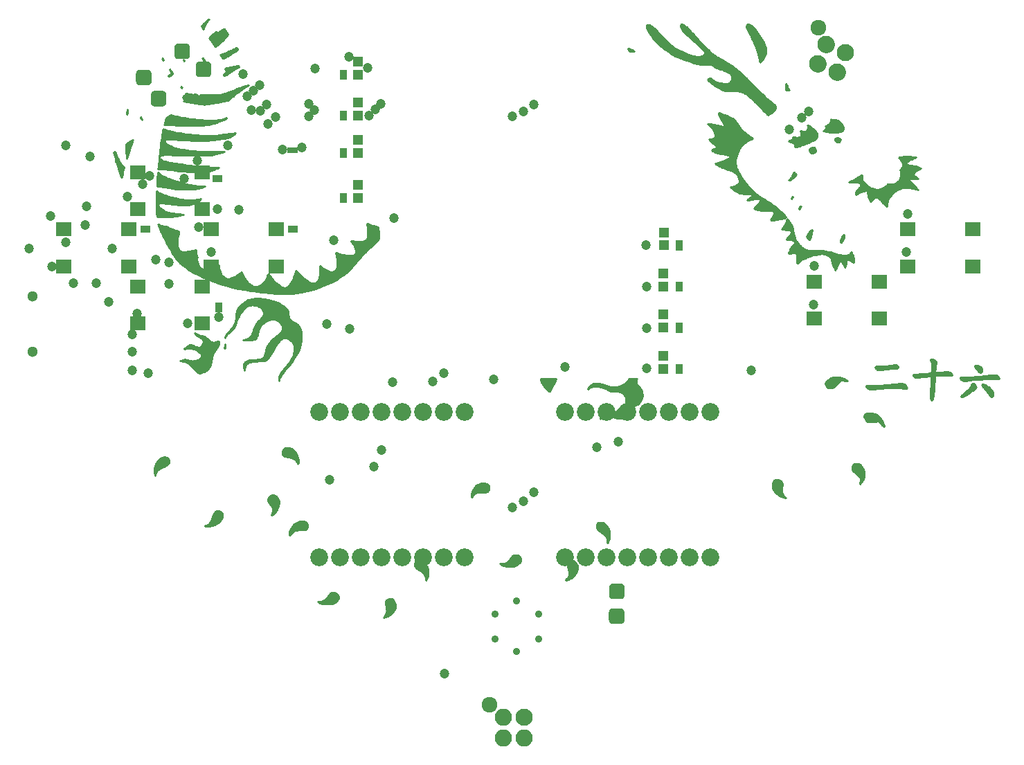
<source format=gts>
G04 #@! TF.GenerationSoftware,KiCad,Pcbnew,(5.0.0-rc2-dev-321-g78161b592)*
G04 #@! TF.CreationDate,2018-05-29T00:04:34-06:00*
G04 #@! TF.ProjectId,dragon,647261676F6E2E6B696361645F706362,1.0*
G04 #@! TF.SameCoordinates,Original*
G04 #@! TF.FileFunction,Soldermask,Top*
G04 #@! TF.FilePolarity,Negative*
%FSLAX46Y46*%
G04 Gerber Fmt 4.6, Leading zero omitted, Abs format (unit mm)*
G04 Created by KiCad (PCBNEW (5.0.0-rc2-dev-321-g78161b592)) date 05/29/18 00:04:34*
%MOMM*%
%LPD*%
G01*
G04 APERTURE LIST*
%ADD10C,0.900000*%
%ADD11C,1.924000*%
%ADD12C,2.100000*%
%ADD13C,2.100000*%
%ADD14O,2.100000X2.100000*%
%ADD15R,1.950000X1.700000*%
%ADD16C,2.178000*%
%ADD17R,0.700000X0.750000*%
%ADD18R,1.200000X1.200000*%
%ADD19R,0.830000X0.680000*%
%ADD20R,0.680000X0.830000*%
%ADD21C,1.300000*%
%ADD22C,0.100000*%
%ADD23C,1.900000*%
%ADD24C,1.200000*%
%ADD25C,0.254000*%
G04 APERTURE END LIST*
D10*
X144084679Y-132750000D03*
X144084679Y-135850000D03*
X141400000Y-137400000D03*
X138715321Y-135850000D03*
X138715321Y-132750000D03*
X141400000Y-131200000D03*
D11*
X178312327Y-61110099D03*
D12*
X181565270Y-64127187D03*
X180572813Y-66465270D03*
D13*
X180572813Y-66465270D02*
X180572813Y-66465270D01*
D12*
X179227187Y-63134730D03*
D13*
X179227187Y-63134730D02*
X179227187Y-63134730D01*
D12*
X178234730Y-65472813D03*
D13*
X178234730Y-65472813D02*
X178234730Y-65472813D01*
D11*
X138096780Y-143919831D03*
D12*
X142270000Y-145426051D03*
D14*
X142270000Y-147966051D03*
X139730000Y-145426051D03*
X139730000Y-147966051D03*
D15*
X104025000Y-85750000D03*
X111975000Y-85750000D03*
X104025000Y-90250000D03*
X111975000Y-90250000D03*
X95025000Y-78750000D03*
X102975000Y-78750000D03*
X95025000Y-83250000D03*
X102975000Y-83250000D03*
X95025000Y-92750000D03*
X102975000Y-92750000D03*
X95025000Y-97250000D03*
X102975000Y-97250000D03*
X86025000Y-85750000D03*
X93975000Y-85750000D03*
X86025000Y-90250000D03*
X93975000Y-90250000D03*
X177825000Y-92150000D03*
X185775000Y-92150000D03*
X177825000Y-96650000D03*
X185775000Y-96650000D03*
X189225000Y-85750000D03*
X197175000Y-85750000D03*
X189225000Y-90250000D03*
X197175000Y-90250000D03*
D16*
X117270000Y-108070000D03*
X119810000Y-108070000D03*
X122350000Y-108070000D03*
X124890000Y-108070000D03*
X127430000Y-108070000D03*
X129970000Y-108070000D03*
X132510000Y-108070000D03*
X135050000Y-108070000D03*
X117270000Y-125850000D03*
X119810000Y-125850000D03*
X122350000Y-125850000D03*
X124890000Y-125850000D03*
X127430000Y-125850000D03*
X129970000Y-125850000D03*
X132510000Y-125850000D03*
X135050000Y-125850000D03*
X147270000Y-108070000D03*
X149810000Y-108070000D03*
X152350000Y-108070000D03*
X154890000Y-108070000D03*
X157430000Y-108070000D03*
X159970000Y-108070000D03*
X162510000Y-108070000D03*
X165050000Y-108070000D03*
X147270000Y-125850000D03*
X149810000Y-125850000D03*
X152350000Y-125850000D03*
X154890000Y-125850000D03*
X157430000Y-125850000D03*
X159970000Y-125850000D03*
X162510000Y-125850000D03*
X165050000Y-125850000D03*
D17*
X113720000Y-76050000D03*
X114280000Y-76050000D03*
D18*
X159350000Y-102799999D03*
X159350000Y-101199999D03*
X159350000Y-96166666D03*
X159350000Y-97766666D03*
X159350000Y-91133333D03*
X159350000Y-92733333D03*
X159375000Y-87700000D03*
X159375000Y-86100000D03*
X122000000Y-81899995D03*
X122000000Y-80299995D03*
X122000000Y-74817497D03*
X122000000Y-76417497D03*
X122000000Y-70249999D03*
X122000000Y-71849999D03*
X122000000Y-65225000D03*
X122000000Y-66825000D03*
D19*
X161250000Y-103060000D03*
X161250000Y-102540000D03*
X161250000Y-97515000D03*
X161250000Y-98035000D03*
X161250000Y-93010000D03*
X161250000Y-92490000D03*
X161250000Y-87440000D03*
X161250000Y-87960000D03*
X120250000Y-82160000D03*
X120250000Y-81640000D03*
X120250000Y-76165000D03*
X120250000Y-76685000D03*
X120250000Y-71590000D03*
X120250000Y-72110000D03*
X120250000Y-67085000D03*
X120250000Y-66565000D03*
D20*
X105085000Y-79500000D03*
X104565000Y-79500000D03*
D19*
X104975000Y-94990000D03*
X104975000Y-95510000D03*
D20*
X96285000Y-85725000D03*
X95765000Y-85725000D03*
X113765000Y-85750000D03*
X114285000Y-85750000D03*
D21*
X82200000Y-93900000D03*
X82200000Y-100700000D03*
D22*
G36*
X154161558Y-129052287D02*
X154207668Y-129059127D01*
X154252885Y-129070453D01*
X154296775Y-129086157D01*
X154338913Y-129106087D01*
X154378896Y-129130052D01*
X154416337Y-129157820D01*
X154450876Y-129189124D01*
X154482180Y-129223663D01*
X154509948Y-129261104D01*
X154533913Y-129301087D01*
X154553843Y-129343225D01*
X154569547Y-129387115D01*
X154580873Y-129432332D01*
X154587713Y-129478442D01*
X154590000Y-129525000D01*
X154590000Y-130475000D01*
X154587713Y-130521558D01*
X154580873Y-130567668D01*
X154569547Y-130612885D01*
X154553843Y-130656775D01*
X154533913Y-130698913D01*
X154509948Y-130738896D01*
X154482180Y-130776337D01*
X154450876Y-130810876D01*
X154416337Y-130842180D01*
X154378896Y-130869948D01*
X154338913Y-130893913D01*
X154296775Y-130913843D01*
X154252885Y-130929547D01*
X154207668Y-130940873D01*
X154161558Y-130947713D01*
X154115000Y-130950000D01*
X153165000Y-130950000D01*
X153118442Y-130947713D01*
X153072332Y-130940873D01*
X153027115Y-130929547D01*
X152983225Y-130913843D01*
X152941087Y-130893913D01*
X152901104Y-130869948D01*
X152863663Y-130842180D01*
X152829124Y-130810876D01*
X152797820Y-130776337D01*
X152770052Y-130738896D01*
X152746087Y-130698913D01*
X152726157Y-130656775D01*
X152710453Y-130612885D01*
X152699127Y-130567668D01*
X152692287Y-130521558D01*
X152690000Y-130475000D01*
X152690000Y-129525000D01*
X152692287Y-129478442D01*
X152699127Y-129432332D01*
X152710453Y-129387115D01*
X152726157Y-129343225D01*
X152746087Y-129301087D01*
X152770052Y-129261104D01*
X152797820Y-129223663D01*
X152829124Y-129189124D01*
X152863663Y-129157820D01*
X152901104Y-129130052D01*
X152941087Y-129106087D01*
X152983225Y-129086157D01*
X153027115Y-129070453D01*
X153072332Y-129059127D01*
X153118442Y-129052287D01*
X153165000Y-129050000D01*
X154115000Y-129050000D01*
X154161558Y-129052287D01*
X154161558Y-129052287D01*
G37*
D23*
X153640000Y-130000000D03*
D22*
G36*
X96321558Y-66202287D02*
X96367668Y-66209127D01*
X96412885Y-66220453D01*
X96456775Y-66236157D01*
X96498913Y-66256087D01*
X96538896Y-66280052D01*
X96576337Y-66307820D01*
X96610876Y-66339124D01*
X96642180Y-66373663D01*
X96669948Y-66411104D01*
X96693913Y-66451087D01*
X96713843Y-66493225D01*
X96729547Y-66537115D01*
X96740873Y-66582332D01*
X96747713Y-66628442D01*
X96750000Y-66675000D01*
X96750000Y-67625000D01*
X96747713Y-67671558D01*
X96740873Y-67717668D01*
X96729547Y-67762885D01*
X96713843Y-67806775D01*
X96693913Y-67848913D01*
X96669948Y-67888896D01*
X96642180Y-67926337D01*
X96610876Y-67960876D01*
X96576337Y-67992180D01*
X96538896Y-68019948D01*
X96498913Y-68043913D01*
X96456775Y-68063843D01*
X96412885Y-68079547D01*
X96367668Y-68090873D01*
X96321558Y-68097713D01*
X96275000Y-68100000D01*
X95325000Y-68100000D01*
X95278442Y-68097713D01*
X95232332Y-68090873D01*
X95187115Y-68079547D01*
X95143225Y-68063843D01*
X95101087Y-68043913D01*
X95061104Y-68019948D01*
X95023663Y-67992180D01*
X94989124Y-67960876D01*
X94957820Y-67926337D01*
X94930052Y-67888896D01*
X94906087Y-67848913D01*
X94886157Y-67806775D01*
X94870453Y-67762885D01*
X94859127Y-67717668D01*
X94852287Y-67671558D01*
X94850000Y-67625000D01*
X94850000Y-66675000D01*
X94852287Y-66628442D01*
X94859127Y-66582332D01*
X94870453Y-66537115D01*
X94886157Y-66493225D01*
X94906087Y-66451087D01*
X94930052Y-66411104D01*
X94957820Y-66373663D01*
X94989124Y-66339124D01*
X95023663Y-66307820D01*
X95061104Y-66280052D01*
X95101087Y-66256087D01*
X95143225Y-66236157D01*
X95187115Y-66220453D01*
X95232332Y-66209127D01*
X95278442Y-66202287D01*
X95325000Y-66200000D01*
X96275000Y-66200000D01*
X96321558Y-66202287D01*
X96321558Y-66202287D01*
G37*
D23*
X95800000Y-67150000D03*
D22*
G36*
X98138226Y-68802287D02*
X98184336Y-68809127D01*
X98229553Y-68820453D01*
X98273443Y-68836157D01*
X98315581Y-68856087D01*
X98355564Y-68880052D01*
X98393005Y-68907820D01*
X98427544Y-68939124D01*
X98458848Y-68973663D01*
X98486616Y-69011104D01*
X98510581Y-69051087D01*
X98530511Y-69093225D01*
X98546215Y-69137115D01*
X98557541Y-69182332D01*
X98564381Y-69228442D01*
X98566668Y-69275000D01*
X98566668Y-70225000D01*
X98564381Y-70271558D01*
X98557541Y-70317668D01*
X98546215Y-70362885D01*
X98530511Y-70406775D01*
X98510581Y-70448913D01*
X98486616Y-70488896D01*
X98458848Y-70526337D01*
X98427544Y-70560876D01*
X98393005Y-70592180D01*
X98355564Y-70619948D01*
X98315581Y-70643913D01*
X98273443Y-70663843D01*
X98229553Y-70679547D01*
X98184336Y-70690873D01*
X98138226Y-70697713D01*
X98091668Y-70700000D01*
X97141668Y-70700000D01*
X97095110Y-70697713D01*
X97049000Y-70690873D01*
X97003783Y-70679547D01*
X96959893Y-70663843D01*
X96917755Y-70643913D01*
X96877772Y-70619948D01*
X96840331Y-70592180D01*
X96805792Y-70560876D01*
X96774488Y-70526337D01*
X96746720Y-70488896D01*
X96722755Y-70448913D01*
X96702825Y-70406775D01*
X96687121Y-70362885D01*
X96675795Y-70317668D01*
X96668955Y-70271558D01*
X96666668Y-70225000D01*
X96666668Y-69275000D01*
X96668955Y-69228442D01*
X96675795Y-69182332D01*
X96687121Y-69137115D01*
X96702825Y-69093225D01*
X96722755Y-69051087D01*
X96746720Y-69011104D01*
X96774488Y-68973663D01*
X96805792Y-68939124D01*
X96840331Y-68907820D01*
X96877772Y-68880052D01*
X96917755Y-68856087D01*
X96959893Y-68836157D01*
X97003783Y-68820453D01*
X97049000Y-68809127D01*
X97095110Y-68802287D01*
X97141668Y-68800000D01*
X98091668Y-68800000D01*
X98138226Y-68802287D01*
X98138226Y-68802287D01*
G37*
D23*
X97616668Y-69750000D03*
D22*
G36*
X154151558Y-132092287D02*
X154197668Y-132099127D01*
X154242885Y-132110453D01*
X154286775Y-132126157D01*
X154328913Y-132146087D01*
X154368896Y-132170052D01*
X154406337Y-132197820D01*
X154440876Y-132229124D01*
X154472180Y-132263663D01*
X154499948Y-132301104D01*
X154523913Y-132341087D01*
X154543843Y-132383225D01*
X154559547Y-132427115D01*
X154570873Y-132472332D01*
X154577713Y-132518442D01*
X154580000Y-132565000D01*
X154580000Y-133515000D01*
X154577713Y-133561558D01*
X154570873Y-133607668D01*
X154559547Y-133652885D01*
X154543843Y-133696775D01*
X154523913Y-133738913D01*
X154499948Y-133778896D01*
X154472180Y-133816337D01*
X154440876Y-133850876D01*
X154406337Y-133882180D01*
X154368896Y-133909948D01*
X154328913Y-133933913D01*
X154286775Y-133953843D01*
X154242885Y-133969547D01*
X154197668Y-133980873D01*
X154151558Y-133987713D01*
X154105000Y-133990000D01*
X153155000Y-133990000D01*
X153108442Y-133987713D01*
X153062332Y-133980873D01*
X153017115Y-133969547D01*
X152973225Y-133953843D01*
X152931087Y-133933913D01*
X152891104Y-133909948D01*
X152853663Y-133882180D01*
X152819124Y-133850876D01*
X152787820Y-133816337D01*
X152760052Y-133778896D01*
X152736087Y-133738913D01*
X152716157Y-133696775D01*
X152700453Y-133652885D01*
X152689127Y-133607668D01*
X152682287Y-133561558D01*
X152680000Y-133515000D01*
X152680000Y-132565000D01*
X152682287Y-132518442D01*
X152689127Y-132472332D01*
X152700453Y-132427115D01*
X152716157Y-132383225D01*
X152736087Y-132341087D01*
X152760052Y-132301104D01*
X152787820Y-132263663D01*
X152819124Y-132229124D01*
X152853663Y-132197820D01*
X152891104Y-132170052D01*
X152931087Y-132146087D01*
X152973225Y-132126157D01*
X153017115Y-132110453D01*
X153062332Y-132099127D01*
X153108442Y-132092287D01*
X153155000Y-132090000D01*
X154105000Y-132090000D01*
X154151558Y-132092287D01*
X154151558Y-132092287D01*
G37*
D23*
X153630000Y-133040000D03*
D22*
G36*
X103621558Y-65202287D02*
X103667668Y-65209127D01*
X103712885Y-65220453D01*
X103756775Y-65236157D01*
X103798913Y-65256087D01*
X103838896Y-65280052D01*
X103876337Y-65307820D01*
X103910876Y-65339124D01*
X103942180Y-65373663D01*
X103969948Y-65411104D01*
X103993913Y-65451087D01*
X104013843Y-65493225D01*
X104029547Y-65537115D01*
X104040873Y-65582332D01*
X104047713Y-65628442D01*
X104050000Y-65675000D01*
X104050000Y-66625000D01*
X104047713Y-66671558D01*
X104040873Y-66717668D01*
X104029547Y-66762885D01*
X104013843Y-66806775D01*
X103993913Y-66848913D01*
X103969948Y-66888896D01*
X103942180Y-66926337D01*
X103910876Y-66960876D01*
X103876337Y-66992180D01*
X103838896Y-67019948D01*
X103798913Y-67043913D01*
X103756775Y-67063843D01*
X103712885Y-67079547D01*
X103667668Y-67090873D01*
X103621558Y-67097713D01*
X103575000Y-67100000D01*
X102625000Y-67100000D01*
X102578442Y-67097713D01*
X102532332Y-67090873D01*
X102487115Y-67079547D01*
X102443225Y-67063843D01*
X102401087Y-67043913D01*
X102361104Y-67019948D01*
X102323663Y-66992180D01*
X102289124Y-66960876D01*
X102257820Y-66926337D01*
X102230052Y-66888896D01*
X102206087Y-66848913D01*
X102186157Y-66806775D01*
X102170453Y-66762885D01*
X102159127Y-66717668D01*
X102152287Y-66671558D01*
X102150000Y-66625000D01*
X102150000Y-65675000D01*
X102152287Y-65628442D01*
X102159127Y-65582332D01*
X102170453Y-65537115D01*
X102186157Y-65493225D01*
X102206087Y-65451087D01*
X102230052Y-65411104D01*
X102257820Y-65373663D01*
X102289124Y-65339124D01*
X102323663Y-65307820D01*
X102361104Y-65280052D01*
X102401087Y-65256087D01*
X102443225Y-65236157D01*
X102487115Y-65220453D01*
X102532332Y-65209127D01*
X102578442Y-65202287D01*
X102625000Y-65200000D01*
X103575000Y-65200000D01*
X103621558Y-65202287D01*
X103621558Y-65202287D01*
G37*
D23*
X103100000Y-66150000D03*
D22*
G36*
X101021558Y-63002287D02*
X101067668Y-63009127D01*
X101112885Y-63020453D01*
X101156775Y-63036157D01*
X101198913Y-63056087D01*
X101238896Y-63080052D01*
X101276337Y-63107820D01*
X101310876Y-63139124D01*
X101342180Y-63173663D01*
X101369948Y-63211104D01*
X101393913Y-63251087D01*
X101413843Y-63293225D01*
X101429547Y-63337115D01*
X101440873Y-63382332D01*
X101447713Y-63428442D01*
X101450000Y-63475000D01*
X101450000Y-64425000D01*
X101447713Y-64471558D01*
X101440873Y-64517668D01*
X101429547Y-64562885D01*
X101413843Y-64606775D01*
X101393913Y-64648913D01*
X101369948Y-64688896D01*
X101342180Y-64726337D01*
X101310876Y-64760876D01*
X101276337Y-64792180D01*
X101238896Y-64819948D01*
X101198913Y-64843913D01*
X101156775Y-64863843D01*
X101112885Y-64879547D01*
X101067668Y-64890873D01*
X101021558Y-64897713D01*
X100975000Y-64900000D01*
X100025000Y-64900000D01*
X99978442Y-64897713D01*
X99932332Y-64890873D01*
X99887115Y-64879547D01*
X99843225Y-64863843D01*
X99801087Y-64843913D01*
X99761104Y-64819948D01*
X99723663Y-64792180D01*
X99689124Y-64760876D01*
X99657820Y-64726337D01*
X99630052Y-64688896D01*
X99606087Y-64648913D01*
X99586157Y-64606775D01*
X99570453Y-64562885D01*
X99559127Y-64517668D01*
X99552287Y-64471558D01*
X99550000Y-64425000D01*
X99550000Y-63475000D01*
X99552287Y-63428442D01*
X99559127Y-63382332D01*
X99570453Y-63337115D01*
X99586157Y-63293225D01*
X99606087Y-63251087D01*
X99630052Y-63211104D01*
X99657820Y-63173663D01*
X99689124Y-63139124D01*
X99723663Y-63107820D01*
X99761104Y-63080052D01*
X99801087Y-63056087D01*
X99843225Y-63036157D01*
X99887115Y-63020453D01*
X99932332Y-63009127D01*
X99978442Y-63002287D01*
X100025000Y-63000000D01*
X100975000Y-63000000D01*
X101021558Y-63002287D01*
X101021558Y-63002287D01*
G37*
D23*
X100500000Y-63950000D03*
D24*
X93800000Y-81700000D03*
X118500000Y-116400000D03*
X123200000Y-66000000D03*
X116700000Y-66100000D03*
X95000000Y-96000000D03*
X94400000Y-98600000D03*
X94400000Y-103000000D03*
X89970000Y-92310000D03*
X87150000Y-92280000D03*
X98900000Y-92400000D03*
X98900000Y-89800000D03*
X174700000Y-73500000D03*
X132600000Y-140100000D03*
X86275000Y-87350000D03*
X115100000Y-75750000D03*
X88650000Y-85175000D03*
X101900000Y-89200000D03*
X98500000Y-85900000D03*
X101125000Y-97250000D03*
X94400000Y-100700000D03*
X91475000Y-94575000D03*
X91900000Y-88100000D03*
X143500000Y-117900000D03*
X143500000Y-70500000D03*
X177100000Y-71300000D03*
X176300000Y-72100000D03*
X111875000Y-72000000D03*
X106075000Y-75450000D03*
X104775000Y-83250000D03*
X138600000Y-104050000D03*
X107950000Y-66725000D03*
X84575000Y-90250000D03*
X177700000Y-94900000D03*
X189050000Y-88500000D03*
X104000000Y-88500000D03*
X86283521Y-75427502D03*
X84400000Y-84100000D03*
X107400000Y-83300000D03*
X110975000Y-72825000D03*
X104975000Y-96475000D03*
X132510000Y-103325000D03*
X118200000Y-97300000D03*
X119050000Y-87100000D03*
X112800000Y-76000000D03*
X81800000Y-88100000D03*
X121000000Y-97900000D03*
X110775000Y-70450000D03*
X110050000Y-71200000D03*
X108975000Y-71175000D03*
X124825000Y-70425000D03*
X109950000Y-68075000D03*
X89200000Y-76825000D03*
X131175000Y-104375000D03*
X126425000Y-84375000D03*
X126200000Y-104400000D03*
X96325000Y-103325000D03*
X147270000Y-102600000D03*
X142250000Y-119000000D03*
X142250000Y-71325000D03*
X124075000Y-71100000D03*
X109225000Y-68775000D03*
X140900000Y-119750000D03*
X140900000Y-71950000D03*
X123375000Y-71825000D03*
X108475000Y-69450000D03*
X95700000Y-80200000D03*
X100700000Y-79500000D03*
X97300000Y-89400000D03*
X96500000Y-79175000D03*
X102475000Y-85500000D03*
X170100000Y-103025000D03*
X157300000Y-102725000D03*
X157275000Y-97800000D03*
X157275000Y-92725000D03*
X157250000Y-87700000D03*
X116000000Y-71950000D03*
X116625000Y-71150000D03*
X115975000Y-70375000D03*
X120900000Y-64600000D03*
X153800000Y-111700000D03*
X124900000Y-112700000D03*
X151200000Y-112400000D03*
X123975000Y-114750000D03*
X88800000Y-82900000D03*
X102350000Y-77350000D03*
X177800000Y-90200000D03*
X189250000Y-83850000D03*
D25*
G36*
X126077869Y-130939458D02*
X126171808Y-130966691D01*
X126236872Y-131006783D01*
X126294163Y-131062099D01*
X126353717Y-131146073D01*
X126420786Y-131270798D01*
X126424592Y-131278680D01*
X126487234Y-131424200D01*
X126524487Y-131549565D01*
X126543361Y-131678471D01*
X126547544Y-131814070D01*
X126526966Y-132014682D01*
X126470326Y-132207927D01*
X126378179Y-132395142D01*
X126251472Y-132573492D01*
X126091316Y-132739836D01*
X125896302Y-132893015D01*
X125874076Y-132907937D01*
X125641325Y-133038362D01*
X125388059Y-133138634D01*
X125117724Y-133207917D01*
X125112882Y-133208596D01*
X125187135Y-133133027D01*
X125196198Y-133122749D01*
X125312846Y-132975109D01*
X125323553Y-132959226D01*
X125407995Y-132810952D01*
X125417580Y-132789848D01*
X125471599Y-132634638D01*
X125477238Y-132611816D01*
X125502620Y-132443367D01*
X125504034Y-132423451D01*
X125502564Y-132235462D01*
X125501601Y-132220814D01*
X125475063Y-132006981D01*
X125473785Y-131998847D01*
X125445583Y-131850865D01*
X125406802Y-131633985D01*
X125389950Y-131457594D01*
X125393486Y-131317667D01*
X125414789Y-131212015D01*
X125450433Y-131134825D01*
X125502617Y-131073499D01*
X125589451Y-131016871D01*
X125702228Y-130971928D01*
X125831064Y-130942262D01*
X125961349Y-130931103D01*
X126077869Y-130939458D01*
X126077869Y-130939458D01*
G37*
X126077869Y-130939458D02*
X126171808Y-130966691D01*
X126236872Y-131006783D01*
X126294163Y-131062099D01*
X126353717Y-131146073D01*
X126420786Y-131270798D01*
X126424592Y-131278680D01*
X126487234Y-131424200D01*
X126524487Y-131549565D01*
X126543361Y-131678471D01*
X126547544Y-131814070D01*
X126526966Y-132014682D01*
X126470326Y-132207927D01*
X126378179Y-132395142D01*
X126251472Y-132573492D01*
X126091316Y-132739836D01*
X125896302Y-132893015D01*
X125874076Y-132907937D01*
X125641325Y-133038362D01*
X125388059Y-133138634D01*
X125117724Y-133207917D01*
X125112882Y-133208596D01*
X125187135Y-133133027D01*
X125196198Y-133122749D01*
X125312846Y-132975109D01*
X125323553Y-132959226D01*
X125407995Y-132810952D01*
X125417580Y-132789848D01*
X125471599Y-132634638D01*
X125477238Y-132611816D01*
X125502620Y-132443367D01*
X125504034Y-132423451D01*
X125502564Y-132235462D01*
X125501601Y-132220814D01*
X125475063Y-132006981D01*
X125473785Y-131998847D01*
X125445583Y-131850865D01*
X125406802Y-131633985D01*
X125389950Y-131457594D01*
X125393486Y-131317667D01*
X125414789Y-131212015D01*
X125450433Y-131134825D01*
X125502617Y-131073499D01*
X125589451Y-131016871D01*
X125702228Y-130971928D01*
X125831064Y-130942262D01*
X125961349Y-130931103D01*
X126077869Y-130939458D01*
G36*
X119090312Y-130185425D02*
X119241198Y-130238444D01*
X119295741Y-130264068D01*
X119412397Y-130332357D01*
X119491787Y-130400230D01*
X119554116Y-130483112D01*
X119558477Y-130490661D01*
X119600501Y-130600905D01*
X119611713Y-130716503D01*
X119593724Y-130841970D01*
X119545302Y-130972060D01*
X119463647Y-131104556D01*
X119447323Y-131125334D01*
X119339546Y-131233836D01*
X119203297Y-131335086D01*
X119047993Y-131423255D01*
X118887240Y-131490288D01*
X118756169Y-131525575D01*
X118683132Y-131535191D01*
X118571551Y-131543222D01*
X118435417Y-131548702D01*
X118286204Y-131551377D01*
X118134689Y-131551138D01*
X117991448Y-131547928D01*
X117867433Y-131541769D01*
X117772255Y-131532745D01*
X117768222Y-131532182D01*
X117607950Y-131502970D01*
X117478256Y-131465327D01*
X117357197Y-131412837D01*
X117241156Y-131347537D01*
X117132315Y-131279475D01*
X117070328Y-131239067D01*
X117193853Y-131247247D01*
X117198315Y-131247464D01*
X117339003Y-131251820D01*
X117346696Y-131251825D01*
X117459882Y-131248470D01*
X117471762Y-131247559D01*
X117564587Y-131236038D01*
X117580099Y-131233124D01*
X117659702Y-131212981D01*
X117674162Y-131208388D01*
X117734292Y-131185247D01*
X117754292Y-131175458D01*
X117846974Y-131119531D01*
X117863518Y-131107639D01*
X117972153Y-131015478D01*
X117981165Y-131007045D01*
X118103672Y-130880715D01*
X118109380Y-130874422D01*
X118243676Y-130715988D01*
X118246855Y-130712083D01*
X118321232Y-130616934D01*
X118441068Y-130465469D01*
X118541577Y-130351019D01*
X118626244Y-130268936D01*
X118698118Y-130214295D01*
X118743013Y-130189617D01*
X118837498Y-130163315D01*
X118953737Y-130161108D01*
X119090312Y-130185425D01*
X119090312Y-130185425D01*
G37*
X119090312Y-130185425D02*
X119241198Y-130238444D01*
X119295741Y-130264068D01*
X119412397Y-130332357D01*
X119491787Y-130400230D01*
X119554116Y-130483112D01*
X119558477Y-130490661D01*
X119600501Y-130600905D01*
X119611713Y-130716503D01*
X119593724Y-130841970D01*
X119545302Y-130972060D01*
X119463647Y-131104556D01*
X119447323Y-131125334D01*
X119339546Y-131233836D01*
X119203297Y-131335086D01*
X119047993Y-131423255D01*
X118887240Y-131490288D01*
X118756169Y-131525575D01*
X118683132Y-131535191D01*
X118571551Y-131543222D01*
X118435417Y-131548702D01*
X118286204Y-131551377D01*
X118134689Y-131551138D01*
X117991448Y-131547928D01*
X117867433Y-131541769D01*
X117772255Y-131532745D01*
X117768222Y-131532182D01*
X117607950Y-131502970D01*
X117478256Y-131465327D01*
X117357197Y-131412837D01*
X117241156Y-131347537D01*
X117132315Y-131279475D01*
X117070328Y-131239067D01*
X117193853Y-131247247D01*
X117198315Y-131247464D01*
X117339003Y-131251820D01*
X117346696Y-131251825D01*
X117459882Y-131248470D01*
X117471762Y-131247559D01*
X117564587Y-131236038D01*
X117580099Y-131233124D01*
X117659702Y-131212981D01*
X117674162Y-131208388D01*
X117734292Y-131185247D01*
X117754292Y-131175458D01*
X117846974Y-131119531D01*
X117863518Y-131107639D01*
X117972153Y-131015478D01*
X117981165Y-131007045D01*
X118103672Y-130880715D01*
X118109380Y-130874422D01*
X118243676Y-130715988D01*
X118246855Y-130712083D01*
X118321232Y-130616934D01*
X118441068Y-130465469D01*
X118541577Y-130351019D01*
X118626244Y-130268936D01*
X118698118Y-130214295D01*
X118743013Y-130189617D01*
X118837498Y-130163315D01*
X118953737Y-130161108D01*
X119090312Y-130185425D01*
G36*
X129498193Y-126237189D02*
X129664530Y-126280720D01*
X129860300Y-126369361D01*
X130035678Y-126489096D01*
X130192018Y-126639229D01*
X130325801Y-126816741D01*
X130435074Y-127021432D01*
X130461655Y-127086135D01*
X130511290Y-127228804D01*
X130543241Y-127355487D01*
X130561527Y-127484864D01*
X130568954Y-127637042D01*
X130569232Y-127708762D01*
X130556364Y-127926381D01*
X130519652Y-128124396D01*
X130456164Y-128316236D01*
X130361869Y-128512857D01*
X130297840Y-128617178D01*
X130298661Y-128554750D01*
X130297876Y-128538888D01*
X130274309Y-128329337D01*
X130270435Y-128309407D01*
X130218775Y-128124210D01*
X130210494Y-128102460D01*
X130129352Y-127936830D01*
X130117266Y-127916990D01*
X130005251Y-127766139D01*
X129997756Y-127756970D01*
X129982446Y-127739931D01*
X129979772Y-127737047D01*
X129939857Y-127695300D01*
X129934858Y-127690354D01*
X129891724Y-127649973D01*
X129886107Y-127645017D01*
X129834939Y-127602488D01*
X129830146Y-127598695D01*
X129766131Y-127550501D01*
X129762745Y-127548038D01*
X129681067Y-127490665D01*
X129678957Y-127489214D01*
X129574801Y-127419145D01*
X129573600Y-127418348D01*
X129442152Y-127332070D01*
X129441581Y-127331697D01*
X129317526Y-127251221D01*
X129184645Y-127161644D01*
X129089880Y-127088245D01*
X129027565Y-127026729D01*
X128989012Y-126971592D01*
X128963725Y-126911684D01*
X128945464Y-126831671D01*
X128942043Y-126808390D01*
X128938922Y-126715443D01*
X128949563Y-126605688D01*
X128971531Y-126497483D01*
X129001069Y-126410522D01*
X129059792Y-126328815D01*
X129134102Y-126273645D01*
X129231632Y-126237698D01*
X129353705Y-126224174D01*
X129498193Y-126237189D01*
X129498193Y-126237189D01*
G37*
X129498193Y-126237189D02*
X129664530Y-126280720D01*
X129860300Y-126369361D01*
X130035678Y-126489096D01*
X130192018Y-126639229D01*
X130325801Y-126816741D01*
X130435074Y-127021432D01*
X130461655Y-127086135D01*
X130511290Y-127228804D01*
X130543241Y-127355487D01*
X130561527Y-127484864D01*
X130568954Y-127637042D01*
X130569232Y-127708762D01*
X130556364Y-127926381D01*
X130519652Y-128124396D01*
X130456164Y-128316236D01*
X130361869Y-128512857D01*
X130297840Y-128617178D01*
X130298661Y-128554750D01*
X130297876Y-128538888D01*
X130274309Y-128329337D01*
X130270435Y-128309407D01*
X130218775Y-128124210D01*
X130210494Y-128102460D01*
X130129352Y-127936830D01*
X130117266Y-127916990D01*
X130005251Y-127766139D01*
X129997756Y-127756970D01*
X129982446Y-127739931D01*
X129979772Y-127737047D01*
X129939857Y-127695300D01*
X129934858Y-127690354D01*
X129891724Y-127649973D01*
X129886107Y-127645017D01*
X129834939Y-127602488D01*
X129830146Y-127598695D01*
X129766131Y-127550501D01*
X129762745Y-127548038D01*
X129681067Y-127490665D01*
X129678957Y-127489214D01*
X129574801Y-127419145D01*
X129573600Y-127418348D01*
X129442152Y-127332070D01*
X129441581Y-127331697D01*
X129317526Y-127251221D01*
X129184645Y-127161644D01*
X129089880Y-127088245D01*
X129027565Y-127026729D01*
X128989012Y-126971592D01*
X128963725Y-126911684D01*
X128945464Y-126831671D01*
X128942043Y-126808390D01*
X128938922Y-126715443D01*
X128949563Y-126605688D01*
X128971531Y-126497483D01*
X129001069Y-126410522D01*
X129059792Y-126328815D01*
X129134102Y-126273645D01*
X129231632Y-126237698D01*
X129353705Y-126224174D01*
X129498193Y-126237189D01*
G36*
X148370182Y-126314094D02*
X148433172Y-126341534D01*
X148511846Y-126400969D01*
X148564382Y-126452000D01*
X148681047Y-126591746D01*
X148758952Y-126728675D01*
X148806424Y-126875983D01*
X148827933Y-127050442D01*
X148829153Y-127105108D01*
X148810525Y-127310197D01*
X148756639Y-127511835D01*
X148669287Y-127710305D01*
X148551167Y-127900669D01*
X148405340Y-128078002D01*
X148235147Y-128237488D01*
X148044047Y-128374543D01*
X147831976Y-128486699D01*
X147809972Y-128496182D01*
X147744326Y-128519763D01*
X147655977Y-128545441D01*
X147551459Y-128571691D01*
X147439276Y-128596667D01*
X147358386Y-128612668D01*
X147381728Y-128589509D01*
X147382432Y-128588805D01*
X147504831Y-128465442D01*
X147508588Y-128461489D01*
X147602273Y-128358584D01*
X147609051Y-128350487D01*
X147677677Y-128261212D01*
X147687200Y-128246917D01*
X147734422Y-128164444D01*
X147743807Y-128144065D01*
X147773279Y-128061568D01*
X147778842Y-128040381D01*
X147794218Y-127951033D01*
X147795913Y-127935570D01*
X147800848Y-127832544D01*
X147800993Y-127826281D01*
X147800934Y-127786171D01*
X147800851Y-127781766D01*
X147797260Y-127682521D01*
X147796657Y-127673928D01*
X147786669Y-127578240D01*
X147785436Y-127569428D01*
X147767072Y-127465004D01*
X147765789Y-127458662D01*
X147737070Y-127333206D01*
X147736365Y-127330285D01*
X147715541Y-127248287D01*
X147669024Y-127048930D01*
X147643444Y-126888143D01*
X147637617Y-126761673D01*
X147649151Y-126665657D01*
X147675131Y-126592338D01*
X147718085Y-126527707D01*
X147742147Y-126502351D01*
X147802381Y-126458745D01*
X147895756Y-126411393D01*
X148010649Y-126366825D01*
X148131118Y-126331489D01*
X148242805Y-126310011D01*
X148302985Y-126305592D01*
X148370182Y-126314094D01*
X148370182Y-126314094D01*
G37*
X148370182Y-126314094D02*
X148433172Y-126341534D01*
X148511846Y-126400969D01*
X148564382Y-126452000D01*
X148681047Y-126591746D01*
X148758952Y-126728675D01*
X148806424Y-126875983D01*
X148827933Y-127050442D01*
X148829153Y-127105108D01*
X148810525Y-127310197D01*
X148756639Y-127511835D01*
X148669287Y-127710305D01*
X148551167Y-127900669D01*
X148405340Y-128078002D01*
X148235147Y-128237488D01*
X148044047Y-128374543D01*
X147831976Y-128486699D01*
X147809972Y-128496182D01*
X147744326Y-128519763D01*
X147655977Y-128545441D01*
X147551459Y-128571691D01*
X147439276Y-128596667D01*
X147358386Y-128612668D01*
X147381728Y-128589509D01*
X147382432Y-128588805D01*
X147504831Y-128465442D01*
X147508588Y-128461489D01*
X147602273Y-128358584D01*
X147609051Y-128350487D01*
X147677677Y-128261212D01*
X147687200Y-128246917D01*
X147734422Y-128164444D01*
X147743807Y-128144065D01*
X147773279Y-128061568D01*
X147778842Y-128040381D01*
X147794218Y-127951033D01*
X147795913Y-127935570D01*
X147800848Y-127832544D01*
X147800993Y-127826281D01*
X147800934Y-127786171D01*
X147800851Y-127781766D01*
X147797260Y-127682521D01*
X147796657Y-127673928D01*
X147786669Y-127578240D01*
X147785436Y-127569428D01*
X147767072Y-127465004D01*
X147765789Y-127458662D01*
X147737070Y-127333206D01*
X147736365Y-127330285D01*
X147715541Y-127248287D01*
X147669024Y-127048930D01*
X147643444Y-126888143D01*
X147637617Y-126761673D01*
X147649151Y-126665657D01*
X147675131Y-126592338D01*
X147718085Y-126527707D01*
X147742147Y-126502351D01*
X147802381Y-126458745D01*
X147895756Y-126411393D01*
X148010649Y-126366825D01*
X148131118Y-126331489D01*
X148242805Y-126310011D01*
X148302985Y-126305592D01*
X148370182Y-126314094D01*
G36*
X141457938Y-125578264D02*
X141539759Y-125590504D01*
X141596081Y-125611468D01*
X141649611Y-125647784D01*
X141717762Y-125713316D01*
X141723777Y-125719778D01*
X141817360Y-125842169D01*
X141871076Y-125959845D01*
X141895408Y-126092530D01*
X141896711Y-126133920D01*
X141892027Y-126220410D01*
X141877951Y-126285197D01*
X141851248Y-126344262D01*
X141802800Y-126413260D01*
X141723366Y-126501554D01*
X141663680Y-126561265D01*
X141506088Y-126699822D01*
X141349817Y-126805749D01*
X141187117Y-126883857D01*
X141010374Y-126937179D01*
X140811725Y-126967393D01*
X140584356Y-126975139D01*
X140321063Y-126960844D01*
X140302037Y-126959105D01*
X140094320Y-126934389D01*
X139920888Y-126900950D01*
X139768711Y-126855173D01*
X139624169Y-126792609D01*
X139473861Y-126707605D01*
X139373557Y-126640007D01*
X139392528Y-126640773D01*
X139397606Y-126640876D01*
X139541903Y-126640931D01*
X139547580Y-126640806D01*
X139677344Y-126635049D01*
X139685804Y-126634390D01*
X139788896Y-126622882D01*
X139798203Y-126621492D01*
X139819011Y-126617592D01*
X139830521Y-126614875D01*
X139978628Y-126572537D01*
X139998682Y-126564920D01*
X140131432Y-126501195D01*
X140151107Y-126489458D01*
X140274718Y-126399674D01*
X140289820Y-126386787D01*
X140410513Y-126266269D01*
X140420178Y-126255447D01*
X140544172Y-126099522D01*
X140547895Y-126094599D01*
X140570973Y-126062492D01*
X140688994Y-125908715D01*
X140798410Y-125792916D01*
X140908535Y-125704034D01*
X141032350Y-125630712D01*
X141090937Y-125602543D01*
X141130590Y-125587670D01*
X141168222Y-125579887D01*
X141225803Y-125575663D01*
X141318050Y-125574454D01*
X141334613Y-125574442D01*
X141457938Y-125578264D01*
X141457938Y-125578264D01*
G37*
X141457938Y-125578264D02*
X141539759Y-125590504D01*
X141596081Y-125611468D01*
X141649611Y-125647784D01*
X141717762Y-125713316D01*
X141723777Y-125719778D01*
X141817360Y-125842169D01*
X141871076Y-125959845D01*
X141895408Y-126092530D01*
X141896711Y-126133920D01*
X141892027Y-126220410D01*
X141877951Y-126285197D01*
X141851248Y-126344262D01*
X141802800Y-126413260D01*
X141723366Y-126501554D01*
X141663680Y-126561265D01*
X141506088Y-126699822D01*
X141349817Y-126805749D01*
X141187117Y-126883857D01*
X141010374Y-126937179D01*
X140811725Y-126967393D01*
X140584356Y-126975139D01*
X140321063Y-126960844D01*
X140302037Y-126959105D01*
X140094320Y-126934389D01*
X139920888Y-126900950D01*
X139768711Y-126855173D01*
X139624169Y-126792609D01*
X139473861Y-126707605D01*
X139373557Y-126640007D01*
X139392528Y-126640773D01*
X139397606Y-126640876D01*
X139541903Y-126640931D01*
X139547580Y-126640806D01*
X139677344Y-126635049D01*
X139685804Y-126634390D01*
X139788896Y-126622882D01*
X139798203Y-126621492D01*
X139819011Y-126617592D01*
X139830521Y-126614875D01*
X139978628Y-126572537D01*
X139998682Y-126564920D01*
X140131432Y-126501195D01*
X140151107Y-126489458D01*
X140274718Y-126399674D01*
X140289820Y-126386787D01*
X140410513Y-126266269D01*
X140420178Y-126255447D01*
X140544172Y-126099522D01*
X140547895Y-126094599D01*
X140570973Y-126062492D01*
X140688994Y-125908715D01*
X140798410Y-125792916D01*
X140908535Y-125704034D01*
X141032350Y-125630712D01*
X141090937Y-125602543D01*
X141130590Y-125587670D01*
X141168222Y-125579887D01*
X141225803Y-125575663D01*
X141318050Y-125574454D01*
X141334613Y-125574442D01*
X141457938Y-125578264D01*
G36*
X151783405Y-121579242D02*
X151946956Y-121632921D01*
X152103973Y-121720797D01*
X152254169Y-121841991D01*
X152393277Y-121993620D01*
X152517157Y-122172281D01*
X152621979Y-122374441D01*
X152701929Y-122588846D01*
X152721516Y-122655313D01*
X152735195Y-122711523D01*
X152744025Y-122765620D01*
X152749601Y-122830673D01*
X152752593Y-122918016D01*
X152753643Y-123036719D01*
X152753711Y-123097834D01*
X152753224Y-123232208D01*
X152751145Y-123331685D01*
X152746718Y-123404933D01*
X152739381Y-123462099D01*
X152728012Y-123515826D01*
X152710497Y-123578886D01*
X152701879Y-123607294D01*
X152651349Y-123749657D01*
X152588156Y-123894272D01*
X152517908Y-124030319D01*
X152503994Y-124052945D01*
X152501852Y-124014105D01*
X152501779Y-124012596D01*
X152501682Y-124010832D01*
X152490552Y-123831308D01*
X152490123Y-123826119D01*
X152475236Y-123681988D01*
X152474081Y-123673569D01*
X152454256Y-123557971D01*
X152451499Y-123545624D01*
X152425554Y-123451696D01*
X152420221Y-123436310D01*
X152386975Y-123357193D01*
X152383224Y-123349080D01*
X152382604Y-123347854D01*
X152374700Y-123334357D01*
X152312008Y-123241016D01*
X152299631Y-123225393D01*
X152198938Y-123116990D01*
X152190324Y-123108558D01*
X152052779Y-122986133D01*
X152046551Y-122980936D01*
X151873306Y-122845527D01*
X151868968Y-122842283D01*
X151703890Y-122724241D01*
X151524762Y-122594285D01*
X151386844Y-122480774D01*
X151286803Y-122382012D01*
X151220544Y-122296221D01*
X151200698Y-122260643D01*
X151181151Y-122199518D01*
X151166652Y-122108451D01*
X151160952Y-122007173D01*
X151165568Y-121917315D01*
X151171341Y-121886421D01*
X151212375Y-121793329D01*
X151278578Y-121713584D01*
X151369069Y-121646662D01*
X151478364Y-121597784D01*
X151599600Y-121571385D01*
X151729642Y-121570734D01*
X151783405Y-121579242D01*
X151783405Y-121579242D01*
G37*
X151783405Y-121579242D02*
X151946956Y-121632921D01*
X152103973Y-121720797D01*
X152254169Y-121841991D01*
X152393277Y-121993620D01*
X152517157Y-122172281D01*
X152621979Y-122374441D01*
X152701929Y-122588846D01*
X152721516Y-122655313D01*
X152735195Y-122711523D01*
X152744025Y-122765620D01*
X152749601Y-122830673D01*
X152752593Y-122918016D01*
X152753643Y-123036719D01*
X152753711Y-123097834D01*
X152753224Y-123232208D01*
X152751145Y-123331685D01*
X152746718Y-123404933D01*
X152739381Y-123462099D01*
X152728012Y-123515826D01*
X152710497Y-123578886D01*
X152701879Y-123607294D01*
X152651349Y-123749657D01*
X152588156Y-123894272D01*
X152517908Y-124030319D01*
X152503994Y-124052945D01*
X152501852Y-124014105D01*
X152501779Y-124012596D01*
X152501682Y-124010832D01*
X152490552Y-123831308D01*
X152490123Y-123826119D01*
X152475236Y-123681988D01*
X152474081Y-123673569D01*
X152454256Y-123557971D01*
X152451499Y-123545624D01*
X152425554Y-123451696D01*
X152420221Y-123436310D01*
X152386975Y-123357193D01*
X152383224Y-123349080D01*
X152382604Y-123347854D01*
X152374700Y-123334357D01*
X152312008Y-123241016D01*
X152299631Y-123225393D01*
X152198938Y-123116990D01*
X152190324Y-123108558D01*
X152052779Y-122986133D01*
X152046551Y-122980936D01*
X151873306Y-122845527D01*
X151868968Y-122842283D01*
X151703890Y-122724241D01*
X151524762Y-122594285D01*
X151386844Y-122480774D01*
X151286803Y-122382012D01*
X151220544Y-122296221D01*
X151200698Y-122260643D01*
X151181151Y-122199518D01*
X151166652Y-122108451D01*
X151160952Y-122007173D01*
X151165568Y-121917315D01*
X151171341Y-121886421D01*
X151212375Y-121793329D01*
X151278578Y-121713584D01*
X151369069Y-121646662D01*
X151478364Y-121597784D01*
X151599600Y-121571385D01*
X151729642Y-121570734D01*
X151783405Y-121579242D01*
G36*
X115369716Y-121444424D02*
X115504235Y-121485032D01*
X115618280Y-121549021D01*
X115670570Y-121594343D01*
X115745709Y-121690204D01*
X115794199Y-121798272D01*
X115822206Y-121937673D01*
X115825393Y-121973939D01*
X115829160Y-122055006D01*
X115826301Y-122101895D01*
X115816733Y-122139400D01*
X115796640Y-122187580D01*
X115735328Y-122282281D01*
X115647747Y-122358038D01*
X115521753Y-122422464D01*
X115410162Y-122458239D01*
X115378314Y-122463131D01*
X115303142Y-122470038D01*
X115197483Y-122477199D01*
X115070762Y-122483900D01*
X114930786Y-122489626D01*
X114863741Y-122491807D01*
X114377000Y-122506308D01*
X114326074Y-122518640D01*
X114188491Y-122584313D01*
X114184291Y-122586414D01*
X114096951Y-122632143D01*
X114086045Y-122638564D01*
X114008138Y-122689832D01*
X113996324Y-122698630D01*
X113921485Y-122761420D01*
X113912098Y-122770139D01*
X113833957Y-122850434D01*
X113828018Y-122856977D01*
X113740211Y-122960759D01*
X113736991Y-122964724D01*
X113636954Y-123093094D01*
X113631769Y-122959152D01*
X113632452Y-122804893D01*
X113641282Y-122682036D01*
X113657973Y-122583621D01*
X113683321Y-122498258D01*
X113688445Y-122484992D01*
X113749870Y-122355448D01*
X113832202Y-122213976D01*
X113925184Y-122077113D01*
X114018647Y-121960895D01*
X114019747Y-121959680D01*
X114168304Y-121817371D01*
X114330419Y-121697149D01*
X114504341Y-121597507D01*
X114685080Y-121519713D01*
X114867434Y-121464865D01*
X115046015Y-121433817D01*
X115215283Y-121427042D01*
X115369716Y-121444424D01*
X115369716Y-121444424D01*
G37*
X115369716Y-121444424D02*
X115504235Y-121485032D01*
X115618280Y-121549021D01*
X115670570Y-121594343D01*
X115745709Y-121690204D01*
X115794199Y-121798272D01*
X115822206Y-121937673D01*
X115825393Y-121973939D01*
X115829160Y-122055006D01*
X115826301Y-122101895D01*
X115816733Y-122139400D01*
X115796640Y-122187580D01*
X115735328Y-122282281D01*
X115647747Y-122358038D01*
X115521753Y-122422464D01*
X115410162Y-122458239D01*
X115378314Y-122463131D01*
X115303142Y-122470038D01*
X115197483Y-122477199D01*
X115070762Y-122483900D01*
X114930786Y-122489626D01*
X114863741Y-122491807D01*
X114377000Y-122506308D01*
X114326074Y-122518640D01*
X114188491Y-122584313D01*
X114184291Y-122586414D01*
X114096951Y-122632143D01*
X114086045Y-122638564D01*
X114008138Y-122689832D01*
X113996324Y-122698630D01*
X113921485Y-122761420D01*
X113912098Y-122770139D01*
X113833957Y-122850434D01*
X113828018Y-122856977D01*
X113740211Y-122960759D01*
X113736991Y-122964724D01*
X113636954Y-123093094D01*
X113631769Y-122959152D01*
X113632452Y-122804893D01*
X113641282Y-122682036D01*
X113657973Y-122583621D01*
X113683321Y-122498258D01*
X113688445Y-122484992D01*
X113749870Y-122355448D01*
X113832202Y-122213976D01*
X113925184Y-122077113D01*
X114018647Y-121960895D01*
X114019747Y-121959680D01*
X114168304Y-121817371D01*
X114330419Y-121697149D01*
X114504341Y-121597507D01*
X114685080Y-121519713D01*
X114867434Y-121464865D01*
X115046015Y-121433817D01*
X115215283Y-121427042D01*
X115369716Y-121444424D01*
G36*
X104944735Y-120198086D02*
X105050796Y-120227551D01*
X105162438Y-120273162D01*
X105266615Y-120329227D01*
X105350595Y-120388387D01*
X105404982Y-120442857D01*
X105411115Y-120452457D01*
X105428913Y-120512535D01*
X105435234Y-120608424D01*
X105426368Y-120730491D01*
X105402119Y-120864896D01*
X105363811Y-120999989D01*
X105312195Y-121128201D01*
X105306159Y-121140520D01*
X105199810Y-121309644D01*
X105060477Y-121465018D01*
X104887855Y-121608147D01*
X104685281Y-121735721D01*
X104456437Y-121844625D01*
X104204245Y-121932286D01*
X104015458Y-121979420D01*
X103911200Y-121995993D01*
X103776905Y-122008908D01*
X103627376Y-122017170D01*
X103477797Y-122020109D01*
X103343441Y-122017294D01*
X103237070Y-122008485D01*
X103236094Y-122008349D01*
X103285029Y-121990932D01*
X103291782Y-121988309D01*
X103464278Y-121915584D01*
X103475126Y-121910392D01*
X103616150Y-121834496D01*
X103630964Y-121825152D01*
X103745686Y-121741200D01*
X103762031Y-121726945D01*
X103855623Y-121630053D01*
X103869456Y-121612999D01*
X103947091Y-121498283D01*
X103956118Y-121482656D01*
X104022966Y-121345232D01*
X104027828Y-121333862D01*
X104089062Y-121168845D01*
X104090965Y-121163330D01*
X104119948Y-121072658D01*
X104174591Y-120903384D01*
X104223978Y-120769531D01*
X104272536Y-120659527D01*
X104325058Y-120561620D01*
X104371021Y-120488223D01*
X104475359Y-120358252D01*
X104585606Y-120268241D01*
X104702798Y-120212676D01*
X104834731Y-120188193D01*
X104852045Y-120187719D01*
X104944735Y-120198086D01*
X104944735Y-120198086D01*
G37*
X104944735Y-120198086D02*
X105050796Y-120227551D01*
X105162438Y-120273162D01*
X105266615Y-120329227D01*
X105350595Y-120388387D01*
X105404982Y-120442857D01*
X105411115Y-120452457D01*
X105428913Y-120512535D01*
X105435234Y-120608424D01*
X105426368Y-120730491D01*
X105402119Y-120864896D01*
X105363811Y-120999989D01*
X105312195Y-121128201D01*
X105306159Y-121140520D01*
X105199810Y-121309644D01*
X105060477Y-121465018D01*
X104887855Y-121608147D01*
X104685281Y-121735721D01*
X104456437Y-121844625D01*
X104204245Y-121932286D01*
X104015458Y-121979420D01*
X103911200Y-121995993D01*
X103776905Y-122008908D01*
X103627376Y-122017170D01*
X103477797Y-122020109D01*
X103343441Y-122017294D01*
X103237070Y-122008485D01*
X103236094Y-122008349D01*
X103285029Y-121990932D01*
X103291782Y-121988309D01*
X103464278Y-121915584D01*
X103475126Y-121910392D01*
X103616150Y-121834496D01*
X103630964Y-121825152D01*
X103745686Y-121741200D01*
X103762031Y-121726945D01*
X103855623Y-121630053D01*
X103869456Y-121612999D01*
X103947091Y-121498283D01*
X103956118Y-121482656D01*
X104022966Y-121345232D01*
X104027828Y-121333862D01*
X104089062Y-121168845D01*
X104090965Y-121163330D01*
X104119948Y-121072658D01*
X104174591Y-120903384D01*
X104223978Y-120769531D01*
X104272536Y-120659527D01*
X104325058Y-120561620D01*
X104371021Y-120488223D01*
X104475359Y-120358252D01*
X104585606Y-120268241D01*
X104702798Y-120212676D01*
X104834731Y-120188193D01*
X104852045Y-120187719D01*
X104944735Y-120198086D01*
G36*
X111677647Y-118252379D02*
X111734983Y-118258047D01*
X111779597Y-118269464D01*
X111837652Y-118293139D01*
X111860252Y-118303655D01*
X111999072Y-118389632D01*
X112113749Y-118500807D01*
X112206426Y-118637001D01*
X112274053Y-118796098D01*
X112298910Y-118894012D01*
X112311740Y-119008087D01*
X112312501Y-119150188D01*
X112301268Y-119303358D01*
X112279000Y-119450267D01*
X112258314Y-119537562D01*
X112173337Y-119775198D01*
X112057475Y-120005203D01*
X111915455Y-120220728D01*
X111753107Y-120413399D01*
X111574259Y-120577430D01*
X111513195Y-120623329D01*
X111453772Y-120663185D01*
X111397836Y-120698150D01*
X111429346Y-120633090D01*
X111431565Y-120628251D01*
X111489680Y-120494214D01*
X111492885Y-120486063D01*
X111532774Y-120373348D01*
X111536437Y-120361057D01*
X111560454Y-120262533D01*
X111563238Y-120246945D01*
X111573742Y-120155484D01*
X111574541Y-120143773D01*
X111575477Y-120101013D01*
X111575299Y-120090964D01*
X111569801Y-119995082D01*
X111567858Y-119979077D01*
X111550569Y-119886336D01*
X111546198Y-119869436D01*
X111514383Y-119774028D01*
X111508734Y-119759951D01*
X111459654Y-119656069D01*
X111454463Y-119646224D01*
X111385381Y-119528059D01*
X111381537Y-119521894D01*
X111289716Y-119383638D01*
X111287269Y-119380086D01*
X111172286Y-119219098D01*
X111171892Y-119218550D01*
X111087764Y-119102075D01*
X111028949Y-119015815D01*
X110993321Y-118955375D01*
X110977075Y-118917093D01*
X110972159Y-118892080D01*
X110972969Y-118862887D01*
X110981083Y-118815649D01*
X111018310Y-118687855D01*
X111071622Y-118566099D01*
X111134059Y-118462336D01*
X111197414Y-118388777D01*
X111281793Y-118322191D01*
X111359950Y-118281948D01*
X111449258Y-118259530D01*
X111573934Y-118250953D01*
X111586095Y-118250887D01*
X111677647Y-118252379D01*
X111677647Y-118252379D01*
G37*
X111677647Y-118252379D02*
X111734983Y-118258047D01*
X111779597Y-118269464D01*
X111837652Y-118293139D01*
X111860252Y-118303655D01*
X111999072Y-118389632D01*
X112113749Y-118500807D01*
X112206426Y-118637001D01*
X112274053Y-118796098D01*
X112298910Y-118894012D01*
X112311740Y-119008087D01*
X112312501Y-119150188D01*
X112301268Y-119303358D01*
X112279000Y-119450267D01*
X112258314Y-119537562D01*
X112173337Y-119775198D01*
X112057475Y-120005203D01*
X111915455Y-120220728D01*
X111753107Y-120413399D01*
X111574259Y-120577430D01*
X111513195Y-120623329D01*
X111453772Y-120663185D01*
X111397836Y-120698150D01*
X111429346Y-120633090D01*
X111431565Y-120628251D01*
X111489680Y-120494214D01*
X111492885Y-120486063D01*
X111532774Y-120373348D01*
X111536437Y-120361057D01*
X111560454Y-120262533D01*
X111563238Y-120246945D01*
X111573742Y-120155484D01*
X111574541Y-120143773D01*
X111575477Y-120101013D01*
X111575299Y-120090964D01*
X111569801Y-119995082D01*
X111567858Y-119979077D01*
X111550569Y-119886336D01*
X111546198Y-119869436D01*
X111514383Y-119774028D01*
X111508734Y-119759951D01*
X111459654Y-119656069D01*
X111454463Y-119646224D01*
X111385381Y-119528059D01*
X111381537Y-119521894D01*
X111289716Y-119383638D01*
X111287269Y-119380086D01*
X111172286Y-119219098D01*
X111171892Y-119218550D01*
X111087764Y-119102075D01*
X111028949Y-119015815D01*
X110993321Y-118955375D01*
X110977075Y-118917093D01*
X110972159Y-118892080D01*
X110972969Y-118862887D01*
X110981083Y-118815649D01*
X111018310Y-118687855D01*
X111071622Y-118566099D01*
X111134059Y-118462336D01*
X111197414Y-118388777D01*
X111281793Y-118322191D01*
X111359950Y-118281948D01*
X111449258Y-118259530D01*
X111573934Y-118250953D01*
X111586095Y-118250887D01*
X111677647Y-118252379D01*
G36*
X173394293Y-116379316D02*
X173527935Y-116425748D01*
X173658002Y-116500727D01*
X173743892Y-116570862D01*
X173795410Y-116622797D01*
X173827622Y-116665373D01*
X173846673Y-116705944D01*
X173859180Y-116760956D01*
X173865019Y-116844476D01*
X173863211Y-116963994D01*
X173857569Y-117075868D01*
X173845180Y-117319239D01*
X173845076Y-117321804D01*
X173838805Y-117526363D01*
X173838745Y-117530191D01*
X173838660Y-117699028D01*
X173838790Y-117704839D01*
X173844960Y-117841041D01*
X173845692Y-117850069D01*
X173858185Y-117956724D01*
X173860704Y-117971059D01*
X173879589Y-118051256D01*
X173882786Y-118062488D01*
X173884923Y-118068867D01*
X173892287Y-118086377D01*
X173944804Y-118189009D01*
X173957992Y-118209611D01*
X174045003Y-118320373D01*
X174056066Y-118332706D01*
X174171984Y-118446096D01*
X174181837Y-118454784D01*
X174313485Y-118559273D01*
X174228634Y-118544343D01*
X174084397Y-118514342D01*
X173972378Y-118485933D01*
X173753479Y-118406977D01*
X173549849Y-118303511D01*
X173361851Y-118178115D01*
X173191890Y-118034242D01*
X173042379Y-117875502D01*
X172915682Y-117705670D01*
X172814001Y-117528622D01*
X172739361Y-117348383D01*
X172693455Y-117168962D01*
X172677564Y-116994189D01*
X172692596Y-116827245D01*
X172740985Y-116665405D01*
X172755328Y-116633808D01*
X172824799Y-116528808D01*
X172910665Y-116452168D01*
X173014143Y-116397729D01*
X173132221Y-116366436D01*
X173260623Y-116359852D01*
X173394293Y-116379316D01*
X173394293Y-116379316D01*
G37*
X173394293Y-116379316D02*
X173527935Y-116425748D01*
X173658002Y-116500727D01*
X173743892Y-116570862D01*
X173795410Y-116622797D01*
X173827622Y-116665373D01*
X173846673Y-116705944D01*
X173859180Y-116760956D01*
X173865019Y-116844476D01*
X173863211Y-116963994D01*
X173857569Y-117075868D01*
X173845180Y-117319239D01*
X173845076Y-117321804D01*
X173838805Y-117526363D01*
X173838745Y-117530191D01*
X173838660Y-117699028D01*
X173838790Y-117704839D01*
X173844960Y-117841041D01*
X173845692Y-117850069D01*
X173858185Y-117956724D01*
X173860704Y-117971059D01*
X173879589Y-118051256D01*
X173882786Y-118062488D01*
X173884923Y-118068867D01*
X173892287Y-118086377D01*
X173944804Y-118189009D01*
X173957992Y-118209611D01*
X174045003Y-118320373D01*
X174056066Y-118332706D01*
X174171984Y-118446096D01*
X174181837Y-118454784D01*
X174313485Y-118559273D01*
X174228634Y-118544343D01*
X174084397Y-118514342D01*
X173972378Y-118485933D01*
X173753479Y-118406977D01*
X173549849Y-118303511D01*
X173361851Y-118178115D01*
X173191890Y-118034242D01*
X173042379Y-117875502D01*
X172915682Y-117705670D01*
X172814001Y-117528622D01*
X172739361Y-117348383D01*
X172693455Y-117168962D01*
X172677564Y-116994189D01*
X172692596Y-116827245D01*
X172740985Y-116665405D01*
X172755328Y-116633808D01*
X172824799Y-116528808D01*
X172910665Y-116452168D01*
X173014143Y-116397729D01*
X173132221Y-116366436D01*
X173260623Y-116359852D01*
X173394293Y-116379316D01*
G36*
X137471431Y-116794086D02*
X137635359Y-116834258D01*
X137772357Y-116897419D01*
X137881447Y-116980656D01*
X137966277Y-117086642D01*
X137986703Y-117123796D01*
X138017332Y-117190169D01*
X138029661Y-117229764D01*
X138033252Y-117269962D01*
X138030358Y-117333983D01*
X138007502Y-117465532D01*
X137962305Y-117585237D01*
X137899398Y-117688291D01*
X137826063Y-117765806D01*
X137756989Y-117809299D01*
X137684340Y-117831957D01*
X137560779Y-117852779D01*
X137393324Y-117867879D01*
X137186092Y-117876101D01*
X136986159Y-117877372D01*
X136986159Y-117877371D01*
X136854895Y-117877990D01*
X136852070Y-117878035D01*
X136732263Y-117881266D01*
X136728777Y-117881408D01*
X136629132Y-117886838D01*
X136623159Y-117887305D01*
X136552381Y-117894522D01*
X136540993Y-117896208D01*
X136517685Y-117900746D01*
X136500426Y-117905387D01*
X136415037Y-117934934D01*
X136396718Y-117942938D01*
X136317581Y-117985221D01*
X136300015Y-117996558D01*
X136222988Y-118055787D01*
X136209853Y-118067415D01*
X136130795Y-118147805D01*
X136122458Y-118157164D01*
X136037227Y-118262927D01*
X136032361Y-118269376D01*
X135936816Y-118404725D01*
X135934103Y-118408728D01*
X135882432Y-118488182D01*
X135880532Y-118370760D01*
X135911472Y-118098038D01*
X135978233Y-117839990D01*
X136073913Y-117608150D01*
X136196158Y-117393516D01*
X136334097Y-117215512D01*
X136490426Y-117069827D01*
X136671990Y-116950034D01*
X136744176Y-116913071D01*
X136907874Y-116843913D01*
X137052570Y-116802335D01*
X137197938Y-116782471D01*
X137280416Y-116779842D01*
X137471431Y-116794086D01*
X137471431Y-116794086D01*
G37*
X137471431Y-116794086D02*
X137635359Y-116834258D01*
X137772357Y-116897419D01*
X137881447Y-116980656D01*
X137966277Y-117086642D01*
X137986703Y-117123796D01*
X138017332Y-117190169D01*
X138029661Y-117229764D01*
X138033252Y-117269962D01*
X138030358Y-117333983D01*
X138007502Y-117465532D01*
X137962305Y-117585237D01*
X137899398Y-117688291D01*
X137826063Y-117765806D01*
X137756989Y-117809299D01*
X137684340Y-117831957D01*
X137560779Y-117852779D01*
X137393324Y-117867879D01*
X137186092Y-117876101D01*
X136986159Y-117877372D01*
X136986159Y-117877371D01*
X136854895Y-117877990D01*
X136852070Y-117878035D01*
X136732263Y-117881266D01*
X136728777Y-117881408D01*
X136629132Y-117886838D01*
X136623159Y-117887305D01*
X136552381Y-117894522D01*
X136540993Y-117896208D01*
X136517685Y-117900746D01*
X136500426Y-117905387D01*
X136415037Y-117934934D01*
X136396718Y-117942938D01*
X136317581Y-117985221D01*
X136300015Y-117996558D01*
X136222988Y-118055787D01*
X136209853Y-118067415D01*
X136130795Y-118147805D01*
X136122458Y-118157164D01*
X136037227Y-118262927D01*
X136032361Y-118269376D01*
X135936816Y-118404725D01*
X135934103Y-118408728D01*
X135882432Y-118488182D01*
X135880532Y-118370760D01*
X135911472Y-118098038D01*
X135978233Y-117839990D01*
X136073913Y-117608150D01*
X136196158Y-117393516D01*
X136334097Y-117215512D01*
X136490426Y-117069827D01*
X136671990Y-116950034D01*
X136744176Y-116913071D01*
X136907874Y-116843913D01*
X137052570Y-116802335D01*
X137197938Y-116782471D01*
X137280416Y-116779842D01*
X137471431Y-116794086D01*
G36*
X183087646Y-114405825D02*
X183220999Y-114442316D01*
X183339974Y-114501531D01*
X183460309Y-114592934D01*
X183525288Y-114655082D01*
X183650854Y-114797336D01*
X183743346Y-114935834D01*
X183815437Y-115089539D01*
X183835572Y-115145155D01*
X183890967Y-115369155D01*
X183909702Y-115598088D01*
X183893356Y-115831333D01*
X183842617Y-116063936D01*
X183758348Y-116290850D01*
X183641457Y-116507234D01*
X183499837Y-116700322D01*
X183444223Y-116763101D01*
X183377857Y-116832746D01*
X183377210Y-116833388D01*
X183387403Y-116765288D01*
X183387402Y-116765288D01*
X183405798Y-116643765D01*
X183405799Y-116643765D01*
X183423892Y-116525571D01*
X183440371Y-116419360D01*
X183454237Y-116331777D01*
X183464101Y-116271881D01*
X183468063Y-116250019D01*
X183469977Y-116232926D01*
X183470868Y-116212570D01*
X183464026Y-116165542D01*
X183456006Y-116142330D01*
X183440709Y-116111981D01*
X183420109Y-116081940D01*
X183409667Y-116068693D01*
X183372821Y-116027850D01*
X183367405Y-116022206D01*
X183310642Y-115966589D01*
X183308025Y-115964097D01*
X183227678Y-115889734D01*
X183226489Y-115888648D01*
X183118889Y-115791565D01*
X183118530Y-115791242D01*
X183083758Y-115760108D01*
X182897741Y-115591527D01*
X182744653Y-115447903D01*
X182623181Y-115327950D01*
X182532373Y-115230913D01*
X182471895Y-115157299D01*
X182439938Y-115107725D01*
X182437480Y-115102028D01*
X182425421Y-115035103D01*
X182424648Y-114938849D01*
X182436366Y-114832964D01*
X182459107Y-114736940D01*
X182469845Y-114708352D01*
X182535852Y-114600223D01*
X182624354Y-114514163D01*
X182733511Y-114449112D01*
X182857694Y-114408783D01*
X182992925Y-114396253D01*
X183087646Y-114405825D01*
X183087646Y-114405825D01*
G37*
X183087646Y-114405825D02*
X183220999Y-114442316D01*
X183339974Y-114501531D01*
X183460309Y-114592934D01*
X183525288Y-114655082D01*
X183650854Y-114797336D01*
X183743346Y-114935834D01*
X183815437Y-115089539D01*
X183835572Y-115145155D01*
X183890967Y-115369155D01*
X183909702Y-115598088D01*
X183893356Y-115831333D01*
X183842617Y-116063936D01*
X183758348Y-116290850D01*
X183641457Y-116507234D01*
X183499837Y-116700322D01*
X183444223Y-116763101D01*
X183377857Y-116832746D01*
X183377210Y-116833388D01*
X183387403Y-116765288D01*
X183387402Y-116765288D01*
X183405798Y-116643765D01*
X183405799Y-116643765D01*
X183423892Y-116525571D01*
X183440371Y-116419360D01*
X183454237Y-116331777D01*
X183464101Y-116271881D01*
X183468063Y-116250019D01*
X183469977Y-116232926D01*
X183470868Y-116212570D01*
X183464026Y-116165542D01*
X183456006Y-116142330D01*
X183440709Y-116111981D01*
X183420109Y-116081940D01*
X183409667Y-116068693D01*
X183372821Y-116027850D01*
X183367405Y-116022206D01*
X183310642Y-115966589D01*
X183308025Y-115964097D01*
X183227678Y-115889734D01*
X183226489Y-115888648D01*
X183118889Y-115791565D01*
X183118530Y-115791242D01*
X183083758Y-115760108D01*
X182897741Y-115591527D01*
X182744653Y-115447903D01*
X182623181Y-115327950D01*
X182532373Y-115230913D01*
X182471895Y-115157299D01*
X182439938Y-115107725D01*
X182437480Y-115102028D01*
X182425421Y-115035103D01*
X182424648Y-114938849D01*
X182436366Y-114832964D01*
X182459107Y-114736940D01*
X182469845Y-114708352D01*
X182535852Y-114600223D01*
X182624354Y-114514163D01*
X182733511Y-114449112D01*
X182857694Y-114408783D01*
X182992925Y-114396253D01*
X183087646Y-114405825D01*
G36*
X98388636Y-113608791D02*
X98523952Y-113632779D01*
X98615249Y-113666904D01*
X98705937Y-113723498D01*
X98791102Y-113799053D01*
X98858064Y-113880915D01*
X98899418Y-113959122D01*
X98912517Y-114064493D01*
X98895450Y-114168244D01*
X98847553Y-114277626D01*
X98767637Y-114389359D01*
X98656286Y-114498699D01*
X98515362Y-114600936D01*
X98345781Y-114692642D01*
X98240999Y-114737118D01*
X98029387Y-114825358D01*
X98021372Y-114829031D01*
X97846374Y-114916717D01*
X97835533Y-114922831D01*
X97692632Y-115012929D01*
X97679482Y-115022447D01*
X97563650Y-115118135D01*
X97550036Y-115131199D01*
X97456248Y-115235653D01*
X97449912Y-115243291D01*
X97448170Y-115245566D01*
X97444504Y-115250604D01*
X97350640Y-115386512D01*
X97342740Y-115399564D01*
X97270734Y-115536463D01*
X97263924Y-115551789D01*
X97208867Y-115701659D01*
X97204756Y-115715106D01*
X97178245Y-115822840D01*
X97159984Y-115783883D01*
X97089893Y-115553336D01*
X97057888Y-115321949D01*
X97063034Y-115082394D01*
X97085616Y-114925883D01*
X97150955Y-114667886D01*
X97243318Y-114432159D01*
X97360389Y-114220406D01*
X97499559Y-114035210D01*
X97658254Y-113878952D01*
X97834043Y-113753796D01*
X98027666Y-113660349D01*
X98111892Y-113632272D01*
X98246992Y-113608215D01*
X98388636Y-113608791D01*
X98388636Y-113608791D01*
G37*
X98388636Y-113608791D02*
X98523952Y-113632779D01*
X98615249Y-113666904D01*
X98705937Y-113723498D01*
X98791102Y-113799053D01*
X98858064Y-113880915D01*
X98899418Y-113959122D01*
X98912517Y-114064493D01*
X98895450Y-114168244D01*
X98847553Y-114277626D01*
X98767637Y-114389359D01*
X98656286Y-114498699D01*
X98515362Y-114600936D01*
X98345781Y-114692642D01*
X98240999Y-114737118D01*
X98029387Y-114825358D01*
X98021372Y-114829031D01*
X97846374Y-114916717D01*
X97835533Y-114922831D01*
X97692632Y-115012929D01*
X97679482Y-115022447D01*
X97563650Y-115118135D01*
X97550036Y-115131199D01*
X97456248Y-115235653D01*
X97449912Y-115243291D01*
X97448170Y-115245566D01*
X97444504Y-115250604D01*
X97350640Y-115386512D01*
X97342740Y-115399564D01*
X97270734Y-115536463D01*
X97263924Y-115551789D01*
X97208867Y-115701659D01*
X97204756Y-115715106D01*
X97178245Y-115822840D01*
X97159984Y-115783883D01*
X97089893Y-115553336D01*
X97057888Y-115321949D01*
X97063034Y-115082394D01*
X97085616Y-114925883D01*
X97150955Y-114667886D01*
X97243318Y-114432159D01*
X97360389Y-114220406D01*
X97499559Y-114035210D01*
X97658254Y-113878952D01*
X97834043Y-113753796D01*
X98027666Y-113660349D01*
X98111892Y-113632272D01*
X98246992Y-113608215D01*
X98388636Y-113608791D01*
G36*
X113469194Y-112468847D02*
X113647694Y-112503528D01*
X113824662Y-112567892D01*
X113994611Y-112660674D01*
X114152177Y-112780325D01*
X114295067Y-112928081D01*
X114318598Y-112957577D01*
X114467574Y-113182249D01*
X114577036Y-113416219D01*
X114649528Y-113663401D01*
X114685320Y-113925346D01*
X114684117Y-114203407D01*
X114656130Y-114416156D01*
X114589720Y-114278633D01*
X114587571Y-114274388D01*
X114523684Y-114153840D01*
X114520010Y-114147373D01*
X114463345Y-114054097D01*
X114457039Y-114044689D01*
X114405291Y-113974474D01*
X114397594Y-113965017D01*
X114370483Y-113934794D01*
X114356549Y-113921454D01*
X114237131Y-113823377D01*
X114216035Y-113809325D01*
X114064493Y-113728948D01*
X114046251Y-113721034D01*
X113859421Y-113656844D01*
X113848646Y-113653668D01*
X113745613Y-113628186D01*
X113742981Y-113627564D01*
X113514947Y-113576294D01*
X113325915Y-113531553D01*
X113172511Y-113491604D01*
X113051700Y-113454956D01*
X112960727Y-113420601D01*
X112896479Y-113388255D01*
X112853862Y-113357845D01*
X112824778Y-113327132D01*
X112801140Y-113289748D01*
X112778670Y-113238464D01*
X112757738Y-113176208D01*
X112723672Y-113017860D01*
X112723409Y-112885793D01*
X112752055Y-112775275D01*
X112808133Y-112681271D01*
X112896819Y-112597848D01*
X112974001Y-112550776D01*
X113128919Y-112491629D01*
X113294597Y-112464725D01*
X113469194Y-112468847D01*
X113469194Y-112468847D01*
G37*
X113469194Y-112468847D02*
X113647694Y-112503528D01*
X113824662Y-112567892D01*
X113994611Y-112660674D01*
X114152177Y-112780325D01*
X114295067Y-112928081D01*
X114318598Y-112957577D01*
X114467574Y-113182249D01*
X114577036Y-113416219D01*
X114649528Y-113663401D01*
X114685320Y-113925346D01*
X114684117Y-114203407D01*
X114656130Y-114416156D01*
X114589720Y-114278633D01*
X114587571Y-114274388D01*
X114523684Y-114153840D01*
X114520010Y-114147373D01*
X114463345Y-114054097D01*
X114457039Y-114044689D01*
X114405291Y-113974474D01*
X114397594Y-113965017D01*
X114370483Y-113934794D01*
X114356549Y-113921454D01*
X114237131Y-113823377D01*
X114216035Y-113809325D01*
X114064493Y-113728948D01*
X114046251Y-113721034D01*
X113859421Y-113656844D01*
X113848646Y-113653668D01*
X113745613Y-113628186D01*
X113742981Y-113627564D01*
X113514947Y-113576294D01*
X113325915Y-113531553D01*
X113172511Y-113491604D01*
X113051700Y-113454956D01*
X112960727Y-113420601D01*
X112896479Y-113388255D01*
X112853862Y-113357845D01*
X112824778Y-113327132D01*
X112801140Y-113289748D01*
X112778670Y-113238464D01*
X112757738Y-113176208D01*
X112723672Y-113017860D01*
X112723409Y-112885793D01*
X112752055Y-112775275D01*
X112808133Y-112681271D01*
X112896819Y-112597848D01*
X112974001Y-112550776D01*
X113128919Y-112491629D01*
X113294597Y-112464725D01*
X113469194Y-112468847D01*
G36*
X184757285Y-108237098D02*
X184937815Y-108258083D01*
X185103482Y-108291249D01*
X185218627Y-108326513D01*
X185367945Y-108397704D01*
X185523895Y-108503618D01*
X185691942Y-108649868D01*
X185747892Y-108705154D01*
X185936796Y-108918182D01*
X186084573Y-109131363D01*
X186196541Y-109351349D01*
X186277547Y-109587536D01*
X186283923Y-109612126D01*
X186295548Y-109673708D01*
X186305066Y-109754341D01*
X186311747Y-109843549D01*
X186308365Y-109840048D01*
X186215438Y-109742215D01*
X186121657Y-109642132D01*
X185745350Y-109238032D01*
X185705154Y-109209052D01*
X185648780Y-109197633D01*
X185191967Y-109210689D01*
X185191786Y-109210694D01*
X185034272Y-109215420D01*
X185033971Y-109215430D01*
X184869788Y-109220746D01*
X184869511Y-109220755D01*
X184710843Y-109226239D01*
X184710521Y-109226250D01*
X184569549Y-109231481D01*
X184569052Y-109231501D01*
X184457961Y-109236059D01*
X184457559Y-109236076D01*
X184455636Y-109236161D01*
X184455601Y-109236162D01*
X184241337Y-109245693D01*
X184129094Y-109109696D01*
X184009560Y-108949693D01*
X183932048Y-108812387D01*
X183892538Y-108697096D01*
X183885218Y-108602582D01*
X183904423Y-108520438D01*
X183955140Y-108434617D01*
X183969028Y-108418170D01*
X184040596Y-108352933D01*
X184122524Y-108306000D01*
X184238083Y-108266270D01*
X184271197Y-108257945D01*
X184410716Y-108236448D01*
X184576487Y-108229629D01*
X184757285Y-108237098D01*
X184757285Y-108237098D01*
G37*
X184757285Y-108237098D02*
X184937815Y-108258083D01*
X185103482Y-108291249D01*
X185218627Y-108326513D01*
X185367945Y-108397704D01*
X185523895Y-108503618D01*
X185691942Y-108649868D01*
X185747892Y-108705154D01*
X185936796Y-108918182D01*
X186084573Y-109131363D01*
X186196541Y-109351349D01*
X186277547Y-109587536D01*
X186283923Y-109612126D01*
X186295548Y-109673708D01*
X186305066Y-109754341D01*
X186311747Y-109843549D01*
X186308365Y-109840048D01*
X186215438Y-109742215D01*
X186121657Y-109642132D01*
X185745350Y-109238032D01*
X185705154Y-109209052D01*
X185648780Y-109197633D01*
X185191967Y-109210689D01*
X185191786Y-109210694D01*
X185034272Y-109215420D01*
X185033971Y-109215430D01*
X184869788Y-109220746D01*
X184869511Y-109220755D01*
X184710843Y-109226239D01*
X184710521Y-109226250D01*
X184569549Y-109231481D01*
X184569052Y-109231501D01*
X184457961Y-109236059D01*
X184457559Y-109236076D01*
X184455636Y-109236161D01*
X184455601Y-109236162D01*
X184241337Y-109245693D01*
X184129094Y-109109696D01*
X184009560Y-108949693D01*
X183932048Y-108812387D01*
X183892538Y-108697096D01*
X183885218Y-108602582D01*
X183904423Y-108520438D01*
X183955140Y-108434617D01*
X183969028Y-108418170D01*
X184040596Y-108352933D01*
X184122524Y-108306000D01*
X184238083Y-108266270D01*
X184271197Y-108257945D01*
X184410716Y-108236448D01*
X184576487Y-108229629D01*
X184757285Y-108237098D01*
G36*
X155831086Y-104016821D02*
X155989985Y-104018645D01*
X156095730Y-104021041D01*
X156049637Y-104106769D01*
X156039219Y-104132592D01*
X155998172Y-104278838D01*
X155993469Y-104310793D01*
X155990838Y-104452117D01*
X155995426Y-104488386D01*
X156031917Y-104620110D01*
X156038531Y-104638406D01*
X156039201Y-104639892D01*
X156044715Y-104650709D01*
X156108016Y-104761467D01*
X156127913Y-104787686D01*
X156206520Y-104867287D01*
X156229950Y-104885979D01*
X156295769Y-104926798D01*
X156373314Y-104981318D01*
X156450969Y-105061674D01*
X156527387Y-105166585D01*
X156575238Y-105250822D01*
X156670777Y-105476967D01*
X156733674Y-105706801D01*
X156764120Y-105935649D01*
X156762126Y-106157772D01*
X156728014Y-106367526D01*
X156660652Y-106564776D01*
X156654550Y-106578059D01*
X156567278Y-106733674D01*
X156461540Y-106870011D01*
X156331078Y-106994251D01*
X156170805Y-107109625D01*
X155976033Y-107218323D01*
X155742630Y-107322150D01*
X155513615Y-107407053D01*
X155397176Y-107448222D01*
X155395292Y-107448905D01*
X155283290Y-107490505D01*
X155281187Y-107491307D01*
X155184801Y-107529064D01*
X155181452Y-107530431D01*
X155110946Y-107560393D01*
X155105878Y-107562679D01*
X155087438Y-107571487D01*
X155074986Y-107578315D01*
X154987671Y-107632753D01*
X154970199Y-107645860D01*
X154886642Y-107720590D01*
X154873947Y-107733703D01*
X154790553Y-107833262D01*
X154782571Y-107843871D01*
X154695746Y-107972797D01*
X154691054Y-107980320D01*
X154597205Y-108143150D01*
X154595092Y-108146965D01*
X154548943Y-108233797D01*
X154451723Y-108414874D01*
X154368489Y-108557342D01*
X154296845Y-108665422D01*
X154235542Y-108742390D01*
X154181743Y-108794469D01*
X154159204Y-108811148D01*
X154116021Y-108836206D01*
X154080694Y-108848967D01*
X154038926Y-108854278D01*
X153974825Y-108850905D01*
X153879720Y-108835428D01*
X153748161Y-108806484D01*
X153706213Y-108796461D01*
X153705625Y-108796322D01*
X153433176Y-108732594D01*
X153430799Y-108732062D01*
X153192122Y-108681039D01*
X153188808Y-108680377D01*
X152977615Y-108641075D01*
X152973262Y-108640343D01*
X152783266Y-108611777D01*
X152777953Y-108611092D01*
X152602866Y-108592277D01*
X152596950Y-108591781D01*
X152430485Y-108581732D01*
X152425486Y-108581529D01*
X152314103Y-108579201D01*
X152311108Y-108579173D01*
X152190876Y-108579496D01*
X152186572Y-108579581D01*
X152100060Y-108582747D01*
X152090474Y-108583462D01*
X152029109Y-108590382D01*
X152011533Y-108593629D01*
X151966746Y-108605215D01*
X151946045Y-108612531D01*
X151913718Y-108627210D01*
X151893197Y-108638945D01*
X151779043Y-108719180D01*
X151762888Y-108732665D01*
X151646493Y-108847472D01*
X151636104Y-108859059D01*
X151599375Y-108905453D01*
X151612879Y-108874835D01*
X151684068Y-108764631D01*
X151781052Y-108652034D01*
X151891529Y-108550467D01*
X152003362Y-108471638D01*
X152039048Y-108452418D01*
X152140264Y-108408070D01*
X152241211Y-108374776D01*
X152353577Y-108349731D01*
X152489335Y-108330892D01*
X152659227Y-108316719D01*
X152698584Y-108314284D01*
X152698764Y-108314272D01*
X152821958Y-108306473D01*
X152824929Y-108306250D01*
X152915896Y-108298345D01*
X152923193Y-108297498D01*
X152992000Y-108287483D01*
X153004415Y-108285039D01*
X153061124Y-108270908D01*
X153074522Y-108266772D01*
X153129200Y-108246523D01*
X153137449Y-108243134D01*
X153200160Y-108214759D01*
X153202172Y-108213827D01*
X153211518Y-108209400D01*
X153214119Y-108208131D01*
X153303723Y-108163160D01*
X153309175Y-108160256D01*
X153399055Y-108109532D01*
X153404223Y-108106452D01*
X153500774Y-108045761D01*
X153504817Y-108043111D01*
X153614439Y-107968237D01*
X153617187Y-107966306D01*
X153746277Y-107873035D01*
X153747959Y-107871798D01*
X153902915Y-107755913D01*
X153903487Y-107755484D01*
X153911846Y-107749159D01*
X153912928Y-107748331D01*
X154123201Y-107585647D01*
X154125912Y-107583489D01*
X154301460Y-107439847D01*
X154305234Y-107436635D01*
X154448107Y-107310109D01*
X154453341Y-107305202D01*
X154565590Y-107193870D01*
X154572768Y-107186134D01*
X154656443Y-107088068D01*
X154665875Y-107075518D01*
X154723027Y-106988795D01*
X154729128Y-106978515D01*
X154734267Y-106968846D01*
X154743082Y-106947946D01*
X154777509Y-106840354D01*
X154783291Y-106809761D01*
X154791660Y-106678984D01*
X154791216Y-106657528D01*
X154775820Y-106511819D01*
X154772962Y-106495300D01*
X154736094Y-106342909D01*
X154731701Y-106328535D01*
X154675656Y-106177716D01*
X154669413Y-106163606D01*
X154596483Y-106022611D01*
X154587135Y-106007297D01*
X154499614Y-105884378D01*
X154488591Y-105870946D01*
X154434134Y-105813151D01*
X154424900Y-105804291D01*
X154345447Y-105735400D01*
X154333408Y-105726162D01*
X154253079Y-105671822D01*
X154236186Y-105662192D01*
X154148854Y-105620918D01*
X154130585Y-105613948D01*
X154030120Y-105584254D01*
X154014637Y-105580714D01*
X153894910Y-105561117D01*
X153883984Y-105559811D01*
X153738869Y-105548824D01*
X153732057Y-105548492D01*
X153555422Y-105544630D01*
X153551964Y-105544602D01*
X153400850Y-105545413D01*
X153400027Y-105545420D01*
X153258340Y-105547099D01*
X153152939Y-105547437D01*
X153077267Y-105545798D01*
X153024835Y-105541879D01*
X152987069Y-105535677D01*
X152952033Y-105526126D01*
X152908190Y-105510601D01*
X152876737Y-105498587D01*
X152800299Y-105467356D01*
X152697788Y-105422862D01*
X152581496Y-105370521D01*
X152464172Y-105315987D01*
X152440041Y-105304520D01*
X152439141Y-105304096D01*
X152205249Y-105195187D01*
X152202172Y-105193804D01*
X151998363Y-105105413D01*
X151993739Y-105103515D01*
X151814106Y-105033872D01*
X151807600Y-105031551D01*
X151646233Y-104978888D01*
X151637789Y-104976452D01*
X151488781Y-104939000D01*
X151478915Y-104936933D01*
X151336356Y-104912923D01*
X151326256Y-104911636D01*
X151184239Y-104899298D01*
X151176296Y-104898858D01*
X151065664Y-104896201D01*
X151059206Y-104896210D01*
X150912380Y-104900153D01*
X150902303Y-104900825D01*
X150771731Y-104914769D01*
X150757976Y-104917007D01*
X150636043Y-104943784D01*
X150621219Y-104947997D01*
X150500306Y-104990442D01*
X150487604Y-104995689D01*
X150360095Y-105056634D01*
X150351098Y-105061386D01*
X150209375Y-105143664D01*
X150203864Y-105147053D01*
X150078661Y-105228537D01*
X150098974Y-105188968D01*
X150230373Y-104999812D01*
X150375623Y-104848484D01*
X150535620Y-104732357D01*
X150714938Y-104647814D01*
X150816149Y-104616683D01*
X150919962Y-104598842D01*
X151055415Y-104589537D01*
X151208557Y-104589619D01*
X151363924Y-104599203D01*
X151508763Y-104618129D01*
X151545750Y-104625137D01*
X151630426Y-104644943D01*
X151744226Y-104675013D01*
X151873782Y-104711731D01*
X152005889Y-104751436D01*
X152063094Y-104769433D01*
X152064745Y-104769940D01*
X152368138Y-104860877D01*
X152373720Y-104862412D01*
X152646991Y-104930917D01*
X152654388Y-104932539D01*
X152902882Y-104979296D01*
X152912209Y-104980695D01*
X153141268Y-105006388D01*
X153152288Y-105007140D01*
X153367258Y-105012452D01*
X153379232Y-105012183D01*
X153585454Y-104997799D01*
X153595044Y-104996763D01*
X153718811Y-104978613D01*
X153728400Y-104976828D01*
X153935212Y-104930053D01*
X153946531Y-104926937D01*
X154147111Y-104861600D01*
X154157537Y-104857691D01*
X154347676Y-104776717D01*
X154357726Y-104771905D01*
X154533214Y-104678218D01*
X154543407Y-104672149D01*
X154700034Y-104568676D01*
X154710917Y-104560621D01*
X154844474Y-104450285D01*
X154856585Y-104438864D01*
X154962860Y-104324591D01*
X154976409Y-104307216D01*
X155051193Y-104191929D01*
X155064712Y-104164206D01*
X155103796Y-104050833D01*
X155110173Y-104021327D01*
X155110656Y-104016191D01*
X155645064Y-104016191D01*
X155831086Y-104016821D01*
X155831086Y-104016821D01*
G37*
X155831086Y-104016821D02*
X155989985Y-104018645D01*
X156095730Y-104021041D01*
X156049637Y-104106769D01*
X156039219Y-104132592D01*
X155998172Y-104278838D01*
X155993469Y-104310793D01*
X155990838Y-104452117D01*
X155995426Y-104488386D01*
X156031917Y-104620110D01*
X156038531Y-104638406D01*
X156039201Y-104639892D01*
X156044715Y-104650709D01*
X156108016Y-104761467D01*
X156127913Y-104787686D01*
X156206520Y-104867287D01*
X156229950Y-104885979D01*
X156295769Y-104926798D01*
X156373314Y-104981318D01*
X156450969Y-105061674D01*
X156527387Y-105166585D01*
X156575238Y-105250822D01*
X156670777Y-105476967D01*
X156733674Y-105706801D01*
X156764120Y-105935649D01*
X156762126Y-106157772D01*
X156728014Y-106367526D01*
X156660652Y-106564776D01*
X156654550Y-106578059D01*
X156567278Y-106733674D01*
X156461540Y-106870011D01*
X156331078Y-106994251D01*
X156170805Y-107109625D01*
X155976033Y-107218323D01*
X155742630Y-107322150D01*
X155513615Y-107407053D01*
X155397176Y-107448222D01*
X155395292Y-107448905D01*
X155283290Y-107490505D01*
X155281187Y-107491307D01*
X155184801Y-107529064D01*
X155181452Y-107530431D01*
X155110946Y-107560393D01*
X155105878Y-107562679D01*
X155087438Y-107571487D01*
X155074986Y-107578315D01*
X154987671Y-107632753D01*
X154970199Y-107645860D01*
X154886642Y-107720590D01*
X154873947Y-107733703D01*
X154790553Y-107833262D01*
X154782571Y-107843871D01*
X154695746Y-107972797D01*
X154691054Y-107980320D01*
X154597205Y-108143150D01*
X154595092Y-108146965D01*
X154548943Y-108233797D01*
X154451723Y-108414874D01*
X154368489Y-108557342D01*
X154296845Y-108665422D01*
X154235542Y-108742390D01*
X154181743Y-108794469D01*
X154159204Y-108811148D01*
X154116021Y-108836206D01*
X154080694Y-108848967D01*
X154038926Y-108854278D01*
X153974825Y-108850905D01*
X153879720Y-108835428D01*
X153748161Y-108806484D01*
X153706213Y-108796461D01*
X153705625Y-108796322D01*
X153433176Y-108732594D01*
X153430799Y-108732062D01*
X153192122Y-108681039D01*
X153188808Y-108680377D01*
X152977615Y-108641075D01*
X152973262Y-108640343D01*
X152783266Y-108611777D01*
X152777953Y-108611092D01*
X152602866Y-108592277D01*
X152596950Y-108591781D01*
X152430485Y-108581732D01*
X152425486Y-108581529D01*
X152314103Y-108579201D01*
X152311108Y-108579173D01*
X152190876Y-108579496D01*
X152186572Y-108579581D01*
X152100060Y-108582747D01*
X152090474Y-108583462D01*
X152029109Y-108590382D01*
X152011533Y-108593629D01*
X151966746Y-108605215D01*
X151946045Y-108612531D01*
X151913718Y-108627210D01*
X151893197Y-108638945D01*
X151779043Y-108719180D01*
X151762888Y-108732665D01*
X151646493Y-108847472D01*
X151636104Y-108859059D01*
X151599375Y-108905453D01*
X151612879Y-108874835D01*
X151684068Y-108764631D01*
X151781052Y-108652034D01*
X151891529Y-108550467D01*
X152003362Y-108471638D01*
X152039048Y-108452418D01*
X152140264Y-108408070D01*
X152241211Y-108374776D01*
X152353577Y-108349731D01*
X152489335Y-108330892D01*
X152659227Y-108316719D01*
X152698584Y-108314284D01*
X152698764Y-108314272D01*
X152821958Y-108306473D01*
X152824929Y-108306250D01*
X152915896Y-108298345D01*
X152923193Y-108297498D01*
X152992000Y-108287483D01*
X153004415Y-108285039D01*
X153061124Y-108270908D01*
X153074522Y-108266772D01*
X153129200Y-108246523D01*
X153137449Y-108243134D01*
X153200160Y-108214759D01*
X153202172Y-108213827D01*
X153211518Y-108209400D01*
X153214119Y-108208131D01*
X153303723Y-108163160D01*
X153309175Y-108160256D01*
X153399055Y-108109532D01*
X153404223Y-108106452D01*
X153500774Y-108045761D01*
X153504817Y-108043111D01*
X153614439Y-107968237D01*
X153617187Y-107966306D01*
X153746277Y-107873035D01*
X153747959Y-107871798D01*
X153902915Y-107755913D01*
X153903487Y-107755484D01*
X153911846Y-107749159D01*
X153912928Y-107748331D01*
X154123201Y-107585647D01*
X154125912Y-107583489D01*
X154301460Y-107439847D01*
X154305234Y-107436635D01*
X154448107Y-107310109D01*
X154453341Y-107305202D01*
X154565590Y-107193870D01*
X154572768Y-107186134D01*
X154656443Y-107088068D01*
X154665875Y-107075518D01*
X154723027Y-106988795D01*
X154729128Y-106978515D01*
X154734267Y-106968846D01*
X154743082Y-106947946D01*
X154777509Y-106840354D01*
X154783291Y-106809761D01*
X154791660Y-106678984D01*
X154791216Y-106657528D01*
X154775820Y-106511819D01*
X154772962Y-106495300D01*
X154736094Y-106342909D01*
X154731701Y-106328535D01*
X154675656Y-106177716D01*
X154669413Y-106163606D01*
X154596483Y-106022611D01*
X154587135Y-106007297D01*
X154499614Y-105884378D01*
X154488591Y-105870946D01*
X154434134Y-105813151D01*
X154424900Y-105804291D01*
X154345447Y-105735400D01*
X154333408Y-105726162D01*
X154253079Y-105671822D01*
X154236186Y-105662192D01*
X154148854Y-105620918D01*
X154130585Y-105613948D01*
X154030120Y-105584254D01*
X154014637Y-105580714D01*
X153894910Y-105561117D01*
X153883984Y-105559811D01*
X153738869Y-105548824D01*
X153732057Y-105548492D01*
X153555422Y-105544630D01*
X153551964Y-105544602D01*
X153400850Y-105545413D01*
X153400027Y-105545420D01*
X153258340Y-105547099D01*
X153152939Y-105547437D01*
X153077267Y-105545798D01*
X153024835Y-105541879D01*
X152987069Y-105535677D01*
X152952033Y-105526126D01*
X152908190Y-105510601D01*
X152876737Y-105498587D01*
X152800299Y-105467356D01*
X152697788Y-105422862D01*
X152581496Y-105370521D01*
X152464172Y-105315987D01*
X152440041Y-105304520D01*
X152439141Y-105304096D01*
X152205249Y-105195187D01*
X152202172Y-105193804D01*
X151998363Y-105105413D01*
X151993739Y-105103515D01*
X151814106Y-105033872D01*
X151807600Y-105031551D01*
X151646233Y-104978888D01*
X151637789Y-104976452D01*
X151488781Y-104939000D01*
X151478915Y-104936933D01*
X151336356Y-104912923D01*
X151326256Y-104911636D01*
X151184239Y-104899298D01*
X151176296Y-104898858D01*
X151065664Y-104896201D01*
X151059206Y-104896210D01*
X150912380Y-104900153D01*
X150902303Y-104900825D01*
X150771731Y-104914769D01*
X150757976Y-104917007D01*
X150636043Y-104943784D01*
X150621219Y-104947997D01*
X150500306Y-104990442D01*
X150487604Y-104995689D01*
X150360095Y-105056634D01*
X150351098Y-105061386D01*
X150209375Y-105143664D01*
X150203864Y-105147053D01*
X150078661Y-105228537D01*
X150098974Y-105188968D01*
X150230373Y-104999812D01*
X150375623Y-104848484D01*
X150535620Y-104732357D01*
X150714938Y-104647814D01*
X150816149Y-104616683D01*
X150919962Y-104598842D01*
X151055415Y-104589537D01*
X151208557Y-104589619D01*
X151363924Y-104599203D01*
X151508763Y-104618129D01*
X151545750Y-104625137D01*
X151630426Y-104644943D01*
X151744226Y-104675013D01*
X151873782Y-104711731D01*
X152005889Y-104751436D01*
X152063094Y-104769433D01*
X152064745Y-104769940D01*
X152368138Y-104860877D01*
X152373720Y-104862412D01*
X152646991Y-104930917D01*
X152654388Y-104932539D01*
X152902882Y-104979296D01*
X152912209Y-104980695D01*
X153141268Y-105006388D01*
X153152288Y-105007140D01*
X153367258Y-105012452D01*
X153379232Y-105012183D01*
X153585454Y-104997799D01*
X153595044Y-104996763D01*
X153718811Y-104978613D01*
X153728400Y-104976828D01*
X153935212Y-104930053D01*
X153946531Y-104926937D01*
X154147111Y-104861600D01*
X154157537Y-104857691D01*
X154347676Y-104776717D01*
X154357726Y-104771905D01*
X154533214Y-104678218D01*
X154543407Y-104672149D01*
X154700034Y-104568676D01*
X154710917Y-104560621D01*
X154844474Y-104450285D01*
X154856585Y-104438864D01*
X154962860Y-104324591D01*
X154976409Y-104307216D01*
X155051193Y-104191929D01*
X155064712Y-104164206D01*
X155103796Y-104050833D01*
X155110173Y-104021327D01*
X155110656Y-104016191D01*
X155645064Y-104016191D01*
X155831086Y-104016821D01*
G36*
X192188594Y-101632726D02*
X192270325Y-101653149D01*
X192430066Y-101710615D01*
X192556063Y-101775865D01*
X192646445Y-101844088D01*
X192700501Y-101908442D01*
X192722976Y-101962652D01*
X192723449Y-102010442D01*
X192695391Y-102080928D01*
X192667667Y-102147423D01*
X192661718Y-102165339D01*
X192635506Y-102269628D01*
X192633523Y-102278999D01*
X192610117Y-102414702D01*
X192609201Y-102420929D01*
X192589506Y-102582592D01*
X192589007Y-102587476D01*
X192573930Y-102769645D01*
X192573739Y-102772290D01*
X192571227Y-102812961D01*
X192564861Y-102911751D01*
X192558227Y-102997474D01*
X192552350Y-103058543D01*
X192548908Y-103083121D01*
X192548076Y-103090728D01*
X192545810Y-103119403D01*
X192551618Y-103168615D01*
X192586602Y-103223031D01*
X192601886Y-103237040D01*
X192644246Y-103262752D01*
X192674463Y-103269725D01*
X192717158Y-103274199D01*
X192729452Y-103274888D01*
X192764895Y-103275151D01*
X192771019Y-103275048D01*
X192831355Y-103272584D01*
X192835380Y-103272356D01*
X192925670Y-103265793D01*
X192927776Y-103265622D01*
X193035948Y-103255948D01*
X193037704Y-103255779D01*
X193151687Y-103243987D01*
X193152639Y-103243885D01*
X193155970Y-103243515D01*
X193155970Y-103243514D01*
X193375463Y-103219190D01*
X193557335Y-103199438D01*
X193705429Y-103184002D01*
X193823880Y-103172587D01*
X193916908Y-103164870D01*
X193988407Y-103160522D01*
X194042208Y-103159125D01*
X194082716Y-103160126D01*
X194115528Y-103163020D01*
X194147769Y-103167852D01*
X194266260Y-103200329D01*
X194371013Y-103248802D01*
X194462527Y-103310183D01*
X194535631Y-103378676D01*
X194585681Y-103446870D01*
X194610259Y-103505278D01*
X194613331Y-103545382D01*
X194600839Y-103579773D01*
X194592085Y-103589881D01*
X194582285Y-103596127D01*
X194556274Y-103603316D01*
X194497281Y-103607668D01*
X194400791Y-103604866D01*
X194263876Y-103594266D01*
X194254224Y-103593389D01*
X194251402Y-103593165D01*
X194160633Y-103586951D01*
X194157181Y-103586761D01*
X194040325Y-103581952D01*
X194038298Y-103581885D01*
X193901076Y-103578432D01*
X193899677Y-103578405D01*
X193747810Y-103576257D01*
X193746721Y-103576246D01*
X193585929Y-103575351D01*
X193584984Y-103575349D01*
X193420989Y-103575656D01*
X193420079Y-103575661D01*
X193258600Y-103577121D01*
X193257626Y-103577134D01*
X193104385Y-103579695D01*
X193103216Y-103579720D01*
X192963934Y-103583330D01*
X192962332Y-103583381D01*
X192842729Y-103587992D01*
X192840142Y-103588118D01*
X192745939Y-103593676D01*
X192740487Y-103594116D01*
X192677405Y-103600573D01*
X192657342Y-103604274D01*
X192631383Y-103611258D01*
X192586963Y-103633220D01*
X192554328Y-103670509D01*
X192540971Y-103703900D01*
X192534847Y-103729094D01*
X192532294Y-103742874D01*
X192524369Y-103804427D01*
X192523956Y-103808036D01*
X192514777Y-103900037D01*
X192514604Y-103901916D01*
X192504723Y-104018457D01*
X192504618Y-104019782D01*
X192494582Y-104154952D01*
X192494510Y-104155978D01*
X192486813Y-104272397D01*
X192486798Y-104272615D01*
X192462623Y-104648084D01*
X192439547Y-104982767D01*
X192417164Y-105279437D01*
X192395138Y-105539904D01*
X192373102Y-105766484D01*
X192350752Y-105960983D01*
X192327800Y-106125357D01*
X192304056Y-106261338D01*
X192279498Y-106370499D01*
X192254463Y-106454144D01*
X192229996Y-106513414D01*
X192208154Y-106550130D01*
X192191335Y-106568639D01*
X192177019Y-106578089D01*
X192165061Y-106582574D01*
X192126360Y-106593009D01*
X192121438Y-106590542D01*
X192090214Y-106566741D01*
X192066074Y-106530158D01*
X192042053Y-106460109D01*
X192023810Y-106351306D01*
X192014376Y-106202859D01*
X192014546Y-106013194D01*
X192017707Y-105915231D01*
X192032442Y-105544965D01*
X192032445Y-105544883D01*
X192045364Y-105214855D01*
X192045368Y-105214744D01*
X192056504Y-104923756D01*
X192056510Y-104923607D01*
X192065916Y-104670033D01*
X192065923Y-104669829D01*
X192073652Y-104452044D01*
X192073662Y-104451757D01*
X192079763Y-104268134D01*
X192079776Y-104267721D01*
X192084304Y-104116635D01*
X192084321Y-104116005D01*
X192087325Y-103995831D01*
X192087347Y-103994800D01*
X192088881Y-103903910D01*
X192088899Y-103901998D01*
X192089014Y-103838769D01*
X192088942Y-103834266D01*
X192087690Y-103797070D01*
X192085708Y-103778593D01*
X192083413Y-103765988D01*
X192065196Y-103719905D01*
X192030731Y-103684301D01*
X191963274Y-103661828D01*
X191939115Y-103660913D01*
X191925260Y-103661145D01*
X191862484Y-103665629D01*
X191859292Y-103665897D01*
X191761219Y-103675393D01*
X191759753Y-103675544D01*
X191629702Y-103689662D01*
X191628818Y-103689761D01*
X191470109Y-103708115D01*
X191469490Y-103708188D01*
X191285440Y-103730389D01*
X191284955Y-103730448D01*
X191078885Y-103756109D01*
X191078476Y-103756161D01*
X190853705Y-103784892D01*
X190853335Y-103784940D01*
X190613182Y-103816355D01*
X190612928Y-103816388D01*
X190504529Y-103830791D01*
X190359062Y-103840819D01*
X190247645Y-103827869D01*
X190147755Y-103791202D01*
X190037468Y-103721571D01*
X190002896Y-103694505D01*
X189934200Y-103627054D01*
X189904439Y-103574862D01*
X189893497Y-103513107D01*
X189896435Y-103488633D01*
X189899968Y-103483161D01*
X189907954Y-103477857D01*
X189916208Y-103474802D01*
X189945624Y-103470196D01*
X190007972Y-103466890D01*
X190107913Y-103465700D01*
X190134073Y-103465653D01*
X190135782Y-103465638D01*
X190237412Y-103464088D01*
X190239727Y-103464032D01*
X190367021Y-103459768D01*
X190368440Y-103459712D01*
X190516205Y-103453107D01*
X190517203Y-103453059D01*
X190680245Y-103444485D01*
X190681026Y-103444441D01*
X190854151Y-103434268D01*
X190854816Y-103434227D01*
X191032833Y-103422829D01*
X191033453Y-103422788D01*
X191211167Y-103410536D01*
X191211797Y-103410491D01*
X191384016Y-103397757D01*
X191384718Y-103397703D01*
X191546248Y-103384858D01*
X191547111Y-103384787D01*
X191692760Y-103372205D01*
X191693956Y-103372096D01*
X191818529Y-103360147D01*
X191820455Y-103359947D01*
X191918760Y-103349003D01*
X191922700Y-103348502D01*
X191989544Y-103338936D01*
X192003387Y-103336162D01*
X192033576Y-103328345D01*
X192081181Y-103304487D01*
X192081877Y-103303929D01*
X192113749Y-103265986D01*
X192128721Y-103218312D01*
X192131123Y-103195793D01*
X192131726Y-103187683D01*
X192134223Y-103128570D01*
X192134289Y-103126678D01*
X192136747Y-103036709D01*
X192136769Y-103035758D01*
X192139050Y-102920671D01*
X192139061Y-102920014D01*
X192141031Y-102785548D01*
X192141038Y-102785035D01*
X192142358Y-102660566D01*
X192142360Y-102660341D01*
X192147110Y-102122897D01*
X192137403Y-102073065D01*
X192069668Y-101909966D01*
X192027563Y-101794666D01*
X192012350Y-101721094D01*
X192014719Y-101683987D01*
X192027316Y-101657513D01*
X192029313Y-101655203D01*
X192061545Y-101633589D01*
X192105392Y-101624901D01*
X192188594Y-101632726D01*
X192188594Y-101632726D01*
G37*
X192188594Y-101632726D02*
X192270325Y-101653149D01*
X192430066Y-101710615D01*
X192556063Y-101775865D01*
X192646445Y-101844088D01*
X192700501Y-101908442D01*
X192722976Y-101962652D01*
X192723449Y-102010442D01*
X192695391Y-102080928D01*
X192667667Y-102147423D01*
X192661718Y-102165339D01*
X192635506Y-102269628D01*
X192633523Y-102278999D01*
X192610117Y-102414702D01*
X192609201Y-102420929D01*
X192589506Y-102582592D01*
X192589007Y-102587476D01*
X192573930Y-102769645D01*
X192573739Y-102772290D01*
X192571227Y-102812961D01*
X192564861Y-102911751D01*
X192558227Y-102997474D01*
X192552350Y-103058543D01*
X192548908Y-103083121D01*
X192548076Y-103090728D01*
X192545810Y-103119403D01*
X192551618Y-103168615D01*
X192586602Y-103223031D01*
X192601886Y-103237040D01*
X192644246Y-103262752D01*
X192674463Y-103269725D01*
X192717158Y-103274199D01*
X192729452Y-103274888D01*
X192764895Y-103275151D01*
X192771019Y-103275048D01*
X192831355Y-103272584D01*
X192835380Y-103272356D01*
X192925670Y-103265793D01*
X192927776Y-103265622D01*
X193035948Y-103255948D01*
X193037704Y-103255779D01*
X193151687Y-103243987D01*
X193152639Y-103243885D01*
X193155970Y-103243515D01*
X193155970Y-103243514D01*
X193375463Y-103219190D01*
X193557335Y-103199438D01*
X193705429Y-103184002D01*
X193823880Y-103172587D01*
X193916908Y-103164870D01*
X193988407Y-103160522D01*
X194042208Y-103159125D01*
X194082716Y-103160126D01*
X194115528Y-103163020D01*
X194147769Y-103167852D01*
X194266260Y-103200329D01*
X194371013Y-103248802D01*
X194462527Y-103310183D01*
X194535631Y-103378676D01*
X194585681Y-103446870D01*
X194610259Y-103505278D01*
X194613331Y-103545382D01*
X194600839Y-103579773D01*
X194592085Y-103589881D01*
X194582285Y-103596127D01*
X194556274Y-103603316D01*
X194497281Y-103607668D01*
X194400791Y-103604866D01*
X194263876Y-103594266D01*
X194254224Y-103593389D01*
X194251402Y-103593165D01*
X194160633Y-103586951D01*
X194157181Y-103586761D01*
X194040325Y-103581952D01*
X194038298Y-103581885D01*
X193901076Y-103578432D01*
X193899677Y-103578405D01*
X193747810Y-103576257D01*
X193746721Y-103576246D01*
X193585929Y-103575351D01*
X193584984Y-103575349D01*
X193420989Y-103575656D01*
X193420079Y-103575661D01*
X193258600Y-103577121D01*
X193257626Y-103577134D01*
X193104385Y-103579695D01*
X193103216Y-103579720D01*
X192963934Y-103583330D01*
X192962332Y-103583381D01*
X192842729Y-103587992D01*
X192840142Y-103588118D01*
X192745939Y-103593676D01*
X192740487Y-103594116D01*
X192677405Y-103600573D01*
X192657342Y-103604274D01*
X192631383Y-103611258D01*
X192586963Y-103633220D01*
X192554328Y-103670509D01*
X192540971Y-103703900D01*
X192534847Y-103729094D01*
X192532294Y-103742874D01*
X192524369Y-103804427D01*
X192523956Y-103808036D01*
X192514777Y-103900037D01*
X192514604Y-103901916D01*
X192504723Y-104018457D01*
X192504618Y-104019782D01*
X192494582Y-104154952D01*
X192494510Y-104155978D01*
X192486813Y-104272397D01*
X192486798Y-104272615D01*
X192462623Y-104648084D01*
X192439547Y-104982767D01*
X192417164Y-105279437D01*
X192395138Y-105539904D01*
X192373102Y-105766484D01*
X192350752Y-105960983D01*
X192327800Y-106125357D01*
X192304056Y-106261338D01*
X192279498Y-106370499D01*
X192254463Y-106454144D01*
X192229996Y-106513414D01*
X192208154Y-106550130D01*
X192191335Y-106568639D01*
X192177019Y-106578089D01*
X192165061Y-106582574D01*
X192126360Y-106593009D01*
X192121438Y-106590542D01*
X192090214Y-106566741D01*
X192066074Y-106530158D01*
X192042053Y-106460109D01*
X192023810Y-106351306D01*
X192014376Y-106202859D01*
X192014546Y-106013194D01*
X192017707Y-105915231D01*
X192032442Y-105544965D01*
X192032445Y-105544883D01*
X192045364Y-105214855D01*
X192045368Y-105214744D01*
X192056504Y-104923756D01*
X192056510Y-104923607D01*
X192065916Y-104670033D01*
X192065923Y-104669829D01*
X192073652Y-104452044D01*
X192073662Y-104451757D01*
X192079763Y-104268134D01*
X192079776Y-104267721D01*
X192084304Y-104116635D01*
X192084321Y-104116005D01*
X192087325Y-103995831D01*
X192087347Y-103994800D01*
X192088881Y-103903910D01*
X192088899Y-103901998D01*
X192089014Y-103838769D01*
X192088942Y-103834266D01*
X192087690Y-103797070D01*
X192085708Y-103778593D01*
X192083413Y-103765988D01*
X192065196Y-103719905D01*
X192030731Y-103684301D01*
X191963274Y-103661828D01*
X191939115Y-103660913D01*
X191925260Y-103661145D01*
X191862484Y-103665629D01*
X191859292Y-103665897D01*
X191761219Y-103675393D01*
X191759753Y-103675544D01*
X191629702Y-103689662D01*
X191628818Y-103689761D01*
X191470109Y-103708115D01*
X191469490Y-103708188D01*
X191285440Y-103730389D01*
X191284955Y-103730448D01*
X191078885Y-103756109D01*
X191078476Y-103756161D01*
X190853705Y-103784892D01*
X190853335Y-103784940D01*
X190613182Y-103816355D01*
X190612928Y-103816388D01*
X190504529Y-103830791D01*
X190359062Y-103840819D01*
X190247645Y-103827869D01*
X190147755Y-103791202D01*
X190037468Y-103721571D01*
X190002896Y-103694505D01*
X189934200Y-103627054D01*
X189904439Y-103574862D01*
X189893497Y-103513107D01*
X189896435Y-103488633D01*
X189899968Y-103483161D01*
X189907954Y-103477857D01*
X189916208Y-103474802D01*
X189945624Y-103470196D01*
X190007972Y-103466890D01*
X190107913Y-103465700D01*
X190134073Y-103465653D01*
X190135782Y-103465638D01*
X190237412Y-103464088D01*
X190239727Y-103464032D01*
X190367021Y-103459768D01*
X190368440Y-103459712D01*
X190516205Y-103453107D01*
X190517203Y-103453059D01*
X190680245Y-103444485D01*
X190681026Y-103444441D01*
X190854151Y-103434268D01*
X190854816Y-103434227D01*
X191032833Y-103422829D01*
X191033453Y-103422788D01*
X191211167Y-103410536D01*
X191211797Y-103410491D01*
X191384016Y-103397757D01*
X191384718Y-103397703D01*
X191546248Y-103384858D01*
X191547111Y-103384787D01*
X191692760Y-103372205D01*
X191693956Y-103372096D01*
X191818529Y-103360147D01*
X191820455Y-103359947D01*
X191918760Y-103349003D01*
X191922700Y-103348502D01*
X191989544Y-103338936D01*
X192003387Y-103336162D01*
X192033576Y-103328345D01*
X192081181Y-103304487D01*
X192081877Y-103303929D01*
X192113749Y-103265986D01*
X192128721Y-103218312D01*
X192131123Y-103195793D01*
X192131726Y-103187683D01*
X192134223Y-103128570D01*
X192134289Y-103126678D01*
X192136747Y-103036709D01*
X192136769Y-103035758D01*
X192139050Y-102920671D01*
X192139061Y-102920014D01*
X192141031Y-102785548D01*
X192141038Y-102785035D01*
X192142358Y-102660566D01*
X192142360Y-102660341D01*
X192147110Y-102122897D01*
X192137403Y-102073065D01*
X192069668Y-101909966D01*
X192027563Y-101794666D01*
X192012350Y-101721094D01*
X192014719Y-101683987D01*
X192027316Y-101657513D01*
X192029313Y-101655203D01*
X192061545Y-101633589D01*
X192105392Y-101624901D01*
X192188594Y-101632726D01*
G36*
X197229522Y-104614138D02*
X197262467Y-104632360D01*
X197352433Y-104698764D01*
X197437752Y-104778783D01*
X197506600Y-104859910D01*
X197550447Y-104931177D01*
X197550926Y-104932304D01*
X197567194Y-104993050D01*
X197565388Y-105026594D01*
X197548398Y-105062775D01*
X197497067Y-105121054D01*
X197425366Y-105182611D01*
X197340054Y-105252105D01*
X197338617Y-105253293D01*
X197237679Y-105338011D01*
X197236499Y-105339014D01*
X197138156Y-105423620D01*
X197137109Y-105424531D01*
X197101831Y-105455558D01*
X196871302Y-105650648D01*
X196655653Y-105812862D01*
X196444712Y-105949516D01*
X196228535Y-106067294D01*
X196055172Y-106147725D01*
X195914436Y-106203365D01*
X195811418Y-106232723D01*
X195748846Y-106239069D01*
X195724228Y-106233905D01*
X195718234Y-106223387D01*
X195717440Y-106202435D01*
X195732567Y-106162266D01*
X195740238Y-106151547D01*
X195769244Y-106122485D01*
X195828829Y-106070121D01*
X195906051Y-106006659D01*
X195984253Y-105945776D01*
X195985637Y-105944684D01*
X196166903Y-105799477D01*
X196171912Y-105795247D01*
X196344206Y-105641981D01*
X196348848Y-105637639D01*
X196508538Y-105480586D01*
X196513125Y-105475833D01*
X196656580Y-105319261D01*
X196661434Y-105313642D01*
X196785020Y-105161820D01*
X196790526Y-105154536D01*
X196890613Y-105011734D01*
X196897266Y-105001175D01*
X196970222Y-104871663D01*
X196978410Y-104854121D01*
X197020604Y-104742168D01*
X197026115Y-104723182D01*
X197030623Y-104701457D01*
X197052916Y-104635602D01*
X197077408Y-104607668D01*
X197109241Y-104593274D01*
X197157727Y-104591834D01*
X197229522Y-104614138D01*
X197229522Y-104614138D01*
G37*
X197229522Y-104614138D02*
X197262467Y-104632360D01*
X197352433Y-104698764D01*
X197437752Y-104778783D01*
X197506600Y-104859910D01*
X197550447Y-104931177D01*
X197550926Y-104932304D01*
X197567194Y-104993050D01*
X197565388Y-105026594D01*
X197548398Y-105062775D01*
X197497067Y-105121054D01*
X197425366Y-105182611D01*
X197340054Y-105252105D01*
X197338617Y-105253293D01*
X197237679Y-105338011D01*
X197236499Y-105339014D01*
X197138156Y-105423620D01*
X197137109Y-105424531D01*
X197101831Y-105455558D01*
X196871302Y-105650648D01*
X196655653Y-105812862D01*
X196444712Y-105949516D01*
X196228535Y-106067294D01*
X196055172Y-106147725D01*
X195914436Y-106203365D01*
X195811418Y-106232723D01*
X195748846Y-106239069D01*
X195724228Y-106233905D01*
X195718234Y-106223387D01*
X195717440Y-106202435D01*
X195732567Y-106162266D01*
X195740238Y-106151547D01*
X195769244Y-106122485D01*
X195828829Y-106070121D01*
X195906051Y-106006659D01*
X195984253Y-105945776D01*
X195985637Y-105944684D01*
X196166903Y-105799477D01*
X196171912Y-105795247D01*
X196344206Y-105641981D01*
X196348848Y-105637639D01*
X196508538Y-105480586D01*
X196513125Y-105475833D01*
X196656580Y-105319261D01*
X196661434Y-105313642D01*
X196785020Y-105161820D01*
X196790526Y-105154536D01*
X196890613Y-105011734D01*
X196897266Y-105001175D01*
X196970222Y-104871663D01*
X196978410Y-104854121D01*
X197020604Y-104742168D01*
X197026115Y-104723182D01*
X197030623Y-104701457D01*
X197052916Y-104635602D01*
X197077408Y-104607668D01*
X197109241Y-104593274D01*
X197157727Y-104591834D01*
X197229522Y-104614138D01*
G36*
X198464660Y-104715559D02*
X198590988Y-104764542D01*
X198655683Y-104794590D01*
X198879326Y-104914599D01*
X199081192Y-105046403D01*
X199257739Y-105186341D01*
X199403912Y-105329489D01*
X199515921Y-105471508D01*
X199572014Y-105567622D01*
X199608363Y-105644359D01*
X199627503Y-105695870D01*
X199636121Y-105739739D01*
X199639557Y-105803620D01*
X199639753Y-105842986D01*
X199633093Y-105969992D01*
X199615158Y-106054219D01*
X199586835Y-106112724D01*
X199557272Y-106148448D01*
X199533743Y-106167871D01*
X199518586Y-106173030D01*
X199489322Y-106174671D01*
X199425996Y-106166817D01*
X199382079Y-106149416D01*
X199366445Y-106138921D01*
X199343992Y-106120731D01*
X199316734Y-106094142D01*
X199280355Y-106053398D01*
X199232000Y-105994277D01*
X199168990Y-105913201D01*
X199088432Y-105806612D01*
X198987191Y-105670754D01*
X198944151Y-105612712D01*
X198943806Y-105612249D01*
X198847133Y-105483110D01*
X198846469Y-105482231D01*
X198747256Y-105352069D01*
X198746611Y-105351230D01*
X198651084Y-105228046D01*
X198650322Y-105227073D01*
X198564710Y-105118867D01*
X198563552Y-105117425D01*
X198494081Y-105032199D01*
X198492603Y-105030419D01*
X198471065Y-105004958D01*
X198383417Y-104897799D01*
X198330447Y-104820427D01*
X198307815Y-104771622D01*
X198304073Y-104746953D01*
X198308912Y-104723386D01*
X198324065Y-104702992D01*
X198335738Y-104697306D01*
X198378492Y-104695873D01*
X198464660Y-104715559D01*
X198464660Y-104715559D01*
G37*
X198464660Y-104715559D02*
X198590988Y-104764542D01*
X198655683Y-104794590D01*
X198879326Y-104914599D01*
X199081192Y-105046403D01*
X199257739Y-105186341D01*
X199403912Y-105329489D01*
X199515921Y-105471508D01*
X199572014Y-105567622D01*
X199608363Y-105644359D01*
X199627503Y-105695870D01*
X199636121Y-105739739D01*
X199639557Y-105803620D01*
X199639753Y-105842986D01*
X199633093Y-105969992D01*
X199615158Y-106054219D01*
X199586835Y-106112724D01*
X199557272Y-106148448D01*
X199533743Y-106167871D01*
X199518586Y-106173030D01*
X199489322Y-106174671D01*
X199425996Y-106166817D01*
X199382079Y-106149416D01*
X199366445Y-106138921D01*
X199343992Y-106120731D01*
X199316734Y-106094142D01*
X199280355Y-106053398D01*
X199232000Y-105994277D01*
X199168990Y-105913201D01*
X199088432Y-105806612D01*
X198987191Y-105670754D01*
X198944151Y-105612712D01*
X198943806Y-105612249D01*
X198847133Y-105483110D01*
X198846469Y-105482231D01*
X198747256Y-105352069D01*
X198746611Y-105351230D01*
X198651084Y-105228046D01*
X198650322Y-105227073D01*
X198564710Y-105118867D01*
X198563552Y-105117425D01*
X198494081Y-105032199D01*
X198492603Y-105030419D01*
X198471065Y-105004958D01*
X198383417Y-104897799D01*
X198330447Y-104820427D01*
X198307815Y-104771622D01*
X198304073Y-104746953D01*
X198308912Y-104723386D01*
X198324065Y-104702992D01*
X198335738Y-104697306D01*
X198378492Y-104695873D01*
X198464660Y-104715559D01*
G36*
X146115221Y-104250051D02*
X146040300Y-104398181D01*
X145958332Y-104557602D01*
X145872435Y-104722487D01*
X145785691Y-104887061D01*
X145701454Y-105045037D01*
X145622964Y-105190348D01*
X145553586Y-105316703D01*
X145496705Y-105417802D01*
X145455683Y-105487451D01*
X145453189Y-105491455D01*
X145434704Y-105516628D01*
X145407192Y-105512141D01*
X145350256Y-105492909D01*
X145335887Y-105486331D01*
X145273451Y-105446398D01*
X145187734Y-105377098D01*
X145086606Y-105284224D01*
X144978923Y-105175733D01*
X144872139Y-105058834D01*
X144772688Y-104939827D01*
X144737759Y-104894764D01*
X144578171Y-104661436D01*
X144454600Y-104429684D01*
X144359142Y-104184180D01*
X144313860Y-104016191D01*
X146232296Y-104016191D01*
X146115221Y-104250051D01*
X146115221Y-104250051D01*
G37*
X146115221Y-104250051D02*
X146040300Y-104398181D01*
X145958332Y-104557602D01*
X145872435Y-104722487D01*
X145785691Y-104887061D01*
X145701454Y-105045037D01*
X145622964Y-105190348D01*
X145553586Y-105316703D01*
X145496705Y-105417802D01*
X145455683Y-105487451D01*
X145453189Y-105491455D01*
X145434704Y-105516628D01*
X145407192Y-105512141D01*
X145350256Y-105492909D01*
X145335887Y-105486331D01*
X145273451Y-105446398D01*
X145187734Y-105377098D01*
X145086606Y-105284224D01*
X144978923Y-105175733D01*
X144872139Y-105058834D01*
X144772688Y-104939827D01*
X144737759Y-104894764D01*
X144578171Y-104661436D01*
X144454600Y-104429684D01*
X144359142Y-104184180D01*
X144313860Y-104016191D01*
X146232296Y-104016191D01*
X146115221Y-104250051D01*
G36*
X188461067Y-104616837D02*
X188521852Y-104623941D01*
X188525320Y-104624437D01*
X188685403Y-104660765D01*
X188811550Y-104717132D01*
X188925955Y-104802294D01*
X188952858Y-104828345D01*
X189037025Y-104927897D01*
X189087138Y-105013936D01*
X189107288Y-105080046D01*
X189106186Y-105119264D01*
X189096275Y-105139179D01*
X189064457Y-105163032D01*
X189060312Y-105164679D01*
X189010306Y-105173430D01*
X188916980Y-105176447D01*
X188788798Y-105171392D01*
X188635609Y-105157988D01*
X188464130Y-105136351D01*
X188419267Y-105129690D01*
X188414492Y-105129073D01*
X188294826Y-105115919D01*
X188288373Y-105115376D01*
X188131810Y-105106208D01*
X188128018Y-105106043D01*
X187939786Y-105100658D01*
X187937221Y-105100610D01*
X187722550Y-105098806D01*
X187720636Y-105098805D01*
X187484754Y-105100379D01*
X187483206Y-105100399D01*
X187231341Y-105105150D01*
X187230001Y-105105182D01*
X186967383Y-105112908D01*
X186966150Y-105112950D01*
X186698006Y-105123447D01*
X186696799Y-105123500D01*
X186428360Y-105136568D01*
X186427109Y-105136635D01*
X186163601Y-105152070D01*
X186162225Y-105152158D01*
X185908879Y-105169759D01*
X185907275Y-105169881D01*
X185669318Y-105189445D01*
X185667322Y-105189625D01*
X185449984Y-105210951D01*
X185447316Y-105211241D01*
X185255824Y-105234125D01*
X185252162Y-105234617D01*
X185107773Y-105256149D01*
X184909337Y-105281070D01*
X184747861Y-105283327D01*
X184610809Y-105264652D01*
X184535972Y-105243107D01*
X184414766Y-105190584D01*
X184296142Y-105121632D01*
X184195338Y-105045889D01*
X184151826Y-105003166D01*
X184122170Y-104954978D01*
X184115181Y-104918651D01*
X184120402Y-104893129D01*
X184132460Y-104876793D01*
X184158958Y-104862977D01*
X184174565Y-104860962D01*
X184244471Y-104857554D01*
X184343809Y-104855824D01*
X184461230Y-104856159D01*
X184567042Y-104858165D01*
X184568218Y-104858182D01*
X184739834Y-104859846D01*
X184742748Y-104859841D01*
X184951062Y-104857081D01*
X184953008Y-104857040D01*
X185192651Y-104850189D01*
X185194091Y-104850140D01*
X185459696Y-104839530D01*
X185460849Y-104839478D01*
X185747046Y-104825440D01*
X185748031Y-104825388D01*
X186049453Y-104808255D01*
X186050347Y-104808201D01*
X186361626Y-104788304D01*
X186362482Y-104788247D01*
X186678250Y-104765920D01*
X186679115Y-104765856D01*
X186994004Y-104741429D01*
X186994921Y-104741354D01*
X187303562Y-104715161D01*
X187304586Y-104715070D01*
X187601612Y-104687441D01*
X187602811Y-104687324D01*
X187882853Y-104658593D01*
X187883853Y-104658486D01*
X187991244Y-104646608D01*
X188138963Y-104630486D01*
X188251560Y-104619922D01*
X188336853Y-104614530D01*
X188403321Y-104613706D01*
X188461067Y-104616837D01*
X188461067Y-104616837D01*
G37*
X188461067Y-104616837D02*
X188521852Y-104623941D01*
X188525320Y-104624437D01*
X188685403Y-104660765D01*
X188811550Y-104717132D01*
X188925955Y-104802294D01*
X188952858Y-104828345D01*
X189037025Y-104927897D01*
X189087138Y-105013936D01*
X189107288Y-105080046D01*
X189106186Y-105119264D01*
X189096275Y-105139179D01*
X189064457Y-105163032D01*
X189060312Y-105164679D01*
X189010306Y-105173430D01*
X188916980Y-105176447D01*
X188788798Y-105171392D01*
X188635609Y-105157988D01*
X188464130Y-105136351D01*
X188419267Y-105129690D01*
X188414492Y-105129073D01*
X188294826Y-105115919D01*
X188288373Y-105115376D01*
X188131810Y-105106208D01*
X188128018Y-105106043D01*
X187939786Y-105100658D01*
X187937221Y-105100610D01*
X187722550Y-105098806D01*
X187720636Y-105098805D01*
X187484754Y-105100379D01*
X187483206Y-105100399D01*
X187231341Y-105105150D01*
X187230001Y-105105182D01*
X186967383Y-105112908D01*
X186966150Y-105112950D01*
X186698006Y-105123447D01*
X186696799Y-105123500D01*
X186428360Y-105136568D01*
X186427109Y-105136635D01*
X186163601Y-105152070D01*
X186162225Y-105152158D01*
X185908879Y-105169759D01*
X185907275Y-105169881D01*
X185669318Y-105189445D01*
X185667322Y-105189625D01*
X185449984Y-105210951D01*
X185447316Y-105211241D01*
X185255824Y-105234125D01*
X185252162Y-105234617D01*
X185107773Y-105256149D01*
X184909337Y-105281070D01*
X184747861Y-105283327D01*
X184610809Y-105264652D01*
X184535972Y-105243107D01*
X184414766Y-105190584D01*
X184296142Y-105121632D01*
X184195338Y-105045889D01*
X184151826Y-105003166D01*
X184122170Y-104954978D01*
X184115181Y-104918651D01*
X184120402Y-104893129D01*
X184132460Y-104876793D01*
X184158958Y-104862977D01*
X184174565Y-104860962D01*
X184244471Y-104857554D01*
X184343809Y-104855824D01*
X184461230Y-104856159D01*
X184567042Y-104858165D01*
X184568218Y-104858182D01*
X184739834Y-104859846D01*
X184742748Y-104859841D01*
X184951062Y-104857081D01*
X184953008Y-104857040D01*
X185192651Y-104850189D01*
X185194091Y-104850140D01*
X185459696Y-104839530D01*
X185460849Y-104839478D01*
X185747046Y-104825440D01*
X185748031Y-104825388D01*
X186049453Y-104808255D01*
X186050347Y-104808201D01*
X186361626Y-104788304D01*
X186362482Y-104788247D01*
X186678250Y-104765920D01*
X186679115Y-104765856D01*
X186994004Y-104741429D01*
X186994921Y-104741354D01*
X187303562Y-104715161D01*
X187304586Y-104715070D01*
X187601612Y-104687441D01*
X187602811Y-104687324D01*
X187882853Y-104658593D01*
X187883853Y-104658486D01*
X187991244Y-104646608D01*
X188138963Y-104630486D01*
X188251560Y-104619922D01*
X188336853Y-104614530D01*
X188403321Y-104613706D01*
X188461067Y-104616837D01*
G36*
X180602751Y-103810363D02*
X180894370Y-103841089D01*
X181177389Y-103906656D01*
X181448308Y-104005049D01*
X181701119Y-104133779D01*
X181852521Y-104237258D01*
X181816223Y-104233149D01*
X181659899Y-104215164D01*
X181659842Y-104215158D01*
X181169942Y-104159019D01*
X181120556Y-104163090D01*
X181071124Y-104190259D01*
X180682768Y-104535356D01*
X180509873Y-104687970D01*
X180364544Y-104813142D01*
X180243332Y-104912671D01*
X180142732Y-104988608D01*
X180059779Y-105043007D01*
X179991323Y-105078732D01*
X179932980Y-105099797D01*
X179877816Y-105110498D01*
X179817526Y-105113356D01*
X179744852Y-105109123D01*
X179695630Y-105103712D01*
X179579768Y-105087584D01*
X179474933Y-105069405D01*
X179393432Y-105051731D01*
X179359387Y-105041448D01*
X179335180Y-105022361D01*
X179294093Y-104967518D01*
X179248137Y-104883709D01*
X179207189Y-104785950D01*
X179177354Y-104687555D01*
X179162375Y-104598305D01*
X179161695Y-104582213D01*
X179172154Y-104497323D01*
X179203344Y-104421745D01*
X179264206Y-104339075D01*
X179364984Y-104243170D01*
X179425701Y-104194804D01*
X179637442Y-104048631D01*
X179838887Y-103941144D01*
X180039432Y-103867578D01*
X180249064Y-103824141D01*
X180479574Y-103808271D01*
X180602751Y-103810363D01*
X180602751Y-103810363D01*
G37*
X180602751Y-103810363D02*
X180894370Y-103841089D01*
X181177389Y-103906656D01*
X181448308Y-104005049D01*
X181701119Y-104133779D01*
X181852521Y-104237258D01*
X181816223Y-104233149D01*
X181659899Y-104215164D01*
X181659842Y-104215158D01*
X181169942Y-104159019D01*
X181120556Y-104163090D01*
X181071124Y-104190259D01*
X180682768Y-104535356D01*
X180509873Y-104687970D01*
X180364544Y-104813142D01*
X180243332Y-104912671D01*
X180142732Y-104988608D01*
X180059779Y-105043007D01*
X179991323Y-105078732D01*
X179932980Y-105099797D01*
X179877816Y-105110498D01*
X179817526Y-105113356D01*
X179744852Y-105109123D01*
X179695630Y-105103712D01*
X179579768Y-105087584D01*
X179474933Y-105069405D01*
X179393432Y-105051731D01*
X179359387Y-105041448D01*
X179335180Y-105022361D01*
X179294093Y-104967518D01*
X179248137Y-104883709D01*
X179207189Y-104785950D01*
X179177354Y-104687555D01*
X179162375Y-104598305D01*
X179161695Y-104582213D01*
X179172154Y-104497323D01*
X179203344Y-104421745D01*
X179264206Y-104339075D01*
X179364984Y-104243170D01*
X179425701Y-104194804D01*
X179637442Y-104048631D01*
X179838887Y-103941144D01*
X180039432Y-103867578D01*
X180249064Y-103824141D01*
X180479574Y-103808271D01*
X180602751Y-103810363D01*
G36*
X109883746Y-94189265D02*
X110021530Y-94204251D01*
X110179246Y-94228621D01*
X110364843Y-94262946D01*
X110555537Y-94301361D01*
X110943725Y-94384628D01*
X111291982Y-94466659D01*
X111603251Y-94548789D01*
X111880625Y-94632358D01*
X112126994Y-94718591D01*
X112345534Y-94808742D01*
X112539468Y-94904034D01*
X112712274Y-95005798D01*
X112867596Y-95115541D01*
X113009176Y-95235038D01*
X113140642Y-95366269D01*
X113266228Y-95512245D01*
X113305257Y-95561919D01*
X113373527Y-95653118D01*
X113417763Y-95720993D01*
X113443408Y-95775146D01*
X113458660Y-95831752D01*
X113467592Y-95909342D01*
X113471340Y-96020793D01*
X113471904Y-96090305D01*
X113471919Y-96091451D01*
X113474489Y-96241402D01*
X113474728Y-96247310D01*
X113482176Y-96364087D01*
X113483371Y-96375159D01*
X113497508Y-96467810D01*
X113501140Y-96484230D01*
X113523776Y-96561801D01*
X113530336Y-96579350D01*
X113563283Y-96650890D01*
X113569329Y-96662422D01*
X113602641Y-96718739D01*
X113610410Y-96730362D01*
X113668297Y-96807418D01*
X113681245Y-96822135D01*
X113756864Y-96895755D01*
X113769252Y-96906355D01*
X113867745Y-96980231D01*
X113877409Y-96986807D01*
X114003922Y-97064628D01*
X114010535Y-97068427D01*
X114170212Y-97153885D01*
X114173346Y-97155507D01*
X114247181Y-97192422D01*
X114368644Y-97253289D01*
X114457341Y-97300999D01*
X114522515Y-97341063D01*
X114575005Y-97379825D01*
X114626983Y-97425575D01*
X114668925Y-97466482D01*
X114792588Y-97613412D01*
X114890880Y-97780757D01*
X114967532Y-97975750D01*
X115022446Y-98201647D01*
X115055181Y-98460912D01*
X115065421Y-98756284D01*
X115061494Y-98930057D01*
X115030451Y-99348428D01*
X114972184Y-99736073D01*
X114885951Y-100097899D01*
X114770944Y-100438164D01*
X114625160Y-100763451D01*
X114599770Y-100812597D01*
X114473415Y-101036712D01*
X114317831Y-101284410D01*
X114131751Y-101557432D01*
X113914750Y-101856203D01*
X113666262Y-102181421D01*
X113385476Y-102534129D01*
X113381240Y-102539356D01*
X113380845Y-102539845D01*
X113197910Y-102767870D01*
X113196846Y-102769215D01*
X113039678Y-102970634D01*
X113038213Y-102972548D01*
X112903762Y-103151765D01*
X112901852Y-103154380D01*
X112787066Y-103315799D01*
X112784726Y-103319206D01*
X112686555Y-103467233D01*
X112683903Y-103471406D01*
X112599296Y-103610443D01*
X112596560Y-103615165D01*
X112522465Y-103749616D01*
X112520152Y-103754015D01*
X112465820Y-103862435D01*
X112462449Y-103869730D01*
X112368743Y-104090590D01*
X112364011Y-104103700D01*
X112307883Y-104290795D01*
X112304617Y-104258451D01*
X112299425Y-104071373D01*
X112308706Y-103901299D01*
X112332423Y-103757451D01*
X112341358Y-103724611D01*
X112359637Y-103673572D01*
X112386558Y-103614593D01*
X112424889Y-103543845D01*
X112476785Y-103458887D01*
X112544084Y-103357542D01*
X112628626Y-103237421D01*
X112732026Y-103096328D01*
X112856047Y-102931789D01*
X113002574Y-102741136D01*
X113173267Y-102521979D01*
X113292850Y-102369603D01*
X113292960Y-102369463D01*
X113398627Y-102234429D01*
X113399003Y-102233947D01*
X113501098Y-102102177D01*
X113501480Y-102101680D01*
X113595645Y-101978898D01*
X113596099Y-101978303D01*
X113677974Y-101870233D01*
X113678623Y-101869369D01*
X113743850Y-101781734D01*
X113745070Y-101780066D01*
X113789290Y-101718591D01*
X113790940Y-101716242D01*
X113797446Y-101706752D01*
X113799840Y-101703129D01*
X113892957Y-101556816D01*
X113897562Y-101548974D01*
X113973514Y-101408328D01*
X113978491Y-101398027D01*
X114039683Y-101255303D01*
X114043912Y-101243980D01*
X114092747Y-101091438D01*
X114095601Y-101081016D01*
X114134484Y-100910911D01*
X114136075Y-100902719D01*
X114167409Y-100707310D01*
X114168185Y-100701666D01*
X114194375Y-100473209D01*
X114194619Y-100470894D01*
X114199244Y-100422769D01*
X114199681Y-100416692D01*
X114210156Y-100197850D01*
X114209923Y-100181984D01*
X114195293Y-99992846D01*
X114191682Y-99971059D01*
X114149137Y-99805344D01*
X114140028Y-99780753D01*
X114066757Y-99632180D01*
X114053211Y-99610521D01*
X113946406Y-99472806D01*
X113932541Y-99457641D01*
X113789391Y-99324504D01*
X113780062Y-99316629D01*
X113667126Y-99230238D01*
X113659376Y-99224756D01*
X113506703Y-99125114D01*
X113492209Y-99116955D01*
X113355123Y-99051211D01*
X113332324Y-99042852D01*
X113203639Y-99009213D01*
X113174829Y-99005127D01*
X113047362Y-99001805D01*
X113020482Y-99003969D01*
X112887049Y-99029172D01*
X112875412Y-99031943D01*
X112860894Y-99036132D01*
X112846057Y-99041430D01*
X112712441Y-99098717D01*
X112693122Y-99109056D01*
X112552457Y-99200771D01*
X112539828Y-99210171D01*
X112397692Y-99330335D01*
X112388420Y-99339004D01*
X112250392Y-99481640D01*
X112242801Y-99490228D01*
X112114462Y-99649357D01*
X112107641Y-99658649D01*
X111994569Y-99828294D01*
X111988008Y-99839302D01*
X111895782Y-100013485D01*
X111891301Y-100022857D01*
X111862118Y-100090905D01*
X111861788Y-100091680D01*
X111821113Y-100188289D01*
X111775752Y-100288180D01*
X111735957Y-100369079D01*
X111670256Y-100485118D01*
X111581751Y-100627156D01*
X111476274Y-100786577D01*
X111359794Y-100954803D01*
X111238164Y-101123533D01*
X111117225Y-101284538D01*
X111002947Y-101429477D01*
X110900580Y-101550984D01*
X110889745Y-101563179D01*
X110835392Y-101621605D01*
X110788681Y-101665251D01*
X110744817Y-101697509D01*
X110696755Y-101722945D01*
X110635781Y-101744775D01*
X110554335Y-101763960D01*
X110447197Y-101780701D01*
X110310232Y-101795560D01*
X110139454Y-101809521D01*
X109930558Y-101823816D01*
X109895847Y-101826058D01*
X109895302Y-101826094D01*
X109623970Y-101844789D01*
X109622303Y-101844915D01*
X109389483Y-101864039D01*
X109386874Y-101864281D01*
X109188748Y-101884679D01*
X109184811Y-101885146D01*
X109017559Y-101907660D01*
X109011798Y-101908571D01*
X108871601Y-101934045D01*
X108863466Y-101935800D01*
X108746506Y-101965077D01*
X108735627Y-101968323D01*
X108638084Y-102002247D01*
X108624754Y-102007750D01*
X108542809Y-102047164D01*
X108528495Y-102055229D01*
X108458330Y-102100976D01*
X108445395Y-102110634D01*
X108383190Y-102163559D01*
X108376719Y-102169460D01*
X108363215Y-102182658D01*
X108354308Y-102192314D01*
X108286970Y-102273345D01*
X108273672Y-102292757D01*
X108219231Y-102390581D01*
X108210652Y-102409487D01*
X108167893Y-102528779D01*
X108163464Y-102544103D01*
X108131172Y-102689538D01*
X108129225Y-102700603D01*
X108106183Y-102876858D01*
X108105429Y-102884342D01*
X108100091Y-102959650D01*
X108078908Y-102865336D01*
X108048450Y-102682605D01*
X108028937Y-102500049D01*
X108026906Y-102469979D01*
X108021797Y-102373885D01*
X108021480Y-102314754D01*
X108025353Y-102281817D01*
X108033807Y-102254199D01*
X108053395Y-102210793D01*
X108127942Y-102092046D01*
X108225234Y-101992599D01*
X108354848Y-101903603D01*
X108522269Y-101824080D01*
X108733000Y-101753375D01*
X108770455Y-101743057D01*
X108830163Y-101729178D01*
X108898168Y-101717998D01*
X108983920Y-101708592D01*
X109094390Y-101700588D01*
X109236110Y-101693548D01*
X109390195Y-101687786D01*
X109390545Y-101687773D01*
X109587577Y-101679861D01*
X109590395Y-101679716D01*
X109750850Y-101669698D01*
X109756095Y-101669261D01*
X109885722Y-101655757D01*
X109894546Y-101654524D01*
X109999093Y-101636150D01*
X110012366Y-101633075D01*
X110097583Y-101608450D01*
X110114472Y-101602243D01*
X110186109Y-101569985D01*
X110202940Y-101560820D01*
X110266746Y-101519548D01*
X110279290Y-101510295D01*
X110341013Y-101458626D01*
X110346040Y-101454187D01*
X110361166Y-101440102D01*
X110368978Y-101432160D01*
X110450413Y-101341761D01*
X110463270Y-101324830D01*
X110531092Y-101218006D01*
X110540114Y-101201099D01*
X110597272Y-101071245D01*
X110602338Y-101057690D01*
X110651784Y-100898206D01*
X110654224Y-100889172D01*
X110695163Y-100711885D01*
X110758351Y-100449143D01*
X110834534Y-100220463D01*
X110929842Y-100008569D01*
X111050921Y-99798393D01*
X111146490Y-99656634D01*
X111236280Y-99541193D01*
X111354409Y-99406850D01*
X111494088Y-99260655D01*
X111647633Y-99110370D01*
X111807517Y-98963412D01*
X111966283Y-98827028D01*
X112112905Y-98710951D01*
X112310226Y-98555618D01*
X112315645Y-98551102D01*
X112474564Y-98411029D01*
X112481933Y-98403989D01*
X112603234Y-98278412D01*
X112613237Y-98266714D01*
X112697701Y-98154868D01*
X112706216Y-98142045D01*
X112728303Y-98103960D01*
X112738660Y-98081190D01*
X112777299Y-97967735D01*
X112783668Y-97937008D01*
X112794256Y-97805804D01*
X112793656Y-97779586D01*
X112776478Y-97644337D01*
X112770342Y-97618334D01*
X112727883Y-97497186D01*
X112717714Y-97475170D01*
X112624129Y-97314837D01*
X112615046Y-97301342D01*
X112497799Y-97149179D01*
X112488111Y-97138015D01*
X112354736Y-97001283D01*
X112343356Y-96990949D01*
X112201383Y-96876911D01*
X112186210Y-96866440D01*
X112043172Y-96782358D01*
X112026688Y-96774212D01*
X111953687Y-96744501D01*
X111933722Y-96738237D01*
X111794465Y-96706866D01*
X111774976Y-96704041D01*
X111614191Y-96693356D01*
X111598018Y-96693313D01*
X111431224Y-96703513D01*
X111415893Y-96705391D01*
X111285450Y-96729501D01*
X111268288Y-96733931D01*
X111117282Y-96784383D01*
X111104347Y-96789509D01*
X110936336Y-96866982D01*
X110927256Y-96871619D01*
X110751897Y-96970251D01*
X110744323Y-96974867D01*
X110571269Y-97088795D01*
X110563889Y-97094040D01*
X110402798Y-97217400D01*
X110394810Y-97224053D01*
X110262905Y-97343386D01*
X110255067Y-97351120D01*
X110153535Y-97460399D01*
X110145813Y-97469538D01*
X110059307Y-97582292D01*
X110051553Y-97593618D01*
X109976819Y-97716534D01*
X109970564Y-97728139D01*
X109904346Y-97867909D01*
X109900136Y-97877871D01*
X109839177Y-98041182D01*
X109836669Y-98048588D01*
X109777716Y-98242130D01*
X109776437Y-98246624D01*
X109729530Y-98423747D01*
X109674367Y-98631910D01*
X109624673Y-98797356D01*
X109579947Y-98922550D01*
X109541236Y-99007452D01*
X109511428Y-99053172D01*
X109447036Y-99103416D01*
X109339597Y-99154757D01*
X109187971Y-99203050D01*
X108994740Y-99244969D01*
X108973830Y-99248606D01*
X108909867Y-99257917D01*
X108835437Y-99265460D01*
X108744003Y-99271516D01*
X108630474Y-99276177D01*
X108490150Y-99279557D01*
X108318311Y-99281807D01*
X108109660Y-99283109D01*
X108046557Y-99283320D01*
X107931375Y-99283426D01*
X108062411Y-99250985D01*
X108065796Y-99250098D01*
X108234196Y-99203448D01*
X108239796Y-99201756D01*
X108377440Y-99156705D01*
X108385921Y-99153592D01*
X108498352Y-99107710D01*
X108509820Y-99102348D01*
X108602578Y-99053207D01*
X108615768Y-99045155D01*
X108694396Y-98990324D01*
X108706645Y-98980609D01*
X108776684Y-98917662D01*
X108784122Y-98910406D01*
X108822466Y-98869806D01*
X108828109Y-98863414D01*
X108884244Y-98795355D01*
X108891288Y-98785961D01*
X108943219Y-98709595D01*
X108949106Y-98700060D01*
X108999391Y-98609937D01*
X109003501Y-98601914D01*
X109054697Y-98492583D01*
X109057273Y-98486700D01*
X109111936Y-98352713D01*
X109113459Y-98348794D01*
X109174149Y-98184701D01*
X109175010Y-98182300D01*
X109242289Y-97988519D01*
X109312832Y-97787160D01*
X109375421Y-97622799D01*
X109432757Y-97488932D01*
X109487326Y-97379332D01*
X109542256Y-97286483D01*
X109583470Y-97226658D01*
X109611845Y-97192160D01*
X109666916Y-97130309D01*
X109741550Y-97049311D01*
X109829039Y-96956508D01*
X109923639Y-96858136D01*
X109932694Y-96848823D01*
X109933493Y-96847994D01*
X110076095Y-96698639D01*
X110078765Y-96695754D01*
X110192182Y-96569355D01*
X110196668Y-96564073D01*
X110283648Y-96455794D01*
X110290328Y-96446675D01*
X110353618Y-96351680D01*
X110362004Y-96337081D01*
X110404351Y-96250533D01*
X110412208Y-96230228D01*
X110436362Y-96147292D01*
X110440754Y-96124849D01*
X110449461Y-96040689D01*
X110450011Y-96022006D01*
X110446019Y-95931785D01*
X110445430Y-95923958D01*
X110443857Y-95909179D01*
X110441987Y-95897138D01*
X110404254Y-95712901D01*
X110395976Y-95686995D01*
X110326863Y-95530797D01*
X110310687Y-95503850D01*
X110208836Y-95373879D01*
X110186758Y-95351900D01*
X110050806Y-95246345D01*
X110029950Y-95233183D01*
X109888539Y-95162115D01*
X109873725Y-95155812D01*
X109612411Y-95063715D01*
X109598646Y-95059722D01*
X109347490Y-95001991D01*
X109331461Y-94999372D01*
X109093122Y-94975950D01*
X109074535Y-94975491D01*
X108851668Y-94986325D01*
X108830552Y-94989140D01*
X108625815Y-95034173D01*
X108602886Y-95041555D01*
X108418937Y-95120732D01*
X108399967Y-95130882D01*
X108294158Y-95199612D01*
X108280191Y-95210118D01*
X108147922Y-95324683D01*
X108138586Y-95333642D01*
X107997760Y-95483279D01*
X107991618Y-95490306D01*
X107846140Y-95669630D01*
X107841609Y-95675563D01*
X107695384Y-95879189D01*
X107691713Y-95884589D01*
X107548645Y-96107130D01*
X107545429Y-96112410D01*
X107409423Y-96348483D01*
X107406674Y-96353513D01*
X107301826Y-96556127D01*
X107299915Y-96559978D01*
X107251595Y-96661643D01*
X107249746Y-96665717D01*
X107208268Y-96761555D01*
X107206176Y-96766696D01*
X107168373Y-96865702D01*
X107166613Y-96870611D01*
X107129318Y-96981780D01*
X107128144Y-96985463D01*
X107088189Y-97117790D01*
X107087528Y-97120056D01*
X107041746Y-97282536D01*
X107041515Y-97283367D01*
X107030385Y-97323922D01*
X106987074Y-97465769D01*
X106940765Y-97580814D01*
X106886237Y-97679757D01*
X106816912Y-97773382D01*
X106725000Y-97871283D01*
X106603357Y-97981097D01*
X106484727Y-98078808D01*
X106484345Y-98079124D01*
X106289345Y-98241020D01*
X106284980Y-98244816D01*
X106124440Y-98390950D01*
X106118489Y-98396734D01*
X105989272Y-98530801D01*
X105981727Y-98539368D01*
X105880696Y-98665059D01*
X105872128Y-98677088D01*
X105796143Y-98798096D01*
X105787907Y-98813463D01*
X105733832Y-98933481D01*
X105729000Y-98945909D01*
X105723355Y-98963044D01*
X105725988Y-98929270D01*
X105733398Y-98878028D01*
X105739747Y-98851636D01*
X105748515Y-98825610D01*
X105760686Y-98797967D01*
X105779583Y-98763815D01*
X105809113Y-98718330D01*
X105852265Y-98658278D01*
X105911570Y-98580664D01*
X105989288Y-98482564D01*
X106087903Y-98360637D01*
X106210090Y-98211259D01*
X106285210Y-98119850D01*
X106285504Y-98119491D01*
X106429033Y-97943532D01*
X106429993Y-97942341D01*
X106548816Y-97793035D01*
X106550289Y-97791147D01*
X106647926Y-97663599D01*
X106650021Y-97660782D01*
X106729996Y-97550097D01*
X106732715Y-97546182D01*
X106798550Y-97447465D01*
X106801672Y-97442543D01*
X106856888Y-97350901D01*
X106859954Y-97345518D01*
X106908074Y-97256054D01*
X106909590Y-97253146D01*
X106914966Y-97242501D01*
X106917169Y-97237914D01*
X106965589Y-97131662D01*
X106969931Y-97120844D01*
X107007449Y-97013338D01*
X107010954Y-97001464D01*
X107039600Y-96883513D01*
X107041622Y-96873419D01*
X107063426Y-96735832D01*
X107064334Y-96728854D01*
X107081325Y-96562442D01*
X107081616Y-96559174D01*
X107088450Y-96469323D01*
X107088473Y-96469024D01*
X107104861Y-96246623D01*
X107120664Y-96062683D01*
X107136931Y-95912028D01*
X107154576Y-95789909D01*
X107174339Y-95691500D01*
X107196893Y-95611269D01*
X107223267Y-95542575D01*
X107255320Y-95478107D01*
X107295885Y-95410391D01*
X107312248Y-95385325D01*
X107364606Y-95312795D01*
X107426373Y-95240060D01*
X107504320Y-95160294D01*
X107603815Y-95068807D01*
X107729543Y-94961472D01*
X107886420Y-94833799D01*
X107902655Y-94820821D01*
X108070600Y-94688542D01*
X108212354Y-94582358D01*
X108334949Y-94498861D01*
X108445657Y-94434192D01*
X108552792Y-94383838D01*
X108665760Y-94343308D01*
X108794002Y-94308890D01*
X108945959Y-94277521D01*
X109129217Y-94246207D01*
X109182466Y-94237756D01*
X109353999Y-94212321D01*
X109501424Y-94194651D01*
X109632942Y-94184853D01*
X109757278Y-94182981D01*
X109883746Y-94189265D01*
X109883746Y-94189265D01*
G37*
X109883746Y-94189265D02*
X110021530Y-94204251D01*
X110179246Y-94228621D01*
X110364843Y-94262946D01*
X110555537Y-94301361D01*
X110943725Y-94384628D01*
X111291982Y-94466659D01*
X111603251Y-94548789D01*
X111880625Y-94632358D01*
X112126994Y-94718591D01*
X112345534Y-94808742D01*
X112539468Y-94904034D01*
X112712274Y-95005798D01*
X112867596Y-95115541D01*
X113009176Y-95235038D01*
X113140642Y-95366269D01*
X113266228Y-95512245D01*
X113305257Y-95561919D01*
X113373527Y-95653118D01*
X113417763Y-95720993D01*
X113443408Y-95775146D01*
X113458660Y-95831752D01*
X113467592Y-95909342D01*
X113471340Y-96020793D01*
X113471904Y-96090305D01*
X113471919Y-96091451D01*
X113474489Y-96241402D01*
X113474728Y-96247310D01*
X113482176Y-96364087D01*
X113483371Y-96375159D01*
X113497508Y-96467810D01*
X113501140Y-96484230D01*
X113523776Y-96561801D01*
X113530336Y-96579350D01*
X113563283Y-96650890D01*
X113569329Y-96662422D01*
X113602641Y-96718739D01*
X113610410Y-96730362D01*
X113668297Y-96807418D01*
X113681245Y-96822135D01*
X113756864Y-96895755D01*
X113769252Y-96906355D01*
X113867745Y-96980231D01*
X113877409Y-96986807D01*
X114003922Y-97064628D01*
X114010535Y-97068427D01*
X114170212Y-97153885D01*
X114173346Y-97155507D01*
X114247181Y-97192422D01*
X114368644Y-97253289D01*
X114457341Y-97300999D01*
X114522515Y-97341063D01*
X114575005Y-97379825D01*
X114626983Y-97425575D01*
X114668925Y-97466482D01*
X114792588Y-97613412D01*
X114890880Y-97780757D01*
X114967532Y-97975750D01*
X115022446Y-98201647D01*
X115055181Y-98460912D01*
X115065421Y-98756284D01*
X115061494Y-98930057D01*
X115030451Y-99348428D01*
X114972184Y-99736073D01*
X114885951Y-100097899D01*
X114770944Y-100438164D01*
X114625160Y-100763451D01*
X114599770Y-100812597D01*
X114473415Y-101036712D01*
X114317831Y-101284410D01*
X114131751Y-101557432D01*
X113914750Y-101856203D01*
X113666262Y-102181421D01*
X113385476Y-102534129D01*
X113381240Y-102539356D01*
X113380845Y-102539845D01*
X113197910Y-102767870D01*
X113196846Y-102769215D01*
X113039678Y-102970634D01*
X113038213Y-102972548D01*
X112903762Y-103151765D01*
X112901852Y-103154380D01*
X112787066Y-103315799D01*
X112784726Y-103319206D01*
X112686555Y-103467233D01*
X112683903Y-103471406D01*
X112599296Y-103610443D01*
X112596560Y-103615165D01*
X112522465Y-103749616D01*
X112520152Y-103754015D01*
X112465820Y-103862435D01*
X112462449Y-103869730D01*
X112368743Y-104090590D01*
X112364011Y-104103700D01*
X112307883Y-104290795D01*
X112304617Y-104258451D01*
X112299425Y-104071373D01*
X112308706Y-103901299D01*
X112332423Y-103757451D01*
X112341358Y-103724611D01*
X112359637Y-103673572D01*
X112386558Y-103614593D01*
X112424889Y-103543845D01*
X112476785Y-103458887D01*
X112544084Y-103357542D01*
X112628626Y-103237421D01*
X112732026Y-103096328D01*
X112856047Y-102931789D01*
X113002574Y-102741136D01*
X113173267Y-102521979D01*
X113292850Y-102369603D01*
X113292960Y-102369463D01*
X113398627Y-102234429D01*
X113399003Y-102233947D01*
X113501098Y-102102177D01*
X113501480Y-102101680D01*
X113595645Y-101978898D01*
X113596099Y-101978303D01*
X113677974Y-101870233D01*
X113678623Y-101869369D01*
X113743850Y-101781734D01*
X113745070Y-101780066D01*
X113789290Y-101718591D01*
X113790940Y-101716242D01*
X113797446Y-101706752D01*
X113799840Y-101703129D01*
X113892957Y-101556816D01*
X113897562Y-101548974D01*
X113973514Y-101408328D01*
X113978491Y-101398027D01*
X114039683Y-101255303D01*
X114043912Y-101243980D01*
X114092747Y-101091438D01*
X114095601Y-101081016D01*
X114134484Y-100910911D01*
X114136075Y-100902719D01*
X114167409Y-100707310D01*
X114168185Y-100701666D01*
X114194375Y-100473209D01*
X114194619Y-100470894D01*
X114199244Y-100422769D01*
X114199681Y-100416692D01*
X114210156Y-100197850D01*
X114209923Y-100181984D01*
X114195293Y-99992846D01*
X114191682Y-99971059D01*
X114149137Y-99805344D01*
X114140028Y-99780753D01*
X114066757Y-99632180D01*
X114053211Y-99610521D01*
X113946406Y-99472806D01*
X113932541Y-99457641D01*
X113789391Y-99324504D01*
X113780062Y-99316629D01*
X113667126Y-99230238D01*
X113659376Y-99224756D01*
X113506703Y-99125114D01*
X113492209Y-99116955D01*
X113355123Y-99051211D01*
X113332324Y-99042852D01*
X113203639Y-99009213D01*
X113174829Y-99005127D01*
X113047362Y-99001805D01*
X113020482Y-99003969D01*
X112887049Y-99029172D01*
X112875412Y-99031943D01*
X112860894Y-99036132D01*
X112846057Y-99041430D01*
X112712441Y-99098717D01*
X112693122Y-99109056D01*
X112552457Y-99200771D01*
X112539828Y-99210171D01*
X112397692Y-99330335D01*
X112388420Y-99339004D01*
X112250392Y-99481640D01*
X112242801Y-99490228D01*
X112114462Y-99649357D01*
X112107641Y-99658649D01*
X111994569Y-99828294D01*
X111988008Y-99839302D01*
X111895782Y-100013485D01*
X111891301Y-100022857D01*
X111862118Y-100090905D01*
X111861788Y-100091680D01*
X111821113Y-100188289D01*
X111775752Y-100288180D01*
X111735957Y-100369079D01*
X111670256Y-100485118D01*
X111581751Y-100627156D01*
X111476274Y-100786577D01*
X111359794Y-100954803D01*
X111238164Y-101123533D01*
X111117225Y-101284538D01*
X111002947Y-101429477D01*
X110900580Y-101550984D01*
X110889745Y-101563179D01*
X110835392Y-101621605D01*
X110788681Y-101665251D01*
X110744817Y-101697509D01*
X110696755Y-101722945D01*
X110635781Y-101744775D01*
X110554335Y-101763960D01*
X110447197Y-101780701D01*
X110310232Y-101795560D01*
X110139454Y-101809521D01*
X109930558Y-101823816D01*
X109895847Y-101826058D01*
X109895302Y-101826094D01*
X109623970Y-101844789D01*
X109622303Y-101844915D01*
X109389483Y-101864039D01*
X109386874Y-101864281D01*
X109188748Y-101884679D01*
X109184811Y-101885146D01*
X109017559Y-101907660D01*
X109011798Y-101908571D01*
X108871601Y-101934045D01*
X108863466Y-101935800D01*
X108746506Y-101965077D01*
X108735627Y-101968323D01*
X108638084Y-102002247D01*
X108624754Y-102007750D01*
X108542809Y-102047164D01*
X108528495Y-102055229D01*
X108458330Y-102100976D01*
X108445395Y-102110634D01*
X108383190Y-102163559D01*
X108376719Y-102169460D01*
X108363215Y-102182658D01*
X108354308Y-102192314D01*
X108286970Y-102273345D01*
X108273672Y-102292757D01*
X108219231Y-102390581D01*
X108210652Y-102409487D01*
X108167893Y-102528779D01*
X108163464Y-102544103D01*
X108131172Y-102689538D01*
X108129225Y-102700603D01*
X108106183Y-102876858D01*
X108105429Y-102884342D01*
X108100091Y-102959650D01*
X108078908Y-102865336D01*
X108048450Y-102682605D01*
X108028937Y-102500049D01*
X108026906Y-102469979D01*
X108021797Y-102373885D01*
X108021480Y-102314754D01*
X108025353Y-102281817D01*
X108033807Y-102254199D01*
X108053395Y-102210793D01*
X108127942Y-102092046D01*
X108225234Y-101992599D01*
X108354848Y-101903603D01*
X108522269Y-101824080D01*
X108733000Y-101753375D01*
X108770455Y-101743057D01*
X108830163Y-101729178D01*
X108898168Y-101717998D01*
X108983920Y-101708592D01*
X109094390Y-101700588D01*
X109236110Y-101693548D01*
X109390195Y-101687786D01*
X109390545Y-101687773D01*
X109587577Y-101679861D01*
X109590395Y-101679716D01*
X109750850Y-101669698D01*
X109756095Y-101669261D01*
X109885722Y-101655757D01*
X109894546Y-101654524D01*
X109999093Y-101636150D01*
X110012366Y-101633075D01*
X110097583Y-101608450D01*
X110114472Y-101602243D01*
X110186109Y-101569985D01*
X110202940Y-101560820D01*
X110266746Y-101519548D01*
X110279290Y-101510295D01*
X110341013Y-101458626D01*
X110346040Y-101454187D01*
X110361166Y-101440102D01*
X110368978Y-101432160D01*
X110450413Y-101341761D01*
X110463270Y-101324830D01*
X110531092Y-101218006D01*
X110540114Y-101201099D01*
X110597272Y-101071245D01*
X110602338Y-101057690D01*
X110651784Y-100898206D01*
X110654224Y-100889172D01*
X110695163Y-100711885D01*
X110758351Y-100449143D01*
X110834534Y-100220463D01*
X110929842Y-100008569D01*
X111050921Y-99798393D01*
X111146490Y-99656634D01*
X111236280Y-99541193D01*
X111354409Y-99406850D01*
X111494088Y-99260655D01*
X111647633Y-99110370D01*
X111807517Y-98963412D01*
X111966283Y-98827028D01*
X112112905Y-98710951D01*
X112310226Y-98555618D01*
X112315645Y-98551102D01*
X112474564Y-98411029D01*
X112481933Y-98403989D01*
X112603234Y-98278412D01*
X112613237Y-98266714D01*
X112697701Y-98154868D01*
X112706216Y-98142045D01*
X112728303Y-98103960D01*
X112738660Y-98081190D01*
X112777299Y-97967735D01*
X112783668Y-97937008D01*
X112794256Y-97805804D01*
X112793656Y-97779586D01*
X112776478Y-97644337D01*
X112770342Y-97618334D01*
X112727883Y-97497186D01*
X112717714Y-97475170D01*
X112624129Y-97314837D01*
X112615046Y-97301342D01*
X112497799Y-97149179D01*
X112488111Y-97138015D01*
X112354736Y-97001283D01*
X112343356Y-96990949D01*
X112201383Y-96876911D01*
X112186210Y-96866440D01*
X112043172Y-96782358D01*
X112026688Y-96774212D01*
X111953687Y-96744501D01*
X111933722Y-96738237D01*
X111794465Y-96706866D01*
X111774976Y-96704041D01*
X111614191Y-96693356D01*
X111598018Y-96693313D01*
X111431224Y-96703513D01*
X111415893Y-96705391D01*
X111285450Y-96729501D01*
X111268288Y-96733931D01*
X111117282Y-96784383D01*
X111104347Y-96789509D01*
X110936336Y-96866982D01*
X110927256Y-96871619D01*
X110751897Y-96970251D01*
X110744323Y-96974867D01*
X110571269Y-97088795D01*
X110563889Y-97094040D01*
X110402798Y-97217400D01*
X110394810Y-97224053D01*
X110262905Y-97343386D01*
X110255067Y-97351120D01*
X110153535Y-97460399D01*
X110145813Y-97469538D01*
X110059307Y-97582292D01*
X110051553Y-97593618D01*
X109976819Y-97716534D01*
X109970564Y-97728139D01*
X109904346Y-97867909D01*
X109900136Y-97877871D01*
X109839177Y-98041182D01*
X109836669Y-98048588D01*
X109777716Y-98242130D01*
X109776437Y-98246624D01*
X109729530Y-98423747D01*
X109674367Y-98631910D01*
X109624673Y-98797356D01*
X109579947Y-98922550D01*
X109541236Y-99007452D01*
X109511428Y-99053172D01*
X109447036Y-99103416D01*
X109339597Y-99154757D01*
X109187971Y-99203050D01*
X108994740Y-99244969D01*
X108973830Y-99248606D01*
X108909867Y-99257917D01*
X108835437Y-99265460D01*
X108744003Y-99271516D01*
X108630474Y-99276177D01*
X108490150Y-99279557D01*
X108318311Y-99281807D01*
X108109660Y-99283109D01*
X108046557Y-99283320D01*
X107931375Y-99283426D01*
X108062411Y-99250985D01*
X108065796Y-99250098D01*
X108234196Y-99203448D01*
X108239796Y-99201756D01*
X108377440Y-99156705D01*
X108385921Y-99153592D01*
X108498352Y-99107710D01*
X108509820Y-99102348D01*
X108602578Y-99053207D01*
X108615768Y-99045155D01*
X108694396Y-98990324D01*
X108706645Y-98980609D01*
X108776684Y-98917662D01*
X108784122Y-98910406D01*
X108822466Y-98869806D01*
X108828109Y-98863414D01*
X108884244Y-98795355D01*
X108891288Y-98785961D01*
X108943219Y-98709595D01*
X108949106Y-98700060D01*
X108999391Y-98609937D01*
X109003501Y-98601914D01*
X109054697Y-98492583D01*
X109057273Y-98486700D01*
X109111936Y-98352713D01*
X109113459Y-98348794D01*
X109174149Y-98184701D01*
X109175010Y-98182300D01*
X109242289Y-97988519D01*
X109312832Y-97787160D01*
X109375421Y-97622799D01*
X109432757Y-97488932D01*
X109487326Y-97379332D01*
X109542256Y-97286483D01*
X109583470Y-97226658D01*
X109611845Y-97192160D01*
X109666916Y-97130309D01*
X109741550Y-97049311D01*
X109829039Y-96956508D01*
X109923639Y-96858136D01*
X109932694Y-96848823D01*
X109933493Y-96847994D01*
X110076095Y-96698639D01*
X110078765Y-96695754D01*
X110192182Y-96569355D01*
X110196668Y-96564073D01*
X110283648Y-96455794D01*
X110290328Y-96446675D01*
X110353618Y-96351680D01*
X110362004Y-96337081D01*
X110404351Y-96250533D01*
X110412208Y-96230228D01*
X110436362Y-96147292D01*
X110440754Y-96124849D01*
X110449461Y-96040689D01*
X110450011Y-96022006D01*
X110446019Y-95931785D01*
X110445430Y-95923958D01*
X110443857Y-95909179D01*
X110441987Y-95897138D01*
X110404254Y-95712901D01*
X110395976Y-95686995D01*
X110326863Y-95530797D01*
X110310687Y-95503850D01*
X110208836Y-95373879D01*
X110186758Y-95351900D01*
X110050806Y-95246345D01*
X110029950Y-95233183D01*
X109888539Y-95162115D01*
X109873725Y-95155812D01*
X109612411Y-95063715D01*
X109598646Y-95059722D01*
X109347490Y-95001991D01*
X109331461Y-94999372D01*
X109093122Y-94975950D01*
X109074535Y-94975491D01*
X108851668Y-94986325D01*
X108830552Y-94989140D01*
X108625815Y-95034173D01*
X108602886Y-95041555D01*
X108418937Y-95120732D01*
X108399967Y-95130882D01*
X108294158Y-95199612D01*
X108280191Y-95210118D01*
X108147922Y-95324683D01*
X108138586Y-95333642D01*
X107997760Y-95483279D01*
X107991618Y-95490306D01*
X107846140Y-95669630D01*
X107841609Y-95675563D01*
X107695384Y-95879189D01*
X107691713Y-95884589D01*
X107548645Y-96107130D01*
X107545429Y-96112410D01*
X107409423Y-96348483D01*
X107406674Y-96353513D01*
X107301826Y-96556127D01*
X107299915Y-96559978D01*
X107251595Y-96661643D01*
X107249746Y-96665717D01*
X107208268Y-96761555D01*
X107206176Y-96766696D01*
X107168373Y-96865702D01*
X107166613Y-96870611D01*
X107129318Y-96981780D01*
X107128144Y-96985463D01*
X107088189Y-97117790D01*
X107087528Y-97120056D01*
X107041746Y-97282536D01*
X107041515Y-97283367D01*
X107030385Y-97323922D01*
X106987074Y-97465769D01*
X106940765Y-97580814D01*
X106886237Y-97679757D01*
X106816912Y-97773382D01*
X106725000Y-97871283D01*
X106603357Y-97981097D01*
X106484727Y-98078808D01*
X106484345Y-98079124D01*
X106289345Y-98241020D01*
X106284980Y-98244816D01*
X106124440Y-98390950D01*
X106118489Y-98396734D01*
X105989272Y-98530801D01*
X105981727Y-98539368D01*
X105880696Y-98665059D01*
X105872128Y-98677088D01*
X105796143Y-98798096D01*
X105787907Y-98813463D01*
X105733832Y-98933481D01*
X105729000Y-98945909D01*
X105723355Y-98963044D01*
X105725988Y-98929270D01*
X105733398Y-98878028D01*
X105739747Y-98851636D01*
X105748515Y-98825610D01*
X105760686Y-98797967D01*
X105779583Y-98763815D01*
X105809113Y-98718330D01*
X105852265Y-98658278D01*
X105911570Y-98580664D01*
X105989288Y-98482564D01*
X106087903Y-98360637D01*
X106210090Y-98211259D01*
X106285210Y-98119850D01*
X106285504Y-98119491D01*
X106429033Y-97943532D01*
X106429993Y-97942341D01*
X106548816Y-97793035D01*
X106550289Y-97791147D01*
X106647926Y-97663599D01*
X106650021Y-97660782D01*
X106729996Y-97550097D01*
X106732715Y-97546182D01*
X106798550Y-97447465D01*
X106801672Y-97442543D01*
X106856888Y-97350901D01*
X106859954Y-97345518D01*
X106908074Y-97256054D01*
X106909590Y-97253146D01*
X106914966Y-97242501D01*
X106917169Y-97237914D01*
X106965589Y-97131662D01*
X106969931Y-97120844D01*
X107007449Y-97013338D01*
X107010954Y-97001464D01*
X107039600Y-96883513D01*
X107041622Y-96873419D01*
X107063426Y-96735832D01*
X107064334Y-96728854D01*
X107081325Y-96562442D01*
X107081616Y-96559174D01*
X107088450Y-96469323D01*
X107088473Y-96469024D01*
X107104861Y-96246623D01*
X107120664Y-96062683D01*
X107136931Y-95912028D01*
X107154576Y-95789909D01*
X107174339Y-95691500D01*
X107196893Y-95611269D01*
X107223267Y-95542575D01*
X107255320Y-95478107D01*
X107295885Y-95410391D01*
X107312248Y-95385325D01*
X107364606Y-95312795D01*
X107426373Y-95240060D01*
X107504320Y-95160294D01*
X107603815Y-95068807D01*
X107729543Y-94961472D01*
X107886420Y-94833799D01*
X107902655Y-94820821D01*
X108070600Y-94688542D01*
X108212354Y-94582358D01*
X108334949Y-94498861D01*
X108445657Y-94434192D01*
X108552792Y-94383838D01*
X108665760Y-94343308D01*
X108794002Y-94308890D01*
X108945959Y-94277521D01*
X109129217Y-94246207D01*
X109182466Y-94237756D01*
X109353999Y-94212321D01*
X109501424Y-94194651D01*
X109632942Y-94184853D01*
X109757278Y-94182981D01*
X109883746Y-94189265D01*
G36*
X199866495Y-103563219D02*
X199970145Y-103580897D01*
X200055978Y-103611424D01*
X200135080Y-103657234D01*
X200217771Y-103724076D01*
X200256007Y-103760709D01*
X200331087Y-103849146D01*
X200362464Y-103910609D01*
X200365560Y-103940821D01*
X200357472Y-103960189D01*
X200325119Y-103989619D01*
X200322144Y-103990646D01*
X200302837Y-103994178D01*
X200262471Y-103997748D01*
X200198204Y-104000194D01*
X200107054Y-104001274D01*
X199985193Y-104001082D01*
X199828345Y-103999806D01*
X199705794Y-103998501D01*
X199704619Y-103998494D01*
X199325975Y-103997963D01*
X199323372Y-103997986D01*
X198945415Y-104005205D01*
X198942759Y-104005284D01*
X198558363Y-104020675D01*
X198555805Y-104020803D01*
X198157841Y-104044784D01*
X198155503Y-104044946D01*
X197736844Y-104077937D01*
X197734809Y-104078114D01*
X197288328Y-104120535D01*
X197286738Y-104120697D01*
X196874847Y-104165067D01*
X196874212Y-104165137D01*
X196683588Y-104186643D01*
X196683588Y-104186642D01*
X196530088Y-104203834D01*
X196409727Y-104216988D01*
X196317275Y-104226522D01*
X196248566Y-104232759D01*
X196199487Y-104236081D01*
X196165645Y-104237024D01*
X196141507Y-104236277D01*
X196119420Y-104234177D01*
X196092114Y-104230480D01*
X196085534Y-104229543D01*
X195986924Y-104205973D01*
X195883160Y-104164962D01*
X195781744Y-104110867D01*
X195696443Y-104051697D01*
X195638742Y-103996576D01*
X195627468Y-103980058D01*
X195612795Y-103933510D01*
X195613854Y-103892055D01*
X195625090Y-103861863D01*
X195635498Y-103850518D01*
X195653251Y-103844308D01*
X195668678Y-103843974D01*
X195737648Y-103843013D01*
X195837862Y-103841854D01*
X195837862Y-103841853D01*
X195962825Y-103840569D01*
X196106743Y-103839220D01*
X196263995Y-103837868D01*
X196263995Y-103837869D01*
X196296819Y-103837601D01*
X196297107Y-103837598D01*
X196447260Y-103836031D01*
X196448159Y-103836019D01*
X196584281Y-103833635D01*
X196585604Y-103833604D01*
X196713779Y-103830023D01*
X196715413Y-103829967D01*
X196841722Y-103824810D01*
X196843453Y-103824728D01*
X196973978Y-103817614D01*
X196975569Y-103817517D01*
X197116393Y-103808067D01*
X197117691Y-103807973D01*
X197274896Y-103795805D01*
X197275846Y-103795728D01*
X197455514Y-103780464D01*
X197456149Y-103780409D01*
X197664361Y-103761667D01*
X197664742Y-103761632D01*
X197907582Y-103739034D01*
X197907726Y-103739020D01*
X197969276Y-103733222D01*
X197969432Y-103733207D01*
X198190281Y-103712127D01*
X198190536Y-103712103D01*
X198410454Y-103690664D01*
X198410701Y-103690640D01*
X198623698Y-103669456D01*
X198623958Y-103669429D01*
X198824044Y-103649113D01*
X198824345Y-103649082D01*
X199005531Y-103630249D01*
X199005922Y-103630208D01*
X199162218Y-103613473D01*
X199162811Y-103613408D01*
X199288226Y-103599383D01*
X199289249Y-103599265D01*
X199368870Y-103589707D01*
X199572063Y-103567529D01*
X199735883Y-103558609D01*
X199866495Y-103563219D01*
X199866495Y-103563219D01*
G37*
X199866495Y-103563219D02*
X199970145Y-103580897D01*
X200055978Y-103611424D01*
X200135080Y-103657234D01*
X200217771Y-103724076D01*
X200256007Y-103760709D01*
X200331087Y-103849146D01*
X200362464Y-103910609D01*
X200365560Y-103940821D01*
X200357472Y-103960189D01*
X200325119Y-103989619D01*
X200322144Y-103990646D01*
X200302837Y-103994178D01*
X200262471Y-103997748D01*
X200198204Y-104000194D01*
X200107054Y-104001274D01*
X199985193Y-104001082D01*
X199828345Y-103999806D01*
X199705794Y-103998501D01*
X199704619Y-103998494D01*
X199325975Y-103997963D01*
X199323372Y-103997986D01*
X198945415Y-104005205D01*
X198942759Y-104005284D01*
X198558363Y-104020675D01*
X198555805Y-104020803D01*
X198157841Y-104044784D01*
X198155503Y-104044946D01*
X197736844Y-104077937D01*
X197734809Y-104078114D01*
X197288328Y-104120535D01*
X197286738Y-104120697D01*
X196874847Y-104165067D01*
X196874212Y-104165137D01*
X196683588Y-104186643D01*
X196683588Y-104186642D01*
X196530088Y-104203834D01*
X196409727Y-104216988D01*
X196317275Y-104226522D01*
X196248566Y-104232759D01*
X196199487Y-104236081D01*
X196165645Y-104237024D01*
X196141507Y-104236277D01*
X196119420Y-104234177D01*
X196092114Y-104230480D01*
X196085534Y-104229543D01*
X195986924Y-104205973D01*
X195883160Y-104164962D01*
X195781744Y-104110867D01*
X195696443Y-104051697D01*
X195638742Y-103996576D01*
X195627468Y-103980058D01*
X195612795Y-103933510D01*
X195613854Y-103892055D01*
X195625090Y-103861863D01*
X195635498Y-103850518D01*
X195653251Y-103844308D01*
X195668678Y-103843974D01*
X195737648Y-103843013D01*
X195837862Y-103841854D01*
X195837862Y-103841853D01*
X195962825Y-103840569D01*
X196106743Y-103839220D01*
X196263995Y-103837868D01*
X196263995Y-103837869D01*
X196296819Y-103837601D01*
X196297107Y-103837598D01*
X196447260Y-103836031D01*
X196448159Y-103836019D01*
X196584281Y-103833635D01*
X196585604Y-103833604D01*
X196713779Y-103830023D01*
X196715413Y-103829967D01*
X196841722Y-103824810D01*
X196843453Y-103824728D01*
X196973978Y-103817614D01*
X196975569Y-103817517D01*
X197116393Y-103808067D01*
X197117691Y-103807973D01*
X197274896Y-103795805D01*
X197275846Y-103795728D01*
X197455514Y-103780464D01*
X197456149Y-103780409D01*
X197664361Y-103761667D01*
X197664742Y-103761632D01*
X197907582Y-103739034D01*
X197907726Y-103739020D01*
X197969276Y-103733222D01*
X197969432Y-103733207D01*
X198190281Y-103712127D01*
X198190536Y-103712103D01*
X198410454Y-103690664D01*
X198410701Y-103690640D01*
X198623698Y-103669456D01*
X198623958Y-103669429D01*
X198824044Y-103649113D01*
X198824345Y-103649082D01*
X199005531Y-103630249D01*
X199005922Y-103630208D01*
X199162218Y-103613473D01*
X199162811Y-103613408D01*
X199288226Y-103599383D01*
X199289249Y-103599265D01*
X199368870Y-103589707D01*
X199572063Y-103567529D01*
X199735883Y-103558609D01*
X199866495Y-103563219D01*
G36*
X102081683Y-98481506D02*
X102091087Y-98487546D01*
X102159292Y-98527224D01*
X102169846Y-98532719D01*
X102299229Y-98592553D01*
X102307354Y-98595973D01*
X102468410Y-98657284D01*
X102474368Y-98659384D01*
X102656741Y-98718607D01*
X102662053Y-98720204D01*
X102855383Y-98773775D01*
X102858767Y-98774663D01*
X102905686Y-98786282D01*
X103056448Y-98828099D01*
X103178812Y-98875113D01*
X103288033Y-98933841D01*
X103398197Y-99012288D01*
X103521823Y-99119358D01*
X103581891Y-99176285D01*
X103582731Y-99177074D01*
X103684577Y-99271855D01*
X103688230Y-99275125D01*
X103785520Y-99358897D01*
X103790203Y-99362739D01*
X103874992Y-99428977D01*
X103883553Y-99435111D01*
X103947896Y-99477287D01*
X103957640Y-99483070D01*
X103960627Y-99484667D01*
X103964846Y-99486822D01*
X104024663Y-99515988D01*
X104039474Y-99522086D01*
X104092406Y-99540067D01*
X104113528Y-99545275D01*
X104173215Y-99554660D01*
X104187588Y-99556088D01*
X104267668Y-99559467D01*
X104272585Y-99559579D01*
X104336762Y-99559800D01*
X104340661Y-99559754D01*
X104455106Y-99556633D01*
X104466241Y-99555838D01*
X104556353Y-99545412D01*
X104572051Y-99542588D01*
X104655589Y-99522068D01*
X104666174Y-99518975D01*
X104727329Y-99498183D01*
X104727978Y-99497960D01*
X104843474Y-99457996D01*
X104918078Y-99437720D01*
X104943430Y-99434792D01*
X104947965Y-99442642D01*
X104961801Y-99504218D01*
X104966683Y-99597610D01*
X104959004Y-99706116D01*
X104938307Y-99817606D01*
X104913318Y-99899443D01*
X104867004Y-100000271D01*
X104795860Y-100121130D01*
X104707529Y-100248357D01*
X104619079Y-100358770D01*
X104616993Y-100361447D01*
X104437419Y-100598314D01*
X104427944Y-100612757D01*
X104288327Y-100860865D01*
X104280519Y-100877432D01*
X104179282Y-101139827D01*
X104175095Y-101152676D01*
X104139138Y-101286887D01*
X104137281Y-101294831D01*
X104122823Y-101367075D01*
X104122157Y-101370675D01*
X104104736Y-101472966D01*
X104104405Y-101475011D01*
X104085925Y-101595348D01*
X104085671Y-101597075D01*
X104068038Y-101723451D01*
X104067873Y-101724680D01*
X104062901Y-101763050D01*
X104026355Y-102001227D01*
X103981721Y-102209381D01*
X103930698Y-102383059D01*
X103875534Y-102517145D01*
X103809877Y-102619623D01*
X103712025Y-102733019D01*
X103587562Y-102850822D01*
X103445191Y-102964373D01*
X103293058Y-103066385D01*
X103169382Y-103135193D01*
X103032127Y-103195584D01*
X102891400Y-103242306D01*
X102757611Y-103273092D01*
X102643512Y-103286020D01*
X102556925Y-103281257D01*
X102532240Y-103272367D01*
X102496731Y-103252725D01*
X102444914Y-103216295D01*
X102375910Y-103160360D01*
X102288320Y-103082896D01*
X102180128Y-102981880D01*
X102048871Y-102855097D01*
X101891907Y-102700249D01*
X101837423Y-102646000D01*
X101836987Y-102645569D01*
X101715005Y-102525281D01*
X101713994Y-102524295D01*
X101595521Y-102410038D01*
X101594449Y-102409015D01*
X101484382Y-102305316D01*
X101483061Y-102304089D01*
X101386293Y-102215479D01*
X101384322Y-102213712D01*
X101305750Y-102144718D01*
X101301789Y-102141381D01*
X101246306Y-102096533D01*
X101239456Y-102091368D01*
X101226714Y-102082420D01*
X101218569Y-102077153D01*
X101109490Y-102012384D01*
X101098010Y-102006338D01*
X100985169Y-101954090D01*
X100972337Y-101948977D01*
X100848231Y-101907186D01*
X100836608Y-101903878D01*
X100693731Y-101870482D01*
X100684889Y-101868744D01*
X100515736Y-101841681D01*
X100509847Y-101840880D01*
X100306915Y-101818088D01*
X100304652Y-101817854D01*
X100275851Y-101815141D01*
X100231659Y-101810051D01*
X100383535Y-101763570D01*
X100570497Y-101709370D01*
X100723121Y-101679731D01*
X100780473Y-101673882D01*
X100844675Y-101670433D01*
X100892775Y-101671122D01*
X100937408Y-101676829D01*
X100994969Y-101690394D01*
X101077741Y-101715245D01*
X101175829Y-101747152D01*
X101176087Y-101747236D01*
X101291604Y-101784540D01*
X101295439Y-101785712D01*
X101383674Y-101811159D01*
X101392106Y-101813280D01*
X101465683Y-101829140D01*
X101477388Y-101831096D01*
X101548933Y-101839638D01*
X101558591Y-101840419D01*
X101640728Y-101843913D01*
X101645013Y-101844023D01*
X101722002Y-101844698D01*
X101726989Y-101844644D01*
X101882789Y-101839889D01*
X101894851Y-101838944D01*
X102031695Y-101821636D01*
X102046655Y-101818825D01*
X102179011Y-101785629D01*
X102192003Y-101781620D01*
X102334336Y-101729204D01*
X102341580Y-101726280D01*
X102451581Y-101677897D01*
X102462041Y-101672710D01*
X102605025Y-101593417D01*
X102625666Y-101579134D01*
X102728234Y-101491984D01*
X102752185Y-101464873D01*
X102813986Y-101370683D01*
X102832191Y-101326633D01*
X102852874Y-101226220D01*
X102853103Y-101176120D01*
X102832317Y-101070304D01*
X102818380Y-101032503D01*
X102757797Y-100924838D01*
X102741568Y-100902220D01*
X102647010Y-100797021D01*
X102634374Y-100784784D01*
X102507229Y-100677691D01*
X102497174Y-100670044D01*
X102346485Y-100566843D01*
X102337294Y-100561108D01*
X102172106Y-100467586D01*
X102162364Y-100462612D01*
X101991718Y-100384555D01*
X101981721Y-100380486D01*
X101861196Y-100337309D01*
X101845794Y-100332866D01*
X101698321Y-100300245D01*
X101683072Y-100297833D01*
X101505821Y-100280755D01*
X101494691Y-100280174D01*
X101297221Y-100278541D01*
X101287820Y-100278812D01*
X101079690Y-100292527D01*
X101070625Y-100293452D01*
X100861395Y-100322418D01*
X100854294Y-100323607D01*
X100756682Y-100342812D01*
X100756670Y-100342814D01*
X100725482Y-100348953D01*
X100779518Y-100310776D01*
X100783011Y-100308217D01*
X100869249Y-100242769D01*
X100871075Y-100241357D01*
X100979843Y-100155651D01*
X100980704Y-100154967D01*
X101116942Y-100045691D01*
X101117168Y-100045509D01*
X101123045Y-100040773D01*
X101123049Y-100040770D01*
X101400821Y-99816907D01*
X101442050Y-99832457D01*
X101496933Y-99853172D01*
X101582846Y-99885621D01*
X101691198Y-99926557D01*
X101813411Y-99972739D01*
X101932215Y-100017641D01*
X101933488Y-100018114D01*
X102121098Y-100086738D01*
X102125653Y-100088307D01*
X102279787Y-100138144D01*
X102288841Y-100140706D01*
X102414229Y-100171207D01*
X102431017Y-100174114D01*
X102532386Y-100184732D01*
X102560691Y-100184525D01*
X102642768Y-100174713D01*
X102680392Y-100164161D01*
X102747904Y-100133371D01*
X102780529Y-100111889D01*
X102838205Y-100059574D01*
X102856598Y-100038798D01*
X102909165Y-99964409D01*
X102917229Y-99951399D01*
X102967971Y-99857308D01*
X102972673Y-99847628D01*
X103037171Y-99699158D01*
X103043527Y-99680800D01*
X103076503Y-99555172D01*
X103080656Y-99524329D01*
X103081853Y-99415840D01*
X103075896Y-99375974D01*
X103045052Y-99278920D01*
X103028479Y-99245158D01*
X102965337Y-99153836D01*
X102953177Y-99138832D01*
X102920973Y-99104756D01*
X102915840Y-99099625D01*
X102877316Y-99063267D01*
X102871761Y-99058325D01*
X102829013Y-99022470D01*
X102823305Y-99017955D01*
X102770857Y-98978855D01*
X102766483Y-98975735D01*
X102698859Y-98929639D01*
X102696080Y-98927798D01*
X102607801Y-98870957D01*
X102606242Y-98869969D01*
X102491833Y-98798634D01*
X102491079Y-98798168D01*
X102366928Y-98721957D01*
X102217920Y-98619655D01*
X102069744Y-98497351D01*
X101972717Y-98404547D01*
X102081683Y-98481506D01*
X102081683Y-98481506D01*
G37*
X102081683Y-98481506D02*
X102091087Y-98487546D01*
X102159292Y-98527224D01*
X102169846Y-98532719D01*
X102299229Y-98592553D01*
X102307354Y-98595973D01*
X102468410Y-98657284D01*
X102474368Y-98659384D01*
X102656741Y-98718607D01*
X102662053Y-98720204D01*
X102855383Y-98773775D01*
X102858767Y-98774663D01*
X102905686Y-98786282D01*
X103056448Y-98828099D01*
X103178812Y-98875113D01*
X103288033Y-98933841D01*
X103398197Y-99012288D01*
X103521823Y-99119358D01*
X103581891Y-99176285D01*
X103582731Y-99177074D01*
X103684577Y-99271855D01*
X103688230Y-99275125D01*
X103785520Y-99358897D01*
X103790203Y-99362739D01*
X103874992Y-99428977D01*
X103883553Y-99435111D01*
X103947896Y-99477287D01*
X103957640Y-99483070D01*
X103960627Y-99484667D01*
X103964846Y-99486822D01*
X104024663Y-99515988D01*
X104039474Y-99522086D01*
X104092406Y-99540067D01*
X104113528Y-99545275D01*
X104173215Y-99554660D01*
X104187588Y-99556088D01*
X104267668Y-99559467D01*
X104272585Y-99559579D01*
X104336762Y-99559800D01*
X104340661Y-99559754D01*
X104455106Y-99556633D01*
X104466241Y-99555838D01*
X104556353Y-99545412D01*
X104572051Y-99542588D01*
X104655589Y-99522068D01*
X104666174Y-99518975D01*
X104727329Y-99498183D01*
X104727978Y-99497960D01*
X104843474Y-99457996D01*
X104918078Y-99437720D01*
X104943430Y-99434792D01*
X104947965Y-99442642D01*
X104961801Y-99504218D01*
X104966683Y-99597610D01*
X104959004Y-99706116D01*
X104938307Y-99817606D01*
X104913318Y-99899443D01*
X104867004Y-100000271D01*
X104795860Y-100121130D01*
X104707529Y-100248357D01*
X104619079Y-100358770D01*
X104616993Y-100361447D01*
X104437419Y-100598314D01*
X104427944Y-100612757D01*
X104288327Y-100860865D01*
X104280519Y-100877432D01*
X104179282Y-101139827D01*
X104175095Y-101152676D01*
X104139138Y-101286887D01*
X104137281Y-101294831D01*
X104122823Y-101367075D01*
X104122157Y-101370675D01*
X104104736Y-101472966D01*
X104104405Y-101475011D01*
X104085925Y-101595348D01*
X104085671Y-101597075D01*
X104068038Y-101723451D01*
X104067873Y-101724680D01*
X104062901Y-101763050D01*
X104026355Y-102001227D01*
X103981721Y-102209381D01*
X103930698Y-102383059D01*
X103875534Y-102517145D01*
X103809877Y-102619623D01*
X103712025Y-102733019D01*
X103587562Y-102850822D01*
X103445191Y-102964373D01*
X103293058Y-103066385D01*
X103169382Y-103135193D01*
X103032127Y-103195584D01*
X102891400Y-103242306D01*
X102757611Y-103273092D01*
X102643512Y-103286020D01*
X102556925Y-103281257D01*
X102532240Y-103272367D01*
X102496731Y-103252725D01*
X102444914Y-103216295D01*
X102375910Y-103160360D01*
X102288320Y-103082896D01*
X102180128Y-102981880D01*
X102048871Y-102855097D01*
X101891907Y-102700249D01*
X101837423Y-102646000D01*
X101836987Y-102645569D01*
X101715005Y-102525281D01*
X101713994Y-102524295D01*
X101595521Y-102410038D01*
X101594449Y-102409015D01*
X101484382Y-102305316D01*
X101483061Y-102304089D01*
X101386293Y-102215479D01*
X101384322Y-102213712D01*
X101305750Y-102144718D01*
X101301789Y-102141381D01*
X101246306Y-102096533D01*
X101239456Y-102091368D01*
X101226714Y-102082420D01*
X101218569Y-102077153D01*
X101109490Y-102012384D01*
X101098010Y-102006338D01*
X100985169Y-101954090D01*
X100972337Y-101948977D01*
X100848231Y-101907186D01*
X100836608Y-101903878D01*
X100693731Y-101870482D01*
X100684889Y-101868744D01*
X100515736Y-101841681D01*
X100509847Y-101840880D01*
X100306915Y-101818088D01*
X100304652Y-101817854D01*
X100275851Y-101815141D01*
X100231659Y-101810051D01*
X100383535Y-101763570D01*
X100570497Y-101709370D01*
X100723121Y-101679731D01*
X100780473Y-101673882D01*
X100844675Y-101670433D01*
X100892775Y-101671122D01*
X100937408Y-101676829D01*
X100994969Y-101690394D01*
X101077741Y-101715245D01*
X101175829Y-101747152D01*
X101176087Y-101747236D01*
X101291604Y-101784540D01*
X101295439Y-101785712D01*
X101383674Y-101811159D01*
X101392106Y-101813280D01*
X101465683Y-101829140D01*
X101477388Y-101831096D01*
X101548933Y-101839638D01*
X101558591Y-101840419D01*
X101640728Y-101843913D01*
X101645013Y-101844023D01*
X101722002Y-101844698D01*
X101726989Y-101844644D01*
X101882789Y-101839889D01*
X101894851Y-101838944D01*
X102031695Y-101821636D01*
X102046655Y-101818825D01*
X102179011Y-101785629D01*
X102192003Y-101781620D01*
X102334336Y-101729204D01*
X102341580Y-101726280D01*
X102451581Y-101677897D01*
X102462041Y-101672710D01*
X102605025Y-101593417D01*
X102625666Y-101579134D01*
X102728234Y-101491984D01*
X102752185Y-101464873D01*
X102813986Y-101370683D01*
X102832191Y-101326633D01*
X102852874Y-101226220D01*
X102853103Y-101176120D01*
X102832317Y-101070304D01*
X102818380Y-101032503D01*
X102757797Y-100924838D01*
X102741568Y-100902220D01*
X102647010Y-100797021D01*
X102634374Y-100784784D01*
X102507229Y-100677691D01*
X102497174Y-100670044D01*
X102346485Y-100566843D01*
X102337294Y-100561108D01*
X102172106Y-100467586D01*
X102162364Y-100462612D01*
X101991718Y-100384555D01*
X101981721Y-100380486D01*
X101861196Y-100337309D01*
X101845794Y-100332866D01*
X101698321Y-100300245D01*
X101683072Y-100297833D01*
X101505821Y-100280755D01*
X101494691Y-100280174D01*
X101297221Y-100278541D01*
X101287820Y-100278812D01*
X101079690Y-100292527D01*
X101070625Y-100293452D01*
X100861395Y-100322418D01*
X100854294Y-100323607D01*
X100756682Y-100342812D01*
X100756670Y-100342814D01*
X100725482Y-100348953D01*
X100779518Y-100310776D01*
X100783011Y-100308217D01*
X100869249Y-100242769D01*
X100871075Y-100241357D01*
X100979843Y-100155651D01*
X100980704Y-100154967D01*
X101116942Y-100045691D01*
X101117168Y-100045509D01*
X101123045Y-100040773D01*
X101123049Y-100040770D01*
X101400821Y-99816907D01*
X101442050Y-99832457D01*
X101496933Y-99853172D01*
X101582846Y-99885621D01*
X101691198Y-99926557D01*
X101813411Y-99972739D01*
X101932215Y-100017641D01*
X101933488Y-100018114D01*
X102121098Y-100086738D01*
X102125653Y-100088307D01*
X102279787Y-100138144D01*
X102288841Y-100140706D01*
X102414229Y-100171207D01*
X102431017Y-100174114D01*
X102532386Y-100184732D01*
X102560691Y-100184525D01*
X102642768Y-100174713D01*
X102680392Y-100164161D01*
X102747904Y-100133371D01*
X102780529Y-100111889D01*
X102838205Y-100059574D01*
X102856598Y-100038798D01*
X102909165Y-99964409D01*
X102917229Y-99951399D01*
X102967971Y-99857308D01*
X102972673Y-99847628D01*
X103037171Y-99699158D01*
X103043527Y-99680800D01*
X103076503Y-99555172D01*
X103080656Y-99524329D01*
X103081853Y-99415840D01*
X103075896Y-99375974D01*
X103045052Y-99278920D01*
X103028479Y-99245158D01*
X102965337Y-99153836D01*
X102953177Y-99138832D01*
X102920973Y-99104756D01*
X102915840Y-99099625D01*
X102877316Y-99063267D01*
X102871761Y-99058325D01*
X102829013Y-99022470D01*
X102823305Y-99017955D01*
X102770857Y-98978855D01*
X102766483Y-98975735D01*
X102698859Y-98929639D01*
X102696080Y-98927798D01*
X102607801Y-98870957D01*
X102606242Y-98869969D01*
X102491833Y-98798634D01*
X102491079Y-98798168D01*
X102366928Y-98721957D01*
X102217920Y-98619655D01*
X102069744Y-98497351D01*
X101972717Y-98404547D01*
X102081683Y-98481506D01*
G36*
X197658863Y-102399192D02*
X197764067Y-102425618D01*
X197953460Y-102495670D01*
X198099223Y-102574252D01*
X198202558Y-102658774D01*
X198268528Y-102747873D01*
X198304207Y-102845310D01*
X198312822Y-102965427D01*
X198295524Y-103076845D01*
X198268263Y-103141992D01*
X198229493Y-103184319D01*
X198172951Y-103205490D01*
X198111224Y-103203496D01*
X198022033Y-103171623D01*
X197952822Y-103127355D01*
X197862508Y-103052082D01*
X197762500Y-102954908D01*
X197662889Y-102845931D01*
X197572609Y-102734965D01*
X197500524Y-102632548D01*
X197453130Y-102547104D01*
X197451960Y-102544306D01*
X197436193Y-102474303D01*
X197441382Y-102432079D01*
X197456744Y-102406865D01*
X197485398Y-102393983D01*
X197554294Y-102387582D01*
X197658863Y-102399192D01*
X197658863Y-102399192D01*
G37*
X197658863Y-102399192D02*
X197764067Y-102425618D01*
X197953460Y-102495670D01*
X198099223Y-102574252D01*
X198202558Y-102658774D01*
X198268528Y-102747873D01*
X198304207Y-102845310D01*
X198312822Y-102965427D01*
X198295524Y-103076845D01*
X198268263Y-103141992D01*
X198229493Y-103184319D01*
X198172951Y-103205490D01*
X198111224Y-103203496D01*
X198022033Y-103171623D01*
X197952822Y-103127355D01*
X197862508Y-103052082D01*
X197762500Y-102954908D01*
X197662889Y-102845931D01*
X197572609Y-102734965D01*
X197500524Y-102632548D01*
X197453130Y-102547104D01*
X197451960Y-102544306D01*
X197436193Y-102474303D01*
X197441382Y-102432079D01*
X197456744Y-102406865D01*
X197485398Y-102393983D01*
X197554294Y-102387582D01*
X197658863Y-102399192D01*
G36*
X187725145Y-102335855D02*
X187779920Y-102343663D01*
X187829029Y-102359737D01*
X187868415Y-102377784D01*
X187974734Y-102441683D01*
X188036284Y-102500492D01*
X188061357Y-102547410D01*
X188064482Y-102588971D01*
X188054306Y-102621702D01*
X188038821Y-102646912D01*
X188017828Y-102666979D01*
X187981482Y-102687055D01*
X187917875Y-102707378D01*
X187821424Y-102725290D01*
X187689465Y-102739638D01*
X187519151Y-102750672D01*
X187392707Y-102756220D01*
X187391876Y-102756259D01*
X187128685Y-102769534D01*
X187125762Y-102769716D01*
X186864719Y-102788927D01*
X186861783Y-102789177D01*
X186612074Y-102813390D01*
X186608777Y-102813753D01*
X186379586Y-102842036D01*
X186375380Y-102842627D01*
X186175892Y-102874048D01*
X186171963Y-102874730D01*
X186107846Y-102886903D01*
X185951448Y-102915368D01*
X185832518Y-102930090D01*
X185742562Y-102932619D01*
X185671018Y-102924827D01*
X185622367Y-102912555D01*
X185552918Y-102887818D01*
X185494239Y-102859087D01*
X185427227Y-102815918D01*
X185364657Y-102769784D01*
X185279884Y-102692822D01*
X185232345Y-102626654D01*
X185215655Y-102578852D01*
X185217270Y-102553085D01*
X185232380Y-102528056D01*
X185249792Y-102524865D01*
X185295591Y-102520560D01*
X185367864Y-102516873D01*
X185469634Y-102513739D01*
X185604959Y-102510781D01*
X185769597Y-102507704D01*
X185771759Y-102507645D01*
X186231469Y-102491215D01*
X186236516Y-102490934D01*
X186658387Y-102459010D01*
X186664350Y-102458417D01*
X187049995Y-102410853D01*
X187055830Y-102409995D01*
X187299249Y-102368420D01*
X187407694Y-102351448D01*
X187524109Y-102339149D01*
X187627377Y-102333546D01*
X187637454Y-102333456D01*
X187725145Y-102335855D01*
X187725145Y-102335855D01*
G37*
X187725145Y-102335855D02*
X187779920Y-102343663D01*
X187829029Y-102359737D01*
X187868415Y-102377784D01*
X187974734Y-102441683D01*
X188036284Y-102500492D01*
X188061357Y-102547410D01*
X188064482Y-102588971D01*
X188054306Y-102621702D01*
X188038821Y-102646912D01*
X188017828Y-102666979D01*
X187981482Y-102687055D01*
X187917875Y-102707378D01*
X187821424Y-102725290D01*
X187689465Y-102739638D01*
X187519151Y-102750672D01*
X187392707Y-102756220D01*
X187391876Y-102756259D01*
X187128685Y-102769534D01*
X187125762Y-102769716D01*
X186864719Y-102788927D01*
X186861783Y-102789177D01*
X186612074Y-102813390D01*
X186608777Y-102813753D01*
X186379586Y-102842036D01*
X186375380Y-102842627D01*
X186175892Y-102874048D01*
X186171963Y-102874730D01*
X186107846Y-102886903D01*
X185951448Y-102915368D01*
X185832518Y-102930090D01*
X185742562Y-102932619D01*
X185671018Y-102924827D01*
X185622367Y-102912555D01*
X185552918Y-102887818D01*
X185494239Y-102859087D01*
X185427227Y-102815918D01*
X185364657Y-102769784D01*
X185279884Y-102692822D01*
X185232345Y-102626654D01*
X185215655Y-102578852D01*
X185217270Y-102553085D01*
X185232380Y-102528056D01*
X185249792Y-102524865D01*
X185295591Y-102520560D01*
X185367864Y-102516873D01*
X185469634Y-102513739D01*
X185604959Y-102510781D01*
X185769597Y-102507704D01*
X185771759Y-102507645D01*
X186231469Y-102491215D01*
X186236516Y-102490934D01*
X186658387Y-102459010D01*
X186664350Y-102458417D01*
X187049995Y-102410853D01*
X187055830Y-102409995D01*
X187299249Y-102368420D01*
X187407694Y-102351448D01*
X187524109Y-102339149D01*
X187627377Y-102333546D01*
X187637454Y-102333456D01*
X187725145Y-102335855D01*
G36*
X105714949Y-99762515D02*
X105742705Y-99924624D01*
X105754063Y-100045064D01*
X105751220Y-100128142D01*
X105738269Y-100180887D01*
X105728236Y-100200030D01*
X105699905Y-100233593D01*
X105663936Y-100268906D01*
X105674584Y-100212216D01*
X105675661Y-100205496D01*
X105690887Y-100090872D01*
X105691561Y-100084620D01*
X105701980Y-99958682D01*
X105702287Y-99953841D01*
X105708720Y-99808868D01*
X105708822Y-99805653D01*
X105710148Y-99735922D01*
X105714949Y-99762515D01*
X105714949Y-99762515D01*
G37*
X105714949Y-99762515D02*
X105742705Y-99924624D01*
X105754063Y-100045064D01*
X105751220Y-100128142D01*
X105738269Y-100180887D01*
X105728236Y-100200030D01*
X105699905Y-100233593D01*
X105663936Y-100268906D01*
X105674584Y-100212216D01*
X105675661Y-100205496D01*
X105690887Y-100090872D01*
X105691561Y-100084620D01*
X105701980Y-99958682D01*
X105702287Y-99953841D01*
X105708720Y-99808868D01*
X105708822Y-99805653D01*
X105710148Y-99735922D01*
X105714949Y-99762515D01*
G36*
X123120561Y-85035815D02*
X123137910Y-85043150D01*
X123139819Y-85043939D01*
X123311869Y-85113406D01*
X123315086Y-85114654D01*
X123504478Y-85185202D01*
X123507140Y-85186160D01*
X123703667Y-85254420D01*
X123706232Y-85255281D01*
X123899689Y-85317889D01*
X123902589Y-85318789D01*
X124082767Y-85372376D01*
X124086675Y-85373471D01*
X124243369Y-85414672D01*
X124247762Y-85415744D01*
X124311796Y-85430165D01*
X124313562Y-85430549D01*
X124407157Y-85450233D01*
X124479177Y-85465628D01*
X124482431Y-85539636D01*
X124484932Y-85647243D01*
X124486595Y-85788372D01*
X124487503Y-85965816D01*
X124487754Y-86177301D01*
X124487650Y-86931968D01*
X124237030Y-87163134D01*
X124236101Y-87164000D01*
X124011154Y-87375688D01*
X124009673Y-87377104D01*
X123762124Y-87617709D01*
X123760979Y-87618837D01*
X123494722Y-87884259D01*
X123493781Y-87885206D01*
X123212711Y-88171346D01*
X123211899Y-88172180D01*
X122919910Y-88474940D01*
X122919176Y-88475708D01*
X122620163Y-88790988D01*
X122619470Y-88791724D01*
X122317328Y-89115426D01*
X122316648Y-89116161D01*
X122015271Y-89444186D01*
X122014578Y-89444946D01*
X121717862Y-89773194D01*
X121717130Y-89774011D01*
X121428967Y-90098385D01*
X121428263Y-90099185D01*
X121215426Y-90342858D01*
X120895408Y-90687346D01*
X120552671Y-91007956D01*
X120182343Y-91308862D01*
X119781106Y-91592463D01*
X119345664Y-91861054D01*
X118871898Y-92117332D01*
X118707651Y-92199013D01*
X117996747Y-92523068D01*
X117280217Y-92805265D01*
X116556278Y-93046318D01*
X115824155Y-93246474D01*
X115082980Y-93405993D01*
X114330811Y-93525283D01*
X114102867Y-93553217D01*
X113997953Y-93562518D01*
X113856949Y-93570917D01*
X113687127Y-93578229D01*
X113496169Y-93584301D01*
X113291995Y-93589004D01*
X113081682Y-93592237D01*
X112872805Y-93593894D01*
X112672715Y-93593878D01*
X112488863Y-93592094D01*
X112328925Y-93588461D01*
X112200239Y-93582921D01*
X112157253Y-93580011D01*
X111984048Y-93565530D01*
X111774514Y-93546498D01*
X111535141Y-93523599D01*
X111272720Y-93497554D01*
X110993951Y-93469076D01*
X110704339Y-93438760D01*
X110410703Y-93407334D01*
X110119720Y-93375514D01*
X109837403Y-93343944D01*
X109569870Y-93313278D01*
X109323817Y-93284238D01*
X109105583Y-93257502D01*
X108921680Y-93233778D01*
X108906097Y-93231687D01*
X108125031Y-93112837D01*
X107355567Y-92968714D01*
X106599414Y-92800115D01*
X105859357Y-92608010D01*
X105138218Y-92393380D01*
X104438730Y-92157191D01*
X103763767Y-91900460D01*
X103116050Y-91624163D01*
X102498425Y-91329334D01*
X101913661Y-91016994D01*
X101363738Y-90687706D01*
X101129972Y-90535275D01*
X100826661Y-90318957D01*
X100536779Y-90086557D01*
X100266245Y-89843645D01*
X100021919Y-89596602D01*
X99809506Y-89350692D01*
X99746318Y-89269148D01*
X99534301Y-88974056D01*
X99314175Y-88643547D01*
X99089090Y-88283108D01*
X98862439Y-87898645D01*
X98637551Y-87495998D01*
X98417748Y-87081036D01*
X98206297Y-86659539D01*
X98006334Y-86237047D01*
X97896637Y-85993203D01*
X97850914Y-85887856D01*
X97799440Y-85766495D01*
X97744390Y-85634518D01*
X97688246Y-85498076D01*
X97633242Y-85362726D01*
X97581839Y-85234587D01*
X97544095Y-85139043D01*
X97575295Y-85149656D01*
X97716484Y-85197907D01*
X97716484Y-85197906D01*
X97878290Y-85253373D01*
X98056999Y-85314771D01*
X98056999Y-85314772D01*
X98248681Y-85380744D01*
X98248681Y-85380743D01*
X98449292Y-85449894D01*
X98449292Y-85449895D01*
X98655180Y-85520962D01*
X98862271Y-85592537D01*
X99066840Y-85663335D01*
X99265025Y-85732020D01*
X99452774Y-85797193D01*
X99626390Y-85857578D01*
X99782058Y-85911855D01*
X99915685Y-85958611D01*
X100023329Y-85996482D01*
X100059179Y-86009224D01*
X100050779Y-86060207D01*
X100031930Y-86158450D01*
X100022842Y-86202239D01*
X100022453Y-86204187D01*
X99959815Y-86531659D01*
X99958821Y-86537624D01*
X99916057Y-86838088D01*
X99915246Y-86845231D01*
X99891185Y-87128414D01*
X99890786Y-87135361D01*
X99884226Y-87354220D01*
X99884225Y-87361782D01*
X99891235Y-87598631D01*
X99892117Y-87610281D01*
X99916613Y-87810706D01*
X99919680Y-87826940D01*
X99962515Y-87993447D01*
X99970095Y-88014799D01*
X100032123Y-88149892D01*
X100047056Y-88174567D01*
X100129130Y-88280750D01*
X100150937Y-88302778D01*
X100245890Y-88377710D01*
X100257939Y-88386134D01*
X100362222Y-88450395D01*
X100429236Y-88469274D01*
X100843536Y-88468007D01*
X100844060Y-88468005D01*
X100997159Y-88466905D01*
X100999212Y-88466873D01*
X101120282Y-88464046D01*
X101124245Y-88463892D01*
X101223583Y-88458465D01*
X101229451Y-88458008D01*
X101317353Y-88449106D01*
X101323730Y-88448296D01*
X101410493Y-88435046D01*
X101415334Y-88434211D01*
X101511254Y-88415741D01*
X101513200Y-88415350D01*
X101550797Y-88407499D01*
X101552935Y-88407034D01*
X101686365Y-88376763D01*
X101688912Y-88376157D01*
X101837760Y-88339147D01*
X101839983Y-88338573D01*
X101983257Y-88300185D01*
X101985738Y-88299493D01*
X102073240Y-88274136D01*
X102074433Y-88273784D01*
X102169690Y-88245165D01*
X102178259Y-88242642D01*
X102178411Y-88263810D01*
X102178428Y-88265174D01*
X102180089Y-88357925D01*
X102180153Y-88360282D01*
X102184539Y-88480494D01*
X102184605Y-88482036D01*
X102191074Y-88614969D01*
X102191155Y-88616454D01*
X102199063Y-88747368D01*
X102199127Y-88748356D01*
X102200172Y-88763671D01*
X102200367Y-88766171D01*
X102231418Y-89118621D01*
X102232041Y-89124253D01*
X102273579Y-89435920D01*
X102274748Y-89443110D01*
X102326853Y-89714244D01*
X102329018Y-89723589D01*
X102391770Y-89954440D01*
X102395806Y-89966764D01*
X102469284Y-90157584D01*
X102476900Y-90173833D01*
X102561184Y-90324872D01*
X102575484Y-90345432D01*
X102670652Y-90456939D01*
X102694039Y-90478265D01*
X102787616Y-90544286D01*
X102819524Y-90560609D01*
X102949340Y-90605258D01*
X102978414Y-90611573D01*
X103138036Y-90627019D01*
X103159391Y-90627281D01*
X103348137Y-90613688D01*
X103363385Y-90611656D01*
X103580573Y-90569189D01*
X103591639Y-90566505D01*
X103836586Y-90495331D01*
X103844860Y-90492616D01*
X104116883Y-90392899D01*
X104123266Y-90390361D01*
X104421683Y-90262266D01*
X104426565Y-90260047D01*
X104723025Y-90117684D01*
X104725035Y-90116697D01*
X104924681Y-90016457D01*
X104950561Y-90197239D01*
X104952002Y-90205399D01*
X105001254Y-90439402D01*
X105002907Y-90446297D01*
X105066301Y-90681490D01*
X105068356Y-90688339D01*
X105142224Y-90911547D01*
X105145177Y-90919557D01*
X105225852Y-91117605D01*
X105228774Y-91124231D01*
X105253744Y-91176744D01*
X105258886Y-91186451D01*
X105333965Y-91314479D01*
X105342564Y-91327291D01*
X105435265Y-91448741D01*
X105444565Y-91459598D01*
X105547100Y-91566495D01*
X105559012Y-91577427D01*
X105663598Y-91661799D01*
X105682564Y-91674468D01*
X105781413Y-91728340D01*
X105799454Y-91736420D01*
X105813584Y-91741469D01*
X105832269Y-91746577D01*
X105984266Y-91775890D01*
X106010514Y-91778169D01*
X106183755Y-91775169D01*
X106203636Y-91773254D01*
X106394128Y-91739623D01*
X106409337Y-91735959D01*
X106613092Y-91673376D01*
X106625161Y-91668990D01*
X106838188Y-91579134D01*
X106848201Y-91574386D01*
X107066510Y-91458938D01*
X107075189Y-91453900D01*
X107294789Y-91314538D01*
X107302614Y-91309151D01*
X107519515Y-91147557D01*
X107526752Y-91141742D01*
X107733806Y-90962539D01*
X107737249Y-90959448D01*
X107750036Y-90947539D01*
X107787096Y-91035327D01*
X107789179Y-91039998D01*
X107860704Y-91192032D01*
X107862227Y-91195156D01*
X107945303Y-91359882D01*
X107946669Y-91362514D01*
X108035374Y-91528638D01*
X108036876Y-91531370D01*
X108125291Y-91687595D01*
X108127339Y-91691084D01*
X108209544Y-91826114D01*
X108211625Y-91829417D01*
X108236384Y-91867406D01*
X108239889Y-91872507D01*
X108365158Y-92045644D01*
X108370913Y-92053011D01*
X108507086Y-92214695D01*
X108513421Y-92221674D01*
X108654167Y-92365608D01*
X108662018Y-92372983D01*
X108801001Y-92492869D01*
X108812245Y-92501522D01*
X108943132Y-92591063D01*
X108954721Y-92598113D01*
X108998450Y-92621613D01*
X109012633Y-92628145D01*
X109209255Y-92704428D01*
X109232988Y-92711071D01*
X109427108Y-92745539D01*
X109453875Y-92747413D01*
X109644395Y-92740562D01*
X109671391Y-92736660D01*
X109857214Y-92688986D01*
X109881428Y-92680068D01*
X110061455Y-92592066D01*
X110081117Y-92580137D01*
X110254253Y-92452303D01*
X110269165Y-92439388D01*
X110434310Y-92272218D01*
X110445196Y-92259650D01*
X110601253Y-92053638D01*
X110608006Y-92043794D01*
X110709371Y-91880032D01*
X110713974Y-91871948D01*
X110785649Y-91734606D01*
X110788650Y-91728457D01*
X110863039Y-91565011D01*
X110865119Y-91560179D01*
X110935888Y-91385880D01*
X110937789Y-91380901D01*
X110998601Y-91210999D01*
X111000295Y-91205932D01*
X111006921Y-91184637D01*
X111046999Y-91237151D01*
X111048148Y-91238634D01*
X111302183Y-91561487D01*
X111304853Y-91564766D01*
X111547566Y-91852944D01*
X111550882Y-91856726D01*
X111781642Y-92109669D01*
X111785874Y-92114090D01*
X112004051Y-92331238D01*
X112009631Y-92336466D01*
X112214597Y-92517259D01*
X112222226Y-92523480D01*
X112413352Y-92667357D01*
X112424207Y-92674684D01*
X112600862Y-92781085D01*
X112616895Y-92789253D01*
X112778451Y-92857618D01*
X112800588Y-92864678D01*
X112927599Y-92892694D01*
X112960518Y-92895553D01*
X113096396Y-92889595D01*
X113133609Y-92882296D01*
X113268358Y-92834094D01*
X113296755Y-92819698D01*
X113430309Y-92729327D01*
X113448997Y-92713888D01*
X113581290Y-92581422D01*
X113593000Y-92567917D01*
X113723968Y-92393433D01*
X113731361Y-92382432D01*
X113860938Y-92166005D01*
X113865747Y-92157200D01*
X113993866Y-91898905D01*
X113996989Y-91892114D01*
X114112619Y-91619833D01*
X114114496Y-91615157D01*
X114153709Y-91511581D01*
X114154605Y-91509139D01*
X114199426Y-91383006D01*
X114199990Y-91381384D01*
X114247417Y-91241969D01*
X114247861Y-91240640D01*
X114294894Y-91097215D01*
X114295321Y-91095890D01*
X114338957Y-90957727D01*
X114339456Y-90956107D01*
X114376694Y-90832479D01*
X114377422Y-90829970D01*
X114380768Y-90817974D01*
X114428089Y-90864461D01*
X114525381Y-90960306D01*
X114633403Y-91066962D01*
X114651330Y-91084684D01*
X114652499Y-91085825D01*
X114937777Y-91360677D01*
X114940622Y-91363336D01*
X115204631Y-91602531D01*
X115208346Y-91605767D01*
X115451876Y-91809781D01*
X115456818Y-91813716D01*
X115680656Y-91983026D01*
X115687377Y-91987775D01*
X115892312Y-92122856D01*
X115901654Y-92128455D01*
X116088473Y-92229786D01*
X116101703Y-92236005D01*
X116271195Y-92304060D01*
X116289989Y-92309960D01*
X116442941Y-92345217D01*
X116468752Y-92348433D01*
X116605953Y-92351368D01*
X116637559Y-92348067D01*
X116757454Y-92320059D01*
X116791417Y-92306745D01*
X116880503Y-92256006D01*
X116901838Y-92240736D01*
X116991628Y-92161237D01*
X117005681Y-92146635D01*
X117084715Y-92050164D01*
X117096797Y-92032592D01*
X117150103Y-91939114D01*
X117159629Y-91918216D01*
X117214639Y-91761295D01*
X117218698Y-91747132D01*
X117261953Y-91554695D01*
X117263817Y-91544463D01*
X117295017Y-91321749D01*
X117295879Y-91313761D01*
X117314721Y-91066010D01*
X117315053Y-91059313D01*
X117321236Y-90791764D01*
X117321233Y-90785779D01*
X117314454Y-90503671D01*
X117314192Y-90498009D01*
X117294150Y-90206580D01*
X117293742Y-90201913D01*
X117290982Y-90175859D01*
X117439486Y-90294155D01*
X117442660Y-90296602D01*
X117607406Y-90419542D01*
X117610332Y-90421662D01*
X117778688Y-90539993D01*
X117781810Y-90542119D01*
X117945399Y-90649976D01*
X117949302Y-90652448D01*
X118099747Y-90743967D01*
X118105610Y-90747324D01*
X118234533Y-90816640D01*
X118239732Y-90819283D01*
X118254562Y-90826399D01*
X118260464Y-90829048D01*
X118442335Y-90905181D01*
X118456839Y-90910245D01*
X118615086Y-90954964D01*
X118637043Y-90959125D01*
X118775844Y-90972941D01*
X118805316Y-90972437D01*
X118928848Y-90955858D01*
X118957183Y-90948660D01*
X119045665Y-90914938D01*
X119072073Y-90901133D01*
X119171982Y-90832884D01*
X119197659Y-90809619D01*
X119280089Y-90711320D01*
X119295783Y-90687669D01*
X119363798Y-90555039D01*
X119370364Y-90539882D01*
X119406640Y-90438524D01*
X119409034Y-90431126D01*
X119426257Y-90371781D01*
X119428420Y-90363233D01*
X119440837Y-90305826D01*
X119442639Y-90295416D01*
X119450990Y-90231443D01*
X119451802Y-90223059D01*
X119456825Y-90144018D01*
X119457045Y-90138973D01*
X119459478Y-90036362D01*
X119459513Y-90033902D01*
X119460096Y-89899216D01*
X119460097Y-89898501D01*
X119460055Y-89866110D01*
X119460038Y-89864227D01*
X119456805Y-89663751D01*
X119456641Y-89659021D01*
X119446816Y-89475187D01*
X119446371Y-89469374D01*
X119428548Y-89290491D01*
X119427830Y-89284652D01*
X119400604Y-89099026D01*
X119399798Y-89094185D01*
X119361763Y-88890123D01*
X119361126Y-88886936D01*
X119318856Y-88688490D01*
X119318814Y-88688290D01*
X119298911Y-88595582D01*
X119356667Y-88613401D01*
X119383054Y-88621820D01*
X119384400Y-88622241D01*
X119722060Y-88725864D01*
X119725917Y-88726982D01*
X120030429Y-88809994D01*
X120035401Y-88811242D01*
X120310189Y-88874357D01*
X120316511Y-88875641D01*
X120565000Y-88919568D01*
X120572872Y-88920707D01*
X120798487Y-88946157D01*
X120807401Y-88946845D01*
X120990517Y-88954526D01*
X120995772Y-88954638D01*
X121113296Y-88954700D01*
X121116463Y-88954662D01*
X121201074Y-88952596D01*
X121209280Y-88952130D01*
X121270390Y-88946668D01*
X121285813Y-88944327D01*
X121332834Y-88934204D01*
X121351124Y-88928802D01*
X121393467Y-88912750D01*
X121404244Y-88908084D01*
X121443218Y-88889023D01*
X121455460Y-88882173D01*
X121525005Y-88838049D01*
X121540291Y-88826656D01*
X121600336Y-88774455D01*
X121614781Y-88759668D01*
X121637111Y-88732734D01*
X121655397Y-88703255D01*
X121703987Y-88593924D01*
X121714013Y-88557593D01*
X121730162Y-88424050D01*
X121730453Y-88396186D01*
X121714909Y-88240499D01*
X121711315Y-88220642D01*
X121664827Y-88044879D01*
X121660138Y-88030620D01*
X121583454Y-87836847D01*
X121578680Y-87826233D01*
X121472548Y-87616519D01*
X121467989Y-87608283D01*
X121333159Y-87384695D01*
X121328860Y-87378044D01*
X121166079Y-87142649D01*
X121163116Y-87138542D01*
X121162781Y-87138097D01*
X121164992Y-87138574D01*
X121165806Y-87138747D01*
X121284841Y-87163627D01*
X121285627Y-87163788D01*
X121403395Y-87187627D01*
X121404345Y-87187816D01*
X121512280Y-87208809D01*
X121513723Y-87209081D01*
X121603257Y-87225423D01*
X121605213Y-87225764D01*
X121641267Y-87231764D01*
X121647350Y-87232626D01*
X121732382Y-87242579D01*
X121737722Y-87243090D01*
X121851527Y-87251559D01*
X121854851Y-87251762D01*
X121983877Y-87257968D01*
X121986905Y-87258078D01*
X122117598Y-87261241D01*
X122119714Y-87261274D01*
X122147992Y-87261487D01*
X122149251Y-87261491D01*
X122280391Y-87261179D01*
X122283736Y-87261127D01*
X122382902Y-87258278D01*
X122389746Y-87257896D01*
X122467270Y-87251470D01*
X122477668Y-87250174D01*
X122543885Y-87239132D01*
X122554489Y-87236895D01*
X122619730Y-87220195D01*
X122625153Y-87218678D01*
X122659146Y-87208351D01*
X122665501Y-87206236D01*
X122762560Y-87171062D01*
X122780549Y-87162909D01*
X122853870Y-87122534D01*
X122873687Y-87109039D01*
X122941508Y-87052788D01*
X122949201Y-87045859D01*
X122968610Y-87026889D01*
X122975258Y-87019877D01*
X123039283Y-86946986D01*
X123051625Y-86930382D01*
X123101061Y-86851117D01*
X123111301Y-86830867D01*
X123148075Y-86738459D01*
X123153794Y-86720181D01*
X123179832Y-86607860D01*
X123182149Y-86594802D01*
X123199378Y-86455799D01*
X123200114Y-86447782D01*
X123210459Y-86275327D01*
X123210610Y-86272154D01*
X123212522Y-86217403D01*
X123212598Y-86213336D01*
X123213303Y-85967778D01*
X123213097Y-85960164D01*
X123199092Y-85715201D01*
X123198444Y-85707738D01*
X123168599Y-85451843D01*
X123167695Y-85445491D01*
X123120880Y-85167138D01*
X123120254Y-85163706D01*
X123099350Y-85057362D01*
X123099322Y-85057219D01*
X123092808Y-85024280D01*
X123120561Y-85035815D01*
X123120561Y-85035815D01*
G37*
X123120561Y-85035815D02*
X123137910Y-85043150D01*
X123139819Y-85043939D01*
X123311869Y-85113406D01*
X123315086Y-85114654D01*
X123504478Y-85185202D01*
X123507140Y-85186160D01*
X123703667Y-85254420D01*
X123706232Y-85255281D01*
X123899689Y-85317889D01*
X123902589Y-85318789D01*
X124082767Y-85372376D01*
X124086675Y-85373471D01*
X124243369Y-85414672D01*
X124247762Y-85415744D01*
X124311796Y-85430165D01*
X124313562Y-85430549D01*
X124407157Y-85450233D01*
X124479177Y-85465628D01*
X124482431Y-85539636D01*
X124484932Y-85647243D01*
X124486595Y-85788372D01*
X124487503Y-85965816D01*
X124487754Y-86177301D01*
X124487650Y-86931968D01*
X124237030Y-87163134D01*
X124236101Y-87164000D01*
X124011154Y-87375688D01*
X124009673Y-87377104D01*
X123762124Y-87617709D01*
X123760979Y-87618837D01*
X123494722Y-87884259D01*
X123493781Y-87885206D01*
X123212711Y-88171346D01*
X123211899Y-88172180D01*
X122919910Y-88474940D01*
X122919176Y-88475708D01*
X122620163Y-88790988D01*
X122619470Y-88791724D01*
X122317328Y-89115426D01*
X122316648Y-89116161D01*
X122015271Y-89444186D01*
X122014578Y-89444946D01*
X121717862Y-89773194D01*
X121717130Y-89774011D01*
X121428967Y-90098385D01*
X121428263Y-90099185D01*
X121215426Y-90342858D01*
X120895408Y-90687346D01*
X120552671Y-91007956D01*
X120182343Y-91308862D01*
X119781106Y-91592463D01*
X119345664Y-91861054D01*
X118871898Y-92117332D01*
X118707651Y-92199013D01*
X117996747Y-92523068D01*
X117280217Y-92805265D01*
X116556278Y-93046318D01*
X115824155Y-93246474D01*
X115082980Y-93405993D01*
X114330811Y-93525283D01*
X114102867Y-93553217D01*
X113997953Y-93562518D01*
X113856949Y-93570917D01*
X113687127Y-93578229D01*
X113496169Y-93584301D01*
X113291995Y-93589004D01*
X113081682Y-93592237D01*
X112872805Y-93593894D01*
X112672715Y-93593878D01*
X112488863Y-93592094D01*
X112328925Y-93588461D01*
X112200239Y-93582921D01*
X112157253Y-93580011D01*
X111984048Y-93565530D01*
X111774514Y-93546498D01*
X111535141Y-93523599D01*
X111272720Y-93497554D01*
X110993951Y-93469076D01*
X110704339Y-93438760D01*
X110410703Y-93407334D01*
X110119720Y-93375514D01*
X109837403Y-93343944D01*
X109569870Y-93313278D01*
X109323817Y-93284238D01*
X109105583Y-93257502D01*
X108921680Y-93233778D01*
X108906097Y-93231687D01*
X108125031Y-93112837D01*
X107355567Y-92968714D01*
X106599414Y-92800115D01*
X105859357Y-92608010D01*
X105138218Y-92393380D01*
X104438730Y-92157191D01*
X103763767Y-91900460D01*
X103116050Y-91624163D01*
X102498425Y-91329334D01*
X101913661Y-91016994D01*
X101363738Y-90687706D01*
X101129972Y-90535275D01*
X100826661Y-90318957D01*
X100536779Y-90086557D01*
X100266245Y-89843645D01*
X100021919Y-89596602D01*
X99809506Y-89350692D01*
X99746318Y-89269148D01*
X99534301Y-88974056D01*
X99314175Y-88643547D01*
X99089090Y-88283108D01*
X98862439Y-87898645D01*
X98637551Y-87495998D01*
X98417748Y-87081036D01*
X98206297Y-86659539D01*
X98006334Y-86237047D01*
X97896637Y-85993203D01*
X97850914Y-85887856D01*
X97799440Y-85766495D01*
X97744390Y-85634518D01*
X97688246Y-85498076D01*
X97633242Y-85362726D01*
X97581839Y-85234587D01*
X97544095Y-85139043D01*
X97575295Y-85149656D01*
X97716484Y-85197907D01*
X97716484Y-85197906D01*
X97878290Y-85253373D01*
X98056999Y-85314771D01*
X98056999Y-85314772D01*
X98248681Y-85380744D01*
X98248681Y-85380743D01*
X98449292Y-85449894D01*
X98449292Y-85449895D01*
X98655180Y-85520962D01*
X98862271Y-85592537D01*
X99066840Y-85663335D01*
X99265025Y-85732020D01*
X99452774Y-85797193D01*
X99626390Y-85857578D01*
X99782058Y-85911855D01*
X99915685Y-85958611D01*
X100023329Y-85996482D01*
X100059179Y-86009224D01*
X100050779Y-86060207D01*
X100031930Y-86158450D01*
X100022842Y-86202239D01*
X100022453Y-86204187D01*
X99959815Y-86531659D01*
X99958821Y-86537624D01*
X99916057Y-86838088D01*
X99915246Y-86845231D01*
X99891185Y-87128414D01*
X99890786Y-87135361D01*
X99884226Y-87354220D01*
X99884225Y-87361782D01*
X99891235Y-87598631D01*
X99892117Y-87610281D01*
X99916613Y-87810706D01*
X99919680Y-87826940D01*
X99962515Y-87993447D01*
X99970095Y-88014799D01*
X100032123Y-88149892D01*
X100047056Y-88174567D01*
X100129130Y-88280750D01*
X100150937Y-88302778D01*
X100245890Y-88377710D01*
X100257939Y-88386134D01*
X100362222Y-88450395D01*
X100429236Y-88469274D01*
X100843536Y-88468007D01*
X100844060Y-88468005D01*
X100997159Y-88466905D01*
X100999212Y-88466873D01*
X101120282Y-88464046D01*
X101124245Y-88463892D01*
X101223583Y-88458465D01*
X101229451Y-88458008D01*
X101317353Y-88449106D01*
X101323730Y-88448296D01*
X101410493Y-88435046D01*
X101415334Y-88434211D01*
X101511254Y-88415741D01*
X101513200Y-88415350D01*
X101550797Y-88407499D01*
X101552935Y-88407034D01*
X101686365Y-88376763D01*
X101688912Y-88376157D01*
X101837760Y-88339147D01*
X101839983Y-88338573D01*
X101983257Y-88300185D01*
X101985738Y-88299493D01*
X102073240Y-88274136D01*
X102074433Y-88273784D01*
X102169690Y-88245165D01*
X102178259Y-88242642D01*
X102178411Y-88263810D01*
X102178428Y-88265174D01*
X102180089Y-88357925D01*
X102180153Y-88360282D01*
X102184539Y-88480494D01*
X102184605Y-88482036D01*
X102191074Y-88614969D01*
X102191155Y-88616454D01*
X102199063Y-88747368D01*
X102199127Y-88748356D01*
X102200172Y-88763671D01*
X102200367Y-88766171D01*
X102231418Y-89118621D01*
X102232041Y-89124253D01*
X102273579Y-89435920D01*
X102274748Y-89443110D01*
X102326853Y-89714244D01*
X102329018Y-89723589D01*
X102391770Y-89954440D01*
X102395806Y-89966764D01*
X102469284Y-90157584D01*
X102476900Y-90173833D01*
X102561184Y-90324872D01*
X102575484Y-90345432D01*
X102670652Y-90456939D01*
X102694039Y-90478265D01*
X102787616Y-90544286D01*
X102819524Y-90560609D01*
X102949340Y-90605258D01*
X102978414Y-90611573D01*
X103138036Y-90627019D01*
X103159391Y-90627281D01*
X103348137Y-90613688D01*
X103363385Y-90611656D01*
X103580573Y-90569189D01*
X103591639Y-90566505D01*
X103836586Y-90495331D01*
X103844860Y-90492616D01*
X104116883Y-90392899D01*
X104123266Y-90390361D01*
X104421683Y-90262266D01*
X104426565Y-90260047D01*
X104723025Y-90117684D01*
X104725035Y-90116697D01*
X104924681Y-90016457D01*
X104950561Y-90197239D01*
X104952002Y-90205399D01*
X105001254Y-90439402D01*
X105002907Y-90446297D01*
X105066301Y-90681490D01*
X105068356Y-90688339D01*
X105142224Y-90911547D01*
X105145177Y-90919557D01*
X105225852Y-91117605D01*
X105228774Y-91124231D01*
X105253744Y-91176744D01*
X105258886Y-91186451D01*
X105333965Y-91314479D01*
X105342564Y-91327291D01*
X105435265Y-91448741D01*
X105444565Y-91459598D01*
X105547100Y-91566495D01*
X105559012Y-91577427D01*
X105663598Y-91661799D01*
X105682564Y-91674468D01*
X105781413Y-91728340D01*
X105799454Y-91736420D01*
X105813584Y-91741469D01*
X105832269Y-91746577D01*
X105984266Y-91775890D01*
X106010514Y-91778169D01*
X106183755Y-91775169D01*
X106203636Y-91773254D01*
X106394128Y-91739623D01*
X106409337Y-91735959D01*
X106613092Y-91673376D01*
X106625161Y-91668990D01*
X106838188Y-91579134D01*
X106848201Y-91574386D01*
X107066510Y-91458938D01*
X107075189Y-91453900D01*
X107294789Y-91314538D01*
X107302614Y-91309151D01*
X107519515Y-91147557D01*
X107526752Y-91141742D01*
X107733806Y-90962539D01*
X107737249Y-90959448D01*
X107750036Y-90947539D01*
X107787096Y-91035327D01*
X107789179Y-91039998D01*
X107860704Y-91192032D01*
X107862227Y-91195156D01*
X107945303Y-91359882D01*
X107946669Y-91362514D01*
X108035374Y-91528638D01*
X108036876Y-91531370D01*
X108125291Y-91687595D01*
X108127339Y-91691084D01*
X108209544Y-91826114D01*
X108211625Y-91829417D01*
X108236384Y-91867406D01*
X108239889Y-91872507D01*
X108365158Y-92045644D01*
X108370913Y-92053011D01*
X108507086Y-92214695D01*
X108513421Y-92221674D01*
X108654167Y-92365608D01*
X108662018Y-92372983D01*
X108801001Y-92492869D01*
X108812245Y-92501522D01*
X108943132Y-92591063D01*
X108954721Y-92598113D01*
X108998450Y-92621613D01*
X109012633Y-92628145D01*
X109209255Y-92704428D01*
X109232988Y-92711071D01*
X109427108Y-92745539D01*
X109453875Y-92747413D01*
X109644395Y-92740562D01*
X109671391Y-92736660D01*
X109857214Y-92688986D01*
X109881428Y-92680068D01*
X110061455Y-92592066D01*
X110081117Y-92580137D01*
X110254253Y-92452303D01*
X110269165Y-92439388D01*
X110434310Y-92272218D01*
X110445196Y-92259650D01*
X110601253Y-92053638D01*
X110608006Y-92043794D01*
X110709371Y-91880032D01*
X110713974Y-91871948D01*
X110785649Y-91734606D01*
X110788650Y-91728457D01*
X110863039Y-91565011D01*
X110865119Y-91560179D01*
X110935888Y-91385880D01*
X110937789Y-91380901D01*
X110998601Y-91210999D01*
X111000295Y-91205932D01*
X111006921Y-91184637D01*
X111046999Y-91237151D01*
X111048148Y-91238634D01*
X111302183Y-91561487D01*
X111304853Y-91564766D01*
X111547566Y-91852944D01*
X111550882Y-91856726D01*
X111781642Y-92109669D01*
X111785874Y-92114090D01*
X112004051Y-92331238D01*
X112009631Y-92336466D01*
X112214597Y-92517259D01*
X112222226Y-92523480D01*
X112413352Y-92667357D01*
X112424207Y-92674684D01*
X112600862Y-92781085D01*
X112616895Y-92789253D01*
X112778451Y-92857618D01*
X112800588Y-92864678D01*
X112927599Y-92892694D01*
X112960518Y-92895553D01*
X113096396Y-92889595D01*
X113133609Y-92882296D01*
X113268358Y-92834094D01*
X113296755Y-92819698D01*
X113430309Y-92729327D01*
X113448997Y-92713888D01*
X113581290Y-92581422D01*
X113593000Y-92567917D01*
X113723968Y-92393433D01*
X113731361Y-92382432D01*
X113860938Y-92166005D01*
X113865747Y-92157200D01*
X113993866Y-91898905D01*
X113996989Y-91892114D01*
X114112619Y-91619833D01*
X114114496Y-91615157D01*
X114153709Y-91511581D01*
X114154605Y-91509139D01*
X114199426Y-91383006D01*
X114199990Y-91381384D01*
X114247417Y-91241969D01*
X114247861Y-91240640D01*
X114294894Y-91097215D01*
X114295321Y-91095890D01*
X114338957Y-90957727D01*
X114339456Y-90956107D01*
X114376694Y-90832479D01*
X114377422Y-90829970D01*
X114380768Y-90817974D01*
X114428089Y-90864461D01*
X114525381Y-90960306D01*
X114633403Y-91066962D01*
X114651330Y-91084684D01*
X114652499Y-91085825D01*
X114937777Y-91360677D01*
X114940622Y-91363336D01*
X115204631Y-91602531D01*
X115208346Y-91605767D01*
X115451876Y-91809781D01*
X115456818Y-91813716D01*
X115680656Y-91983026D01*
X115687377Y-91987775D01*
X115892312Y-92122856D01*
X115901654Y-92128455D01*
X116088473Y-92229786D01*
X116101703Y-92236005D01*
X116271195Y-92304060D01*
X116289989Y-92309960D01*
X116442941Y-92345217D01*
X116468752Y-92348433D01*
X116605953Y-92351368D01*
X116637559Y-92348067D01*
X116757454Y-92320059D01*
X116791417Y-92306745D01*
X116880503Y-92256006D01*
X116901838Y-92240736D01*
X116991628Y-92161237D01*
X117005681Y-92146635D01*
X117084715Y-92050164D01*
X117096797Y-92032592D01*
X117150103Y-91939114D01*
X117159629Y-91918216D01*
X117214639Y-91761295D01*
X117218698Y-91747132D01*
X117261953Y-91554695D01*
X117263817Y-91544463D01*
X117295017Y-91321749D01*
X117295879Y-91313761D01*
X117314721Y-91066010D01*
X117315053Y-91059313D01*
X117321236Y-90791764D01*
X117321233Y-90785779D01*
X117314454Y-90503671D01*
X117314192Y-90498009D01*
X117294150Y-90206580D01*
X117293742Y-90201913D01*
X117290982Y-90175859D01*
X117439486Y-90294155D01*
X117442660Y-90296602D01*
X117607406Y-90419542D01*
X117610332Y-90421662D01*
X117778688Y-90539993D01*
X117781810Y-90542119D01*
X117945399Y-90649976D01*
X117949302Y-90652448D01*
X118099747Y-90743967D01*
X118105610Y-90747324D01*
X118234533Y-90816640D01*
X118239732Y-90819283D01*
X118254562Y-90826399D01*
X118260464Y-90829048D01*
X118442335Y-90905181D01*
X118456839Y-90910245D01*
X118615086Y-90954964D01*
X118637043Y-90959125D01*
X118775844Y-90972941D01*
X118805316Y-90972437D01*
X118928848Y-90955858D01*
X118957183Y-90948660D01*
X119045665Y-90914938D01*
X119072073Y-90901133D01*
X119171982Y-90832884D01*
X119197659Y-90809619D01*
X119280089Y-90711320D01*
X119295783Y-90687669D01*
X119363798Y-90555039D01*
X119370364Y-90539882D01*
X119406640Y-90438524D01*
X119409034Y-90431126D01*
X119426257Y-90371781D01*
X119428420Y-90363233D01*
X119440837Y-90305826D01*
X119442639Y-90295416D01*
X119450990Y-90231443D01*
X119451802Y-90223059D01*
X119456825Y-90144018D01*
X119457045Y-90138973D01*
X119459478Y-90036362D01*
X119459513Y-90033902D01*
X119460096Y-89899216D01*
X119460097Y-89898501D01*
X119460055Y-89866110D01*
X119460038Y-89864227D01*
X119456805Y-89663751D01*
X119456641Y-89659021D01*
X119446816Y-89475187D01*
X119446371Y-89469374D01*
X119428548Y-89290491D01*
X119427830Y-89284652D01*
X119400604Y-89099026D01*
X119399798Y-89094185D01*
X119361763Y-88890123D01*
X119361126Y-88886936D01*
X119318856Y-88688490D01*
X119318814Y-88688290D01*
X119298911Y-88595582D01*
X119356667Y-88613401D01*
X119383054Y-88621820D01*
X119384400Y-88622241D01*
X119722060Y-88725864D01*
X119725917Y-88726982D01*
X120030429Y-88809994D01*
X120035401Y-88811242D01*
X120310189Y-88874357D01*
X120316511Y-88875641D01*
X120565000Y-88919568D01*
X120572872Y-88920707D01*
X120798487Y-88946157D01*
X120807401Y-88946845D01*
X120990517Y-88954526D01*
X120995772Y-88954638D01*
X121113296Y-88954700D01*
X121116463Y-88954662D01*
X121201074Y-88952596D01*
X121209280Y-88952130D01*
X121270390Y-88946668D01*
X121285813Y-88944327D01*
X121332834Y-88934204D01*
X121351124Y-88928802D01*
X121393467Y-88912750D01*
X121404244Y-88908084D01*
X121443218Y-88889023D01*
X121455460Y-88882173D01*
X121525005Y-88838049D01*
X121540291Y-88826656D01*
X121600336Y-88774455D01*
X121614781Y-88759668D01*
X121637111Y-88732734D01*
X121655397Y-88703255D01*
X121703987Y-88593924D01*
X121714013Y-88557593D01*
X121730162Y-88424050D01*
X121730453Y-88396186D01*
X121714909Y-88240499D01*
X121711315Y-88220642D01*
X121664827Y-88044879D01*
X121660138Y-88030620D01*
X121583454Y-87836847D01*
X121578680Y-87826233D01*
X121472548Y-87616519D01*
X121467989Y-87608283D01*
X121333159Y-87384695D01*
X121328860Y-87378044D01*
X121166079Y-87142649D01*
X121163116Y-87138542D01*
X121162781Y-87138097D01*
X121164992Y-87138574D01*
X121165806Y-87138747D01*
X121284841Y-87163627D01*
X121285627Y-87163788D01*
X121403395Y-87187627D01*
X121404345Y-87187816D01*
X121512280Y-87208809D01*
X121513723Y-87209081D01*
X121603257Y-87225423D01*
X121605213Y-87225764D01*
X121641267Y-87231764D01*
X121647350Y-87232626D01*
X121732382Y-87242579D01*
X121737722Y-87243090D01*
X121851527Y-87251559D01*
X121854851Y-87251762D01*
X121983877Y-87257968D01*
X121986905Y-87258078D01*
X122117598Y-87261241D01*
X122119714Y-87261274D01*
X122147992Y-87261487D01*
X122149251Y-87261491D01*
X122280391Y-87261179D01*
X122283736Y-87261127D01*
X122382902Y-87258278D01*
X122389746Y-87257896D01*
X122467270Y-87251470D01*
X122477668Y-87250174D01*
X122543885Y-87239132D01*
X122554489Y-87236895D01*
X122619730Y-87220195D01*
X122625153Y-87218678D01*
X122659146Y-87208351D01*
X122665501Y-87206236D01*
X122762560Y-87171062D01*
X122780549Y-87162909D01*
X122853870Y-87122534D01*
X122873687Y-87109039D01*
X122941508Y-87052788D01*
X122949201Y-87045859D01*
X122968610Y-87026889D01*
X122975258Y-87019877D01*
X123039283Y-86946986D01*
X123051625Y-86930382D01*
X123101061Y-86851117D01*
X123111301Y-86830867D01*
X123148075Y-86738459D01*
X123153794Y-86720181D01*
X123179832Y-86607860D01*
X123182149Y-86594802D01*
X123199378Y-86455799D01*
X123200114Y-86447782D01*
X123210459Y-86275327D01*
X123210610Y-86272154D01*
X123212522Y-86217403D01*
X123212598Y-86213336D01*
X123213303Y-85967778D01*
X123213097Y-85960164D01*
X123199092Y-85715201D01*
X123198444Y-85707738D01*
X123168599Y-85451843D01*
X123167695Y-85445491D01*
X123120880Y-85167138D01*
X123120254Y-85163706D01*
X123099350Y-85057362D01*
X123099322Y-85057219D01*
X123092808Y-85024280D01*
X123120561Y-85035815D01*
G36*
X174607304Y-84604821D02*
X174746028Y-84783499D01*
X174858435Y-84939299D01*
X174947051Y-85075667D01*
X175014587Y-85196065D01*
X175064486Y-85305161D01*
X175089570Y-85374395D01*
X175101320Y-85419285D01*
X175119496Y-85502380D01*
X175141528Y-85612604D01*
X175165538Y-85740753D01*
X175189855Y-85878458D01*
X175194917Y-85908229D01*
X175195083Y-85909187D01*
X175240960Y-86167049D01*
X175241540Y-86170090D01*
X175286485Y-86391303D01*
X175287469Y-86395737D01*
X175333242Y-86585899D01*
X175334858Y-86591955D01*
X175383217Y-86756666D01*
X175385729Y-86764313D01*
X175438436Y-86909171D01*
X175441981Y-86917894D01*
X175500794Y-87048498D01*
X175505163Y-87057278D01*
X175571841Y-87179227D01*
X175575622Y-87185683D01*
X175623531Y-87262221D01*
X175629377Y-87270765D01*
X175821869Y-87528863D01*
X175832354Y-87541196D01*
X176048910Y-87765256D01*
X176061505Y-87776653D01*
X176300954Y-87965804D01*
X176315366Y-87975659D01*
X176576535Y-88129033D01*
X176592233Y-88136848D01*
X176873949Y-88253576D01*
X176885730Y-88257791D01*
X177018449Y-88298011D01*
X177022828Y-88299252D01*
X177079347Y-88314191D01*
X177082504Y-88314983D01*
X177134508Y-88327312D01*
X177140042Y-88328494D01*
X177192023Y-88338395D01*
X177198722Y-88339486D01*
X177255177Y-88347141D01*
X177261429Y-88347832D01*
X177326850Y-88353422D01*
X177331699Y-88353743D01*
X177410581Y-88357451D01*
X177413911Y-88357564D01*
X177510750Y-88359572D01*
X177512861Y-88359598D01*
X177632149Y-88360088D01*
X177633407Y-88360087D01*
X177779640Y-88359240D01*
X177780334Y-88359234D01*
X177958006Y-88357234D01*
X177958343Y-88357230D01*
X178171947Y-88354257D01*
X178172050Y-88354255D01*
X178272603Y-88352774D01*
X178570100Y-88356051D01*
X178861351Y-88375502D01*
X179156020Y-88412358D01*
X179462342Y-88467966D01*
X179788266Y-88543725D01*
X180142256Y-88641220D01*
X180222810Y-88665172D01*
X180223456Y-88665362D01*
X180514942Y-88750353D01*
X180517667Y-88751115D01*
X180773942Y-88819684D01*
X180777800Y-88820651D01*
X181002462Y-88873281D01*
X181007840Y-88874419D01*
X181204489Y-88911591D01*
X181211845Y-88912759D01*
X181384082Y-88934956D01*
X181393863Y-88935834D01*
X181545286Y-88943537D01*
X181557700Y-88943561D01*
X181691911Y-88937254D01*
X181706560Y-88935710D01*
X181827156Y-88915875D01*
X181841600Y-88912625D01*
X181936075Y-88885494D01*
X181959910Y-88875949D01*
X182074508Y-88815972D01*
X182101110Y-88797367D01*
X182200410Y-88706974D01*
X182219333Y-88685353D01*
X182296301Y-88574189D01*
X182310237Y-88547961D01*
X182315034Y-88535636D01*
X182329369Y-88560637D01*
X182389656Y-88679337D01*
X182444412Y-88800484D01*
X182487645Y-88912149D01*
X182488427Y-88914443D01*
X182535927Y-89086999D01*
X182571237Y-89288174D01*
X182595245Y-89525833D01*
X182605950Y-89733084D01*
X182608460Y-89806638D01*
X182596897Y-89797277D01*
X182512964Y-89728304D01*
X182470474Y-89692977D01*
X182468706Y-89691534D01*
X182327818Y-89578618D01*
X182321566Y-89573916D01*
X182205132Y-89491839D01*
X182193373Y-89484477D01*
X182098282Y-89431944D01*
X182075125Y-89422007D01*
X181998268Y-89397728D01*
X181954504Y-89391949D01*
X181892771Y-89394629D01*
X181835374Y-89411182D01*
X181785654Y-89439531D01*
X181758495Y-89460317D01*
X181747201Y-89471677D01*
X181731809Y-89490450D01*
X181714180Y-89516720D01*
X181699160Y-89547307D01*
X181686192Y-89586189D01*
X181681317Y-89605969D01*
X181671676Y-89665206D01*
X181670511Y-89674532D01*
X181662866Y-89761867D01*
X181662596Y-89765572D01*
X181656802Y-89865244D01*
X181646228Y-90013925D01*
X181630427Y-90127853D01*
X181606864Y-90223083D01*
X181571578Y-90317115D01*
X181550534Y-90360950D01*
X181407764Y-90132989D01*
X181407733Y-90132939D01*
X181331708Y-90011675D01*
X181331643Y-90011572D01*
X181261864Y-89900507D01*
X181261788Y-89900386D01*
X181201813Y-89805164D01*
X181201701Y-89804986D01*
X181155091Y-89731255D01*
X181154848Y-89730873D01*
X181125160Y-89684279D01*
X181124472Y-89683211D01*
X181116638Y-89671183D01*
X181103453Y-89654259D01*
X181090363Y-89640107D01*
X181050265Y-89610993D01*
X180980226Y-89600473D01*
X180966093Y-89602371D01*
X180919212Y-89618421D01*
X180884589Y-89647961D01*
X180865811Y-89670979D01*
X180852899Y-89690130D01*
X180825878Y-89739337D01*
X180822838Y-89745233D01*
X180783975Y-89825699D01*
X180783268Y-89827185D01*
X180759896Y-89877222D01*
X180682587Y-90041612D01*
X180605358Y-90202246D01*
X180530757Y-90354117D01*
X180461532Y-90491807D01*
X180400362Y-90610065D01*
X180361501Y-90682170D01*
X180286391Y-90552346D01*
X180179676Y-90325562D01*
X180082391Y-90074892D01*
X179998659Y-89809863D01*
X179963319Y-89675621D01*
X179963163Y-89675033D01*
X179917910Y-89506420D01*
X179915460Y-89498368D01*
X179869534Y-89363624D01*
X179864606Y-89351311D01*
X179814123Y-89242093D01*
X179805799Y-89226901D01*
X179746877Y-89134868D01*
X179736381Y-89120736D01*
X179665135Y-89037544D01*
X179659849Y-89031744D01*
X179656365Y-89028151D01*
X179647530Y-89019869D01*
X179525031Y-88915551D01*
X179504639Y-88901375D01*
X179363363Y-88822436D01*
X179341436Y-88812774D01*
X179178164Y-88758561D01*
X179158197Y-88753683D01*
X178969713Y-88723542D01*
X178953595Y-88722010D01*
X178736683Y-88715285D01*
X178724569Y-88715488D01*
X178476009Y-88731527D01*
X178469398Y-88732127D01*
X178349455Y-88746190D01*
X178343728Y-88746994D01*
X177991751Y-88804611D01*
X177983994Y-88806130D01*
X177639198Y-88884866D01*
X177631672Y-88886829D01*
X177298219Y-88984796D01*
X177290717Y-88987256D01*
X176972773Y-89102568D01*
X176965080Y-89105645D01*
X176666809Y-89236414D01*
X176658685Y-89240326D01*
X176384251Y-89384666D01*
X176375433Y-89389765D01*
X176129001Y-89545787D01*
X176119210Y-89552653D01*
X175904943Y-89718473D01*
X175893948Y-89728038D01*
X175716012Y-89901766D01*
X175715843Y-89901947D01*
X175710650Y-89847168D01*
X175696930Y-89682892D01*
X175682376Y-89490215D01*
X175667266Y-89272139D01*
X175659528Y-89153581D01*
X175659500Y-89153161D01*
X175650543Y-89022576D01*
X175650452Y-89021336D01*
X175641359Y-88905407D01*
X175641225Y-88903826D01*
X175632603Y-88809097D01*
X175632328Y-88806396D01*
X175624784Y-88739412D01*
X175623590Y-88731222D01*
X175617731Y-88698529D01*
X175605665Y-88662854D01*
X175604671Y-88660921D01*
X175573849Y-88622121D01*
X175530524Y-88598069D01*
X175504547Y-88592648D01*
X175479845Y-88590142D01*
X175462613Y-88589570D01*
X175403470Y-88591627D01*
X175398858Y-88591871D01*
X175312864Y-88597998D01*
X175310232Y-88598213D01*
X175204974Y-88607916D01*
X175203328Y-88608079D01*
X175142455Y-88614491D01*
X175015426Y-88627229D01*
X174888797Y-88637837D01*
X174775259Y-88645409D01*
X174688115Y-88649031D01*
X174670755Y-88649219D01*
X174667940Y-88649218D01*
X174680441Y-88600229D01*
X174727272Y-88462249D01*
X174787935Y-88310451D01*
X174857077Y-88158423D01*
X174930035Y-88017663D01*
X174945970Y-87989713D01*
X174989612Y-87922729D01*
X175052300Y-87837178D01*
X175123874Y-87746945D01*
X175168257Y-87694664D01*
X175234757Y-87617774D01*
X175235830Y-87616517D01*
X175294830Y-87546477D01*
X175296297Y-87544703D01*
X175340188Y-87490640D01*
X175343301Y-87486645D01*
X175362709Y-87460689D01*
X175381080Y-87425981D01*
X175403186Y-87361775D01*
X175409867Y-87312674D01*
X175405277Y-87285749D01*
X175387758Y-87224035D01*
X175356847Y-87170398D01*
X175302408Y-87114145D01*
X175271439Y-87090689D01*
X175182784Y-87042867D01*
X175160925Y-87033597D01*
X175061034Y-87001880D01*
X175043429Y-86997645D01*
X174986122Y-86988117D01*
X174978770Y-86987114D01*
X174889104Y-86977545D01*
X174885546Y-86977216D01*
X174773486Y-86968437D01*
X174770860Y-86968259D01*
X174646372Y-86961098D01*
X174644359Y-86960998D01*
X174569212Y-86957871D01*
X174568415Y-86957840D01*
X174398500Y-86951839D01*
X174415185Y-86914662D01*
X174455814Y-86843245D01*
X174507473Y-86771682D01*
X174578464Y-86689810D01*
X174676153Y-86589338D01*
X174726280Y-86540166D01*
X174727815Y-86538634D01*
X174834300Y-86430549D01*
X174840682Y-86423570D01*
X174915125Y-86335805D01*
X174926179Y-86320626D01*
X174970833Y-86248679D01*
X174985149Y-86216215D01*
X175002267Y-86155586D01*
X175005607Y-86102024D01*
X174997441Y-86048212D01*
X174982580Y-86005022D01*
X174959687Y-85964307D01*
X174944060Y-85942349D01*
X174900397Y-85893048D01*
X174877131Y-85872500D01*
X174823824Y-85835957D01*
X174795917Y-85821536D01*
X174726175Y-85795844D01*
X174704788Y-85790026D01*
X174611820Y-85773280D01*
X174599299Y-85771663D01*
X174476314Y-85761956D01*
X174470397Y-85761627D01*
X174347941Y-85757695D01*
X174204136Y-85751867D01*
X174056667Y-85740678D01*
X173913510Y-85725229D01*
X173785255Y-85706868D01*
X173775929Y-85705078D01*
X173805781Y-85675705D01*
X173809066Y-85672351D01*
X173970236Y-85501589D01*
X173978425Y-85492001D01*
X174107689Y-85324475D01*
X174115918Y-85312440D01*
X174221352Y-85137473D01*
X174225429Y-85130174D01*
X174241765Y-85098524D01*
X174244886Y-85092033D01*
X174270597Y-85034422D01*
X174272920Y-85028866D01*
X174304068Y-84949113D01*
X174305195Y-84946116D01*
X174339018Y-84852624D01*
X174339783Y-84850447D01*
X174373518Y-84751620D01*
X174374197Y-84749575D01*
X174405081Y-84653817D01*
X174405862Y-84651305D01*
X174431131Y-84567020D01*
X174432326Y-84562770D01*
X174449220Y-84498361D01*
X174451795Y-84486111D01*
X174457548Y-84449982D01*
X174456126Y-84419716D01*
X174607304Y-84604821D01*
X174607304Y-84604821D01*
G37*
X174607304Y-84604821D02*
X174746028Y-84783499D01*
X174858435Y-84939299D01*
X174947051Y-85075667D01*
X175014587Y-85196065D01*
X175064486Y-85305161D01*
X175089570Y-85374395D01*
X175101320Y-85419285D01*
X175119496Y-855023
... [171222 chars truncated]
</source>
